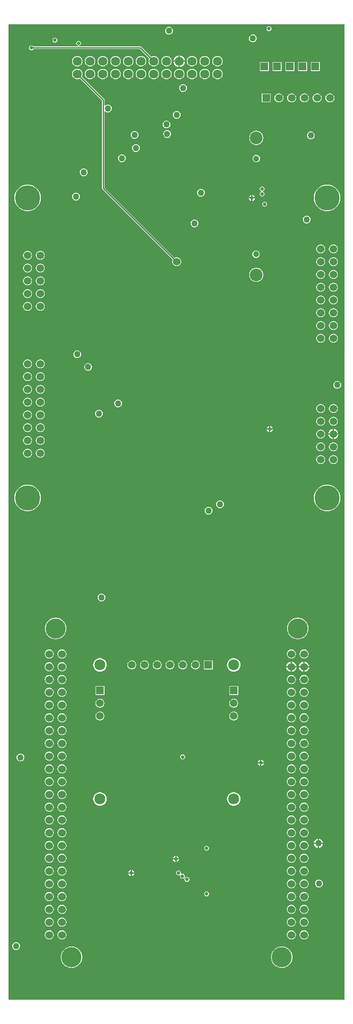
<source format=gbr>
G04 Layer_Physical_Order=3*
G04 Layer_Color=16737945*
%FSLAX26Y26*%
%MOIN*%
%TF.FileFunction,Copper,L3,Inr,Signal*%
%TF.Part,Single*%
G01*
G75*
%TA.AperFunction,Conductor*%
%ADD18C,0.010000*%
%TA.AperFunction,ViaPad*%
%ADD19C,0.060000*%
%TA.AperFunction,ComponentPad*%
%ADD20R,0.060000X0.060000*%
%TA.AperFunction,ViaPad*%
%ADD21C,0.196850*%
%ADD22C,0.196850*%
%ADD23C,0.085000*%
%TA.AperFunction,ComponentPad*%
%ADD24C,0.157480*%
%ADD25C,0.060000*%
%ADD26C,0.059055*%
%ADD27R,0.059055X0.059055*%
%ADD28R,0.059055X0.059055*%
%ADD29C,0.100000*%
%ADD30C,0.047000*%
%ADD31C,0.070866*%
%TA.AperFunction,ViaPad*%
%ADD32C,0.050000*%
%ADD33C,0.027559*%
G36*
X2487519Y3708676D02*
X2487518Y-3929639D01*
X-150481Y-3929638D01*
X-150480Y3708676D01*
X2487519Y3708676D01*
X2487519Y3708676D02*
G37*
%LPC*%
G36*
X170000Y-1787198D02*
X160863Y-1788401D01*
X152349Y-1791928D01*
X145038Y-1797538D01*
X139428Y-1804849D01*
X135901Y-1813363D01*
X134698Y-1822500D01*
X135901Y-1831637D01*
X139428Y-1840151D01*
X145038Y-1847462D01*
X152349Y-1853072D01*
X160863Y-1856599D01*
X170000Y-1857802D01*
X179137Y-1856599D01*
X187651Y-1853072D01*
X194962Y-1847462D01*
X200572Y-1840151D01*
X204099Y-1831637D01*
X205302Y-1822500D01*
X204099Y-1813363D01*
X200572Y-1804849D01*
X194962Y-1797538D01*
X187651Y-1791928D01*
X179137Y-1788401D01*
X170000Y-1787198D01*
X170000Y-1787198D02*
G37*
G36*
X2170000Y-1887198D02*
X2160863Y-1888401D01*
X2152349Y-1891928D01*
X2145038Y-1897538D01*
X2139428Y-1904849D01*
X2135901Y-1913363D01*
X2134698Y-1922500D01*
X2135901Y-1931637D01*
X2139428Y-1940151D01*
X2145038Y-1947462D01*
X2152349Y-1953072D01*
X2160863Y-1956599D01*
X2170000Y-1957802D01*
X2179137Y-1956599D01*
X2187651Y-1953072D01*
X2194962Y-1947462D01*
X2200572Y-1940151D01*
X2204099Y-1931637D01*
X2205302Y-1922500D01*
X2204099Y-1913363D01*
X2200572Y-1904849D01*
X2194962Y-1897538D01*
X2187651Y-1891928D01*
X2179137Y-1888401D01*
X2170000Y-1887198D01*
X2170000Y-1887198D02*
G37*
G36*
X2070000Y-1787198D02*
X2060863Y-1788401D01*
X2052349Y-1791928D01*
X2045038Y-1797538D01*
X2039428Y-1804849D01*
X2035901Y-1813363D01*
X2034698Y-1822500D01*
X2035901Y-1831637D01*
X2039428Y-1840151D01*
X2045038Y-1847462D01*
X2052349Y-1853072D01*
X2060863Y-1856599D01*
X2070000Y-1857802D01*
X2079137Y-1856599D01*
X2087651Y-1853072D01*
X2094962Y-1847462D01*
X2100572Y-1840151D01*
X2104099Y-1831637D01*
X2105302Y-1822500D01*
X2104099Y-1813363D01*
X2100572Y-1804849D01*
X2094962Y-1797538D01*
X2087651Y-1791928D01*
X2079137Y-1788401D01*
X2070000Y-1787198D01*
X2070000Y-1787198D02*
G37*
G36*
X270000Y-1787198D02*
X260863Y-1788401D01*
X252349Y-1791928D01*
X245038Y-1797538D01*
X239428Y-1804849D01*
X235901Y-1813363D01*
X234698Y-1822500D01*
X235901Y-1831637D01*
X239428Y-1840151D01*
X245038Y-1847462D01*
X252349Y-1853072D01*
X260863Y-1856599D01*
X270000Y-1857802D01*
X279137Y-1856599D01*
X287651Y-1853072D01*
X294962Y-1847462D01*
X300572Y-1840151D01*
X304099Y-1831637D01*
X305302Y-1822500D01*
X304099Y-1813363D01*
X300572Y-1804849D01*
X294962Y-1797538D01*
X287651Y-1791928D01*
X279137Y-1788401D01*
X270000Y-1787198D01*
X270000Y-1787198D02*
G37*
G36*
X170000Y-1887198D02*
X160863Y-1888401D01*
X152349Y-1891928D01*
X145038Y-1897538D01*
X139428Y-1904849D01*
X135901Y-1913363D01*
X134698Y-1922500D01*
X135901Y-1931637D01*
X139428Y-1940151D01*
X145038Y-1947462D01*
X152349Y-1953072D01*
X160863Y-1956599D01*
X170000Y-1957802D01*
X179137Y-1956599D01*
X187651Y-1953072D01*
X194962Y-1947462D01*
X200572Y-1940151D01*
X204099Y-1931637D01*
X205302Y-1922500D01*
X204099Y-1913363D01*
X200572Y-1904849D01*
X194962Y-1897538D01*
X187651Y-1891928D01*
X179137Y-1888401D01*
X170000Y-1887198D01*
X170000Y-1887198D02*
G37*
G36*
X1217000Y-2009853D02*
X1209673Y-2011310D01*
X1203461Y-2015461D01*
X1199310Y-2021673D01*
X1197853Y-2029000D01*
X1199310Y-2036327D01*
X1203461Y-2042539D01*
X1209673Y-2046690D01*
X1217000Y-2048147D01*
X1224327Y-2046690D01*
X1230539Y-2042539D01*
X1234690Y-2036327D01*
X1236147Y-2029000D01*
X1234690Y-2021673D01*
X1230539Y-2015461D01*
X1224327Y-2011310D01*
X1217000Y-2009853D01*
X1217000Y-2009853D02*
G37*
G36*
X2070000Y-1887198D02*
X2060863Y-1888401D01*
X2052349Y-1891928D01*
X2045038Y-1897538D01*
X2039428Y-1904849D01*
X2035901Y-1913363D01*
X2034698Y-1922500D01*
X2035901Y-1931637D01*
X2039428Y-1940151D01*
X2045038Y-1947462D01*
X2052349Y-1953072D01*
X2060863Y-1956599D01*
X2070000Y-1957802D01*
X2079137Y-1956599D01*
X2087651Y-1953072D01*
X2094962Y-1947462D01*
X2100572Y-1940151D01*
X2104099Y-1931637D01*
X2105302Y-1922500D01*
X2104099Y-1913363D01*
X2100572Y-1904849D01*
X2094962Y-1897538D01*
X2087651Y-1891928D01*
X2079137Y-1888401D01*
X2070000Y-1887198D01*
X2070000Y-1887198D02*
G37*
G36*
X270000Y-1887198D02*
X260863Y-1888401D01*
X252349Y-1891928D01*
X245038Y-1897538D01*
X239428Y-1904849D01*
X235901Y-1913363D01*
X234698Y-1922500D01*
X235901Y-1931637D01*
X239428Y-1940151D01*
X245038Y-1947462D01*
X252349Y-1953072D01*
X260863Y-1956599D01*
X270000Y-1957802D01*
X279137Y-1956599D01*
X287651Y-1953072D01*
X294962Y-1947462D01*
X300572Y-1940151D01*
X304099Y-1931637D01*
X305302Y-1922500D01*
X304099Y-1913363D01*
X300572Y-1904849D01*
X294962Y-1897538D01*
X287651Y-1891928D01*
X279137Y-1888401D01*
X270000Y-1887198D01*
X270000Y-1887198D02*
G37*
G36*
X2170000Y-1787198D02*
X2160863Y-1788401D01*
X2152349Y-1791928D01*
X2145038Y-1797538D01*
X2139428Y-1804849D01*
X2135901Y-1813363D01*
X2134698Y-1822500D01*
X2135901Y-1831637D01*
X2139428Y-1840151D01*
X2145038Y-1847462D01*
X2152349Y-1853072D01*
X2160863Y-1856599D01*
X2170000Y-1857802D01*
X2179137Y-1856599D01*
X2187651Y-1853072D01*
X2194962Y-1847462D01*
X2200572Y-1840151D01*
X2204099Y-1831637D01*
X2205302Y-1822500D01*
X2204099Y-1813363D01*
X2200572Y-1804849D01*
X2194962Y-1797538D01*
X2187651Y-1791928D01*
X2179137Y-1788401D01*
X2170000Y-1787198D01*
X2170000Y-1787198D02*
G37*
G36*
X1618149Y-1673497D02*
X1609135Y-1674684D01*
X1600736Y-1678163D01*
X1593524Y-1683697D01*
X1587989Y-1690910D01*
X1584510Y-1699309D01*
X1583323Y-1708322D01*
X1584510Y-1717336D01*
X1587989Y-1725735D01*
X1593524Y-1732948D01*
X1600736Y-1738482D01*
X1609135Y-1741961D01*
X1618149Y-1743148D01*
X1627162Y-1741961D01*
X1635562Y-1738482D01*
X1642774Y-1732948D01*
X1648309Y-1725735D01*
X1651788Y-1717336D01*
X1652974Y-1708322D01*
X1651788Y-1699309D01*
X1648309Y-1690910D01*
X1642774Y-1683697D01*
X1635562Y-1678163D01*
X1627162Y-1674684D01*
X1618149Y-1673497D01*
X1618149Y-1673497D02*
G37*
G36*
X568149Y-1673497D02*
X559135Y-1674684D01*
X550736Y-1678163D01*
X543524Y-1683697D01*
X537989Y-1690910D01*
X534510Y-1699309D01*
X533323Y-1708322D01*
X534510Y-1717336D01*
X537989Y-1725735D01*
X543524Y-1732948D01*
X550736Y-1738482D01*
X559135Y-1741961D01*
X568149Y-1743148D01*
X577162Y-1741961D01*
X585562Y-1738482D01*
X592774Y-1732948D01*
X598309Y-1725735D01*
X601788Y-1717336D01*
X602974Y-1708322D01*
X601788Y-1699309D01*
X598309Y-1690910D01*
X592774Y-1683697D01*
X585562Y-1678163D01*
X577162Y-1674684D01*
X568149Y-1673497D01*
X568149Y-1673497D02*
G37*
G36*
X270000Y-1587198D02*
X260863Y-1588401D01*
X252349Y-1591928D01*
X245038Y-1597538D01*
X239428Y-1604849D01*
X235901Y-1613363D01*
X234698Y-1622500D01*
X235901Y-1631637D01*
X239428Y-1640151D01*
X245038Y-1647462D01*
X252349Y-1653072D01*
X260863Y-1656599D01*
X270000Y-1657802D01*
X279137Y-1656599D01*
X287651Y-1653072D01*
X294962Y-1647462D01*
X300572Y-1640151D01*
X304099Y-1631637D01*
X305302Y-1622500D01*
X304099Y-1613363D01*
X300572Y-1604849D01*
X294962Y-1597538D01*
X287651Y-1591928D01*
X279137Y-1588401D01*
X270000Y-1587198D01*
X270000Y-1587198D02*
G37*
G36*
X170000Y-1587198D02*
X160863Y-1588401D01*
X152349Y-1591928D01*
X145038Y-1597538D01*
X139428Y-1604849D01*
X135901Y-1613363D01*
X134698Y-1622500D01*
X135901Y-1631637D01*
X139428Y-1640151D01*
X145038Y-1647462D01*
X152349Y-1653072D01*
X160863Y-1656599D01*
X170000Y-1657802D01*
X179137Y-1656599D01*
X187651Y-1653072D01*
X194962Y-1647462D01*
X200572Y-1640151D01*
X204099Y-1631637D01*
X205302Y-1622500D01*
X204099Y-1613363D01*
X200572Y-1604849D01*
X194962Y-1597538D01*
X187651Y-1591928D01*
X179137Y-1588401D01*
X170000Y-1587198D01*
X170000Y-1587198D02*
G37*
G36*
X270000Y-1687198D02*
X260863Y-1688401D01*
X252349Y-1691928D01*
X245038Y-1697538D01*
X239428Y-1704849D01*
X235901Y-1713363D01*
X234698Y-1722500D01*
X235901Y-1731637D01*
X239428Y-1740151D01*
X245038Y-1747462D01*
X252349Y-1753072D01*
X260863Y-1756599D01*
X270000Y-1757802D01*
X279137Y-1756599D01*
X287651Y-1753072D01*
X294962Y-1747462D01*
X300572Y-1740151D01*
X304099Y-1731637D01*
X305302Y-1722500D01*
X304099Y-1713363D01*
X300572Y-1704849D01*
X294962Y-1697538D01*
X287651Y-1691928D01*
X279137Y-1688401D01*
X270000Y-1687198D01*
X270000Y-1687198D02*
G37*
G36*
X170000Y-1687198D02*
X160863Y-1688401D01*
X152349Y-1691928D01*
X145038Y-1697538D01*
X139428Y-1704849D01*
X135901Y-1713363D01*
X134698Y-1722500D01*
X135901Y-1731637D01*
X139428Y-1740151D01*
X145038Y-1747462D01*
X152349Y-1753072D01*
X160863Y-1756599D01*
X170000Y-1757802D01*
X179137Y-1756599D01*
X187651Y-1753072D01*
X194962Y-1747462D01*
X200572Y-1740151D01*
X204099Y-1731637D01*
X205302Y-1722500D01*
X204099Y-1713363D01*
X200572Y-1704849D01*
X194962Y-1697538D01*
X187651Y-1691928D01*
X179137Y-1688401D01*
X170000Y-1687198D01*
X170000Y-1687198D02*
G37*
G36*
X2170000Y-1687198D02*
X2160863Y-1688401D01*
X2152349Y-1691928D01*
X2145038Y-1697538D01*
X2139428Y-1704849D01*
X2135901Y-1713363D01*
X2134698Y-1722500D01*
X2135901Y-1731637D01*
X2139428Y-1740151D01*
X2145038Y-1747462D01*
X2152349Y-1753072D01*
X2160863Y-1756599D01*
X2170000Y-1757802D01*
X2179137Y-1756599D01*
X2187651Y-1753072D01*
X2194962Y-1747462D01*
X2200572Y-1740151D01*
X2204099Y-1731637D01*
X2205302Y-1722500D01*
X2204099Y-1713363D01*
X2200572Y-1704849D01*
X2194962Y-1697538D01*
X2187651Y-1691928D01*
X2179137Y-1688401D01*
X2170000Y-1687198D01*
X2170000Y-1687198D02*
G37*
G36*
X2070000Y-1687198D02*
X2060863Y-1688401D01*
X2052349Y-1691928D01*
X2045038Y-1697538D01*
X2039428Y-1704849D01*
X2035901Y-1713363D01*
X2034698Y-1722500D01*
X2035901Y-1731637D01*
X2039428Y-1740151D01*
X2045038Y-1747462D01*
X2052349Y-1753072D01*
X2060863Y-1756599D01*
X2070000Y-1757802D01*
X2079137Y-1756599D01*
X2087651Y-1753072D01*
X2094962Y-1747462D01*
X2100572Y-1740151D01*
X2104099Y-1731637D01*
X2105302Y-1722500D01*
X2104099Y-1713363D01*
X2100572Y-1704849D01*
X2094962Y-1697538D01*
X2087651Y-1691928D01*
X2079137Y-1688401D01*
X2070000Y-1687198D01*
X2070000Y-1687198D02*
G37*
G36*
X270000Y-2087198D02*
X260863Y-2088401D01*
X252349Y-2091928D01*
X245038Y-2097538D01*
X239428Y-2104849D01*
X235901Y-2113363D01*
X234698Y-2122500D01*
X235901Y-2131637D01*
X239428Y-2140151D01*
X245038Y-2147462D01*
X252349Y-2153072D01*
X260863Y-2156599D01*
X270000Y-2157802D01*
X279137Y-2156599D01*
X287651Y-2153072D01*
X294962Y-2147462D01*
X300572Y-2140151D01*
X304099Y-2131637D01*
X305302Y-2122500D01*
X304099Y-2113363D01*
X300572Y-2104849D01*
X294962Y-2097538D01*
X287651Y-2091928D01*
X279137Y-2088401D01*
X270000Y-2087198D01*
X270000Y-2087198D02*
G37*
G36*
X170000Y-2087198D02*
X160863Y-2088401D01*
X152349Y-2091928D01*
X145038Y-2097538D01*
X139428Y-2104849D01*
X135901Y-2113363D01*
X134698Y-2122500D01*
X135901Y-2131637D01*
X139428Y-2140151D01*
X145038Y-2147462D01*
X152349Y-2153072D01*
X160863Y-2156599D01*
X170000Y-2157802D01*
X179137Y-2156599D01*
X187651Y-2153072D01*
X194962Y-2147462D01*
X200572Y-2140151D01*
X204099Y-2131637D01*
X205302Y-2122500D01*
X204099Y-2113363D01*
X200572Y-2104849D01*
X194962Y-2097538D01*
X187651Y-2091928D01*
X179137Y-2088401D01*
X170000Y-2087198D01*
X170000Y-2087198D02*
G37*
G36*
X2170000Y-2087198D02*
X2160863Y-2088401D01*
X2152349Y-2091928D01*
X2145038Y-2097538D01*
X2139428Y-2104849D01*
X2135901Y-2113363D01*
X2134698Y-2122500D01*
X2135901Y-2131637D01*
X2139428Y-2140151D01*
X2145038Y-2147462D01*
X2152349Y-2153072D01*
X2160863Y-2156599D01*
X2170000Y-2157802D01*
X2179137Y-2156599D01*
X2187651Y-2153072D01*
X2194962Y-2147462D01*
X2200572Y-2140151D01*
X2204099Y-2131637D01*
X2205302Y-2122500D01*
X2204099Y-2113363D01*
X2200572Y-2104849D01*
X2194962Y-2097538D01*
X2187651Y-2091928D01*
X2179137Y-2088401D01*
X2170000Y-2087198D01*
X2170000Y-2087198D02*
G37*
G36*
X2070000Y-2087198D02*
X2060863Y-2088401D01*
X2052349Y-2091928D01*
X2045038Y-2097538D01*
X2039428Y-2104849D01*
X2035901Y-2113363D01*
X2034698Y-2122500D01*
X2035901Y-2131637D01*
X2039428Y-2140151D01*
X2045038Y-2147462D01*
X2052349Y-2153072D01*
X2060863Y-2156599D01*
X2070000Y-2157802D01*
X2079137Y-2156599D01*
X2087651Y-2153072D01*
X2094962Y-2147462D01*
X2100572Y-2140151D01*
X2104099Y-2131637D01*
X2105302Y-2122500D01*
X2104099Y-2113363D01*
X2100572Y-2104849D01*
X2094962Y-2097538D01*
X2087651Y-2091928D01*
X2079137Y-2088401D01*
X2070000Y-2087198D01*
X2070000Y-2087198D02*
G37*
G36*
X270000Y-2187198D02*
X260863Y-2188401D01*
X252349Y-2191928D01*
X245038Y-2197538D01*
X239428Y-2204849D01*
X235901Y-2213363D01*
X234698Y-2222500D01*
X235901Y-2231637D01*
X239428Y-2240151D01*
X245038Y-2247462D01*
X252349Y-2253072D01*
X260863Y-2256599D01*
X270000Y-2257802D01*
X279137Y-2256599D01*
X287651Y-2253072D01*
X294962Y-2247462D01*
X300572Y-2240151D01*
X304099Y-2231637D01*
X305302Y-2222500D01*
X304099Y-2213363D01*
X300572Y-2204849D01*
X294962Y-2197538D01*
X287651Y-2191928D01*
X279137Y-2188401D01*
X270000Y-2187198D01*
X270000Y-2187198D02*
G37*
G36*
X170000Y-2187198D02*
X160863Y-2188401D01*
X152349Y-2191928D01*
X145038Y-2197538D01*
X139428Y-2204849D01*
X135901Y-2213363D01*
X134698Y-2222500D01*
X135901Y-2231637D01*
X139428Y-2240151D01*
X145038Y-2247462D01*
X152349Y-2253072D01*
X160863Y-2256599D01*
X170000Y-2257802D01*
X179137Y-2256599D01*
X187651Y-2253072D01*
X194962Y-2247462D01*
X200572Y-2240151D01*
X204099Y-2231637D01*
X205302Y-2222500D01*
X204099Y-2213363D01*
X200572Y-2204849D01*
X194962Y-2197538D01*
X187651Y-2191928D01*
X179137Y-2188401D01*
X170000Y-2187198D01*
X170000Y-2187198D02*
G37*
G36*
X2170000Y-2187198D02*
X2160863Y-2188401D01*
X2152349Y-2191928D01*
X2145038Y-2197538D01*
X2139428Y-2204849D01*
X2135901Y-2213363D01*
X2134698Y-2222500D01*
X2135901Y-2231637D01*
X2139428Y-2240151D01*
X2145038Y-2247462D01*
X2152349Y-2253072D01*
X2160863Y-2256599D01*
X2170000Y-2257802D01*
X2179137Y-2256599D01*
X2187651Y-2253072D01*
X2194962Y-2247462D01*
X2200572Y-2240151D01*
X2204099Y-2231637D01*
X2205302Y-2222500D01*
X2204099Y-2213363D01*
X2200572Y-2204849D01*
X2194962Y-2197538D01*
X2187651Y-2191928D01*
X2179137Y-2188401D01*
X2170000Y-2187198D01*
X2170000Y-2187198D02*
G37*
G36*
X2070000Y-2187198D02*
X2060863Y-2188401D01*
X2052349Y-2191928D01*
X2045038Y-2197538D01*
X2039428Y-2204849D01*
X2035901Y-2213363D01*
X2034698Y-2222500D01*
X2035901Y-2231637D01*
X2039428Y-2240151D01*
X2045038Y-2247462D01*
X2052349Y-2253072D01*
X2060863Y-2256599D01*
X2070000Y-2257802D01*
X2079137Y-2256599D01*
X2087651Y-2253072D01*
X2094962Y-2247462D01*
X2100572Y-2240151D01*
X2104099Y-2231637D01*
X2105302Y-2222500D01*
X2104099Y-2213363D01*
X2100572Y-2204849D01*
X2094962Y-2197538D01*
X2087651Y-2191928D01*
X2079137Y-2188401D01*
X2070000Y-2187198D01*
X2070000Y-2187198D02*
G37*
G36*
X1824630Y-2080307D02*
X1806379Y-2080307D01*
X1807230Y-2084585D01*
X1812486Y-2092451D01*
X1820352Y-2097707D01*
X1824630Y-2098558D01*
X1824630Y-2080307D01*
X1824630Y-2080307D02*
G37*
G36*
X270000Y-1987198D02*
X260863Y-1988401D01*
X252349Y-1991928D01*
X245038Y-1997538D01*
X239428Y-2004849D01*
X235901Y-2013363D01*
X234698Y-2022500D01*
X235901Y-2031637D01*
X239428Y-2040151D01*
X245038Y-2047462D01*
X252349Y-2053072D01*
X260863Y-2056599D01*
X270000Y-2057802D01*
X279137Y-2056599D01*
X287651Y-2053072D01*
X294962Y-2047462D01*
X300572Y-2040151D01*
X304099Y-2031637D01*
X305302Y-2022500D01*
X304099Y-2013363D01*
X300572Y-2004849D01*
X294962Y-1997538D01*
X287651Y-1991928D01*
X279137Y-1988401D01*
X270000Y-1987198D01*
X270000Y-1987198D02*
G37*
G36*
X170000Y-1987198D02*
X160863Y-1988401D01*
X152349Y-1991928D01*
X145038Y-1997538D01*
X139428Y-2004849D01*
X135901Y-2013363D01*
X134698Y-2022500D01*
X135901Y-2031637D01*
X139428Y-2040151D01*
X145038Y-2047462D01*
X152349Y-2053072D01*
X160863Y-2056599D01*
X170000Y-2057802D01*
X179137Y-2056599D01*
X187651Y-2053072D01*
X194962Y-2047462D01*
X200572Y-2040151D01*
X204099Y-2031637D01*
X205302Y-2022500D01*
X204099Y-2013363D01*
X200572Y-2004849D01*
X194962Y-1997538D01*
X187651Y-1991928D01*
X179137Y-1988401D01*
X170000Y-1987198D01*
X170000Y-1987198D02*
G37*
G36*
X2170000Y-1987198D02*
X2160863Y-1988401D01*
X2152349Y-1991928D01*
X2145038Y-1997538D01*
X2139428Y-2004849D01*
X2135901Y-2013363D01*
X2134698Y-2022500D01*
X2135901Y-2031637D01*
X2139428Y-2040151D01*
X2145038Y-2047462D01*
X2152349Y-2053072D01*
X2160863Y-2056599D01*
X2170000Y-2057802D01*
X2179137Y-2056599D01*
X2187651Y-2053072D01*
X2194962Y-2047462D01*
X2200572Y-2040151D01*
X2204099Y-2031637D01*
X2205302Y-2022500D01*
X2204099Y-2013363D01*
X2200572Y-2004849D01*
X2194962Y-1997538D01*
X2187651Y-1991928D01*
X2179137Y-1988401D01*
X2170000Y-1987198D01*
X2170000Y-1987198D02*
G37*
G36*
X2070000Y-1987198D02*
X2060863Y-1988401D01*
X2052349Y-1991928D01*
X2045038Y-1997538D01*
X2039428Y-2004849D01*
X2035901Y-2013363D01*
X2034698Y-2022500D01*
X2035901Y-2031637D01*
X2039428Y-2040151D01*
X2045038Y-2047462D01*
X2052349Y-2053072D01*
X2060863Y-2056599D01*
X2070000Y-2057802D01*
X2079137Y-2056599D01*
X2087651Y-2053072D01*
X2094962Y-2047462D01*
X2100572Y-2040151D01*
X2104099Y-2031637D01*
X2105302Y-2022500D01*
X2104099Y-2013363D01*
X2100572Y-2004849D01*
X2094962Y-1997538D01*
X2087651Y-1991928D01*
X2079137Y-1988401D01*
X2070000Y-1987198D01*
X2070000Y-1987198D02*
G37*
G36*
X1824630Y-2052056D02*
X1820352Y-2052907D01*
X1812486Y-2058163D01*
X1807230Y-2066029D01*
X1806379Y-2070307D01*
X1824630Y-2070307D01*
X1824630Y-2052056D01*
X1824630Y-2052056D02*
G37*
G36*
X1852881Y-2080307D02*
X1834630Y-2080307D01*
X1834630Y-2098558D01*
X1838908Y-2097707D01*
X1846774Y-2092451D01*
X1852030Y-2084585D01*
X1852881Y-2080307D01*
X1852881Y-2080307D02*
G37*
G36*
X-56000Y-2002741D02*
X-63832Y-2003772D01*
X-71129Y-2006795D01*
X-77396Y-2011604D01*
X-82205Y-2017871D01*
X-85228Y-2025168D01*
X-86259Y-2033000D01*
X-85228Y-2040832D01*
X-82205Y-2048129D01*
X-77396Y-2054396D01*
X-71129Y-2059205D01*
X-63832Y-2062228D01*
X-56000Y-2063259D01*
X-48168Y-2062228D01*
X-40870Y-2059205D01*
X-34604Y-2054396D01*
X-29795Y-2048129D01*
X-26772Y-2040832D01*
X-25741Y-2033000D01*
X-26772Y-2025168D01*
X-29795Y-2017871D01*
X-34604Y-2011604D01*
X-40870Y-2006795D01*
X-48168Y-2003772D01*
X-56000Y-2002741D01*
X-56000Y-2002741D02*
G37*
G36*
X1834630Y-2052056D02*
X1834630Y-2070307D01*
X1852881Y-2070307D01*
X1852030Y-2066029D01*
X1846774Y-2058163D01*
X1838908Y-2052907D01*
X1834630Y-2052056D01*
X1834630Y-2052056D02*
G37*
G36*
X2070000Y-1587198D02*
X2060863Y-1588401D01*
X2052349Y-1591928D01*
X2045038Y-1597538D01*
X2039428Y-1604849D01*
X2035901Y-1613363D01*
X2034698Y-1622500D01*
X2035901Y-1631637D01*
X2039428Y-1640151D01*
X2045038Y-1647462D01*
X2052349Y-1653072D01*
X2060863Y-1656599D01*
X2070000Y-1657802D01*
X2079137Y-1656599D01*
X2087651Y-1653072D01*
X2094962Y-1647462D01*
X2100572Y-1640151D01*
X2104099Y-1631637D01*
X2105302Y-1622500D01*
X2104099Y-1613363D01*
X2100572Y-1604849D01*
X2094962Y-1597538D01*
X2087651Y-1591928D01*
X2079137Y-1588401D01*
X2070000Y-1587198D01*
X2070000Y-1587198D02*
G37*
G36*
X918149Y-1273497D02*
X909135Y-1274684D01*
X900736Y-1278163D01*
X893524Y-1283697D01*
X887989Y-1290910D01*
X884510Y-1299309D01*
X883323Y-1308322D01*
X884510Y-1317336D01*
X887989Y-1325735D01*
X893524Y-1332948D01*
X900736Y-1338482D01*
X909135Y-1341961D01*
X918149Y-1343148D01*
X927162Y-1341961D01*
X935562Y-1338482D01*
X942774Y-1332948D01*
X948309Y-1325735D01*
X951788Y-1317336D01*
X952974Y-1308322D01*
X951788Y-1299309D01*
X948309Y-1290910D01*
X942774Y-1283697D01*
X935562Y-1278163D01*
X927162Y-1274684D01*
X918149Y-1273497D01*
X918149Y-1273497D02*
G37*
G36*
X818149Y-1273497D02*
X809135Y-1274684D01*
X800736Y-1278163D01*
X793524Y-1283697D01*
X787989Y-1290910D01*
X784510Y-1299309D01*
X783323Y-1308322D01*
X784510Y-1317336D01*
X787989Y-1325735D01*
X793524Y-1332948D01*
X800736Y-1338482D01*
X809135Y-1341961D01*
X818149Y-1343148D01*
X827162Y-1341961D01*
X835562Y-1338482D01*
X842774Y-1332948D01*
X848309Y-1325735D01*
X851788Y-1317336D01*
X852974Y-1308322D01*
X851788Y-1299309D01*
X848309Y-1290910D01*
X842774Y-1283697D01*
X835562Y-1278163D01*
X827162Y-1274684D01*
X818149Y-1273497D01*
X818149Y-1273497D02*
G37*
G36*
X1118149Y-1273497D02*
X1109135Y-1274684D01*
X1100736Y-1278163D01*
X1093524Y-1283697D01*
X1087989Y-1290910D01*
X1084510Y-1299309D01*
X1083323Y-1308322D01*
X1084510Y-1317336D01*
X1087989Y-1325735D01*
X1093524Y-1332948D01*
X1100736Y-1338482D01*
X1109135Y-1341961D01*
X1118149Y-1343148D01*
X1127162Y-1341961D01*
X1135562Y-1338482D01*
X1142774Y-1332948D01*
X1148309Y-1325735D01*
X1151788Y-1317336D01*
X1152974Y-1308322D01*
X1151788Y-1299309D01*
X1148309Y-1290910D01*
X1142774Y-1283697D01*
X1135562Y-1278163D01*
X1127162Y-1274684D01*
X1118149Y-1273497D01*
X1118149Y-1273497D02*
G37*
G36*
X1018149Y-1273497D02*
X1009135Y-1274684D01*
X1000736Y-1278163D01*
X993524Y-1283697D01*
X987989Y-1290910D01*
X984510Y-1299309D01*
X983323Y-1308322D01*
X984510Y-1317336D01*
X987989Y-1325735D01*
X993524Y-1332948D01*
X1000736Y-1338482D01*
X1009135Y-1341961D01*
X1018149Y-1343148D01*
X1027162Y-1341961D01*
X1035562Y-1338482D01*
X1042774Y-1332948D01*
X1048309Y-1325735D01*
X1051788Y-1317336D01*
X1052974Y-1308322D01*
X1051788Y-1299309D01*
X1048309Y-1290910D01*
X1042774Y-1283697D01*
X1035562Y-1278163D01*
X1027162Y-1274684D01*
X1018149Y-1273497D01*
X1018149Y-1273497D02*
G37*
G36*
X1618149Y-1255369D02*
X1604444Y-1257174D01*
X1591672Y-1262464D01*
X1580706Y-1270879D01*
X1572290Y-1281846D01*
X1567000Y-1294617D01*
X1565196Y-1308322D01*
X1567000Y-1322028D01*
X1572290Y-1334799D01*
X1580706Y-1345766D01*
X1591672Y-1354181D01*
X1604444Y-1359471D01*
X1618149Y-1361275D01*
X1631854Y-1359471D01*
X1644625Y-1354181D01*
X1655592Y-1345766D01*
X1664007Y-1334799D01*
X1669298Y-1322028D01*
X1671102Y-1308322D01*
X1669298Y-1294617D01*
X1664007Y-1281846D01*
X1655592Y-1270879D01*
X1644625Y-1262464D01*
X1631854Y-1257174D01*
X1618149Y-1255369D01*
X1618149Y-1255369D02*
G37*
G36*
X568149Y-1255369D02*
X554444Y-1257174D01*
X541672Y-1262464D01*
X530706Y-1270879D01*
X522290Y-1281846D01*
X517000Y-1294617D01*
X515196Y-1308322D01*
X517000Y-1322028D01*
X522290Y-1334799D01*
X530706Y-1345766D01*
X541672Y-1354181D01*
X554444Y-1359471D01*
X568149Y-1361275D01*
X581854Y-1359471D01*
X594625Y-1354181D01*
X605592Y-1345766D01*
X614008Y-1334799D01*
X619298Y-1322028D01*
X621102Y-1308322D01*
X619298Y-1294617D01*
X614008Y-1281846D01*
X605592Y-1270879D01*
X594625Y-1262464D01*
X581854Y-1257174D01*
X568149Y-1255369D01*
X568149Y-1255369D02*
G37*
G36*
X270000Y-1287198D02*
X260863Y-1288401D01*
X252349Y-1291928D01*
X245038Y-1297538D01*
X239428Y-1304849D01*
X235901Y-1313363D01*
X234698Y-1322500D01*
X235901Y-1331637D01*
X239428Y-1340151D01*
X245038Y-1347462D01*
X252349Y-1353072D01*
X260863Y-1356599D01*
X270000Y-1357802D01*
X279137Y-1356599D01*
X287651Y-1353072D01*
X294962Y-1347462D01*
X300572Y-1340151D01*
X304099Y-1331637D01*
X305302Y-1322500D01*
X304099Y-1313363D01*
X300572Y-1304849D01*
X294962Y-1297538D01*
X287651Y-1291928D01*
X279137Y-1288401D01*
X270000Y-1287198D01*
X270000Y-1287198D02*
G37*
G36*
X170000Y-1287198D02*
X160863Y-1288401D01*
X152349Y-1291928D01*
X145038Y-1297538D01*
X139428Y-1304849D01*
X135901Y-1313363D01*
X134698Y-1322500D01*
X135901Y-1331637D01*
X139428Y-1340151D01*
X145038Y-1347462D01*
X152349Y-1353072D01*
X160863Y-1356599D01*
X170000Y-1357802D01*
X179137Y-1356599D01*
X187651Y-1353072D01*
X194962Y-1347462D01*
X200572Y-1340151D01*
X204099Y-1331637D01*
X205302Y-1322500D01*
X204099Y-1313363D01*
X200572Y-1304849D01*
X194962Y-1297538D01*
X187651Y-1291928D01*
X179137Y-1288401D01*
X170000Y-1287198D01*
X170000Y-1287198D02*
G37*
G36*
X1218149Y-1273497D02*
X1209135Y-1274684D01*
X1200736Y-1278163D01*
X1193524Y-1283697D01*
X1187989Y-1290910D01*
X1184510Y-1299309D01*
X1183323Y-1308322D01*
X1184510Y-1317336D01*
X1187989Y-1325735D01*
X1193524Y-1332948D01*
X1200736Y-1338482D01*
X1209135Y-1341961D01*
X1218149Y-1343148D01*
X1227162Y-1341961D01*
X1235562Y-1338482D01*
X1242774Y-1332948D01*
X1248309Y-1325735D01*
X1251788Y-1317336D01*
X1252974Y-1308322D01*
X1251788Y-1299309D01*
X1248309Y-1290910D01*
X1242774Y-1283697D01*
X1235562Y-1278163D01*
X1227162Y-1274684D01*
X1218149Y-1273497D01*
X1218149Y-1273497D02*
G37*
G36*
X2175000Y-1282813D02*
X2175000Y-1317500D01*
X2209687Y-1317500D01*
X2208970Y-1312058D01*
X2204940Y-1302327D01*
X2198528Y-1293972D01*
X2190173Y-1287560D01*
X2180442Y-1283530D01*
X2175000Y-1282813D01*
X2175000Y-1282813D02*
G37*
G36*
X2075000Y-1282813D02*
X2075000Y-1317500D01*
X2109687Y-1317500D01*
X2108970Y-1312058D01*
X2104940Y-1302327D01*
X2098528Y-1293972D01*
X2090173Y-1287560D01*
X2080442Y-1283530D01*
X2075000Y-1282813D01*
X2075000Y-1282813D02*
G37*
G36*
X270000Y-1187198D02*
X260863Y-1188401D01*
X252349Y-1191928D01*
X245038Y-1197538D01*
X239428Y-1204849D01*
X235901Y-1213363D01*
X234698Y-1222500D01*
X235901Y-1231637D01*
X239428Y-1240151D01*
X245038Y-1247462D01*
X252349Y-1253072D01*
X260863Y-1256599D01*
X270000Y-1257802D01*
X279137Y-1256599D01*
X287651Y-1253072D01*
X294962Y-1247462D01*
X300572Y-1240151D01*
X304099Y-1231637D01*
X305302Y-1222500D01*
X304099Y-1213363D01*
X300572Y-1204849D01*
X294962Y-1197538D01*
X287651Y-1191928D01*
X279137Y-1188401D01*
X270000Y-1187198D01*
X270000Y-1187198D02*
G37*
G36*
X170000Y-1187198D02*
X160863Y-1188401D01*
X152349Y-1191928D01*
X145038Y-1197538D01*
X139428Y-1204849D01*
X135901Y-1213363D01*
X134698Y-1222500D01*
X135901Y-1231637D01*
X139428Y-1240151D01*
X145038Y-1247462D01*
X152349Y-1253072D01*
X160863Y-1256599D01*
X170000Y-1257802D01*
X179137Y-1256599D01*
X187651Y-1253072D01*
X194962Y-1247462D01*
X200572Y-1240151D01*
X204099Y-1231637D01*
X205302Y-1222500D01*
X204099Y-1213363D01*
X200572Y-1204849D01*
X194962Y-1197538D01*
X187651Y-1191928D01*
X179137Y-1188401D01*
X170000Y-1187198D01*
X170000Y-1187198D02*
G37*
G36*
X1452676Y-1273795D02*
X1383621Y-1273795D01*
X1383621Y-1342850D01*
X1452676Y-1342850D01*
X1452676Y-1273795D01*
X1452676Y-1273795D02*
G37*
G36*
X1318149Y-1273497D02*
X1309135Y-1274684D01*
X1300736Y-1278163D01*
X1293524Y-1283697D01*
X1287989Y-1290910D01*
X1284510Y-1299309D01*
X1283323Y-1308322D01*
X1284510Y-1317336D01*
X1287989Y-1325735D01*
X1293524Y-1332948D01*
X1300736Y-1338482D01*
X1309135Y-1341961D01*
X1318149Y-1343148D01*
X1327162Y-1341961D01*
X1335562Y-1338482D01*
X1342774Y-1332948D01*
X1348309Y-1325735D01*
X1351788Y-1317336D01*
X1352974Y-1308322D01*
X1351788Y-1299309D01*
X1348309Y-1290910D01*
X1342774Y-1283697D01*
X1335562Y-1278163D01*
X1327162Y-1274684D01*
X1318149Y-1273497D01*
X1318149Y-1273497D02*
G37*
G36*
X2165000Y-1282813D02*
X2159558Y-1283530D01*
X2149827Y-1287560D01*
X2141472Y-1293972D01*
X2135060Y-1302327D01*
X2131030Y-1312058D01*
X2130313Y-1317500D01*
X2165000Y-1317500D01*
X2165000Y-1282813D01*
X2165000Y-1282813D02*
G37*
G36*
X2065000Y-1282813D02*
X2059558Y-1283530D01*
X2049827Y-1287560D01*
X2041472Y-1293972D01*
X2035060Y-1302327D01*
X2031030Y-1312058D01*
X2030313Y-1317500D01*
X2065000Y-1317500D01*
X2065000Y-1282813D01*
X2065000Y-1282813D02*
G37*
G36*
X2070000Y-1487198D02*
X2060863Y-1488401D01*
X2052349Y-1491928D01*
X2045038Y-1497538D01*
X2039428Y-1504849D01*
X2035901Y-1513363D01*
X2034698Y-1522500D01*
X2035901Y-1531637D01*
X2039428Y-1540151D01*
X2045038Y-1547462D01*
X2052349Y-1553072D01*
X2060863Y-1556599D01*
X2070000Y-1557802D01*
X2079137Y-1556599D01*
X2087651Y-1553072D01*
X2094962Y-1547462D01*
X2100572Y-1540151D01*
X2104099Y-1531637D01*
X2105302Y-1522500D01*
X2104099Y-1513363D01*
X2100572Y-1504849D01*
X2094962Y-1497538D01*
X2087651Y-1491928D01*
X2079137Y-1488401D01*
X2070000Y-1487198D01*
X2070000Y-1487198D02*
G37*
G36*
X270000Y-1487198D02*
X260863Y-1488401D01*
X252349Y-1491928D01*
X245038Y-1497538D01*
X239428Y-1504849D01*
X235901Y-1513363D01*
X234698Y-1522500D01*
X235901Y-1531637D01*
X239428Y-1540151D01*
X245038Y-1547462D01*
X252349Y-1553072D01*
X260863Y-1556599D01*
X270000Y-1557802D01*
X279137Y-1556599D01*
X287651Y-1553072D01*
X294962Y-1547462D01*
X300572Y-1540151D01*
X304099Y-1531637D01*
X305302Y-1522500D01*
X304099Y-1513363D01*
X300572Y-1504849D01*
X294962Y-1497538D01*
X287651Y-1491928D01*
X279137Y-1488401D01*
X270000Y-1487198D01*
X270000Y-1487198D02*
G37*
G36*
X602676Y-1473795D02*
X533621Y-1473795D01*
X533621Y-1542850D01*
X602676Y-1542850D01*
X602676Y-1473795D01*
X602676Y-1473795D02*
G37*
G36*
X2170000Y-1487198D02*
X2160863Y-1488401D01*
X2152349Y-1491928D01*
X2145038Y-1497538D01*
X2139428Y-1504849D01*
X2135901Y-1513363D01*
X2134698Y-1522500D01*
X2135901Y-1531637D01*
X2139428Y-1540151D01*
X2145038Y-1547462D01*
X2152349Y-1553072D01*
X2160863Y-1556599D01*
X2170000Y-1557802D01*
X2179137Y-1556599D01*
X2187651Y-1553072D01*
X2194962Y-1547462D01*
X2200572Y-1540151D01*
X2204099Y-1531637D01*
X2205302Y-1522500D01*
X2204099Y-1513363D01*
X2200572Y-1504849D01*
X2194962Y-1497538D01*
X2187651Y-1491928D01*
X2179137Y-1488401D01*
X2170000Y-1487198D01*
X2170000Y-1487198D02*
G37*
G36*
X568149Y-1573497D02*
X559135Y-1574684D01*
X550736Y-1578163D01*
X543524Y-1583697D01*
X537989Y-1590910D01*
X534510Y-1599309D01*
X533323Y-1608322D01*
X534510Y-1617336D01*
X537989Y-1625735D01*
X543524Y-1632948D01*
X550736Y-1638482D01*
X559135Y-1641961D01*
X568149Y-1643148D01*
X577162Y-1641961D01*
X585562Y-1638482D01*
X592774Y-1632948D01*
X598309Y-1625735D01*
X601788Y-1617336D01*
X602974Y-1608322D01*
X601788Y-1599309D01*
X598309Y-1590910D01*
X592774Y-1583697D01*
X585562Y-1578163D01*
X577162Y-1574684D01*
X568149Y-1573497D01*
X568149Y-1573497D02*
G37*
G36*
X2170000Y-1587198D02*
X2160863Y-1588401D01*
X2152349Y-1591928D01*
X2145038Y-1597538D01*
X2139428Y-1604849D01*
X2135901Y-1613363D01*
X2134698Y-1622500D01*
X2135901Y-1631637D01*
X2139428Y-1640151D01*
X2145038Y-1647462D01*
X2152349Y-1653072D01*
X2160863Y-1656599D01*
X2170000Y-1657802D01*
X2179137Y-1656599D01*
X2187651Y-1653072D01*
X2194962Y-1647462D01*
X2200572Y-1640151D01*
X2204099Y-1631637D01*
X2205302Y-1622500D01*
X2204099Y-1613363D01*
X2200572Y-1604849D01*
X2194962Y-1597538D01*
X2187651Y-1591928D01*
X2179137Y-1588401D01*
X2170000Y-1587198D01*
X2170000Y-1587198D02*
G37*
G36*
X170000Y-1487198D02*
X160863Y-1488401D01*
X152349Y-1491928D01*
X145038Y-1497538D01*
X139428Y-1504849D01*
X135901Y-1513363D01*
X134698Y-1522500D01*
X135901Y-1531637D01*
X139428Y-1540151D01*
X145038Y-1547462D01*
X152349Y-1553072D01*
X160863Y-1556599D01*
X170000Y-1557802D01*
X179137Y-1556599D01*
X187651Y-1553072D01*
X194962Y-1547462D01*
X200572Y-1540151D01*
X204099Y-1531637D01*
X205302Y-1522500D01*
X204099Y-1513363D01*
X200572Y-1504849D01*
X194962Y-1497538D01*
X187651Y-1491928D01*
X179137Y-1488401D01*
X170000Y-1487198D01*
X170000Y-1487198D02*
G37*
G36*
X1618149Y-1573497D02*
X1609135Y-1574684D01*
X1600736Y-1578163D01*
X1593524Y-1583697D01*
X1587989Y-1590910D01*
X1584510Y-1599309D01*
X1583323Y-1608322D01*
X1584510Y-1617336D01*
X1587989Y-1625735D01*
X1593524Y-1632948D01*
X1600736Y-1638482D01*
X1609135Y-1641961D01*
X1618149Y-1643148D01*
X1627162Y-1641961D01*
X1635562Y-1638482D01*
X1642774Y-1632948D01*
X1648309Y-1625735D01*
X1651788Y-1617336D01*
X1652974Y-1608322D01*
X1651788Y-1599309D01*
X1648309Y-1590910D01*
X1642774Y-1583697D01*
X1635562Y-1578163D01*
X1627162Y-1574684D01*
X1618149Y-1573497D01*
X1618149Y-1573497D02*
G37*
G36*
X1652676Y-1473795D02*
X1583621Y-1473795D01*
X1583621Y-1542850D01*
X1652676Y-1542850D01*
X1652676Y-1473795D01*
X1652676Y-1473795D02*
G37*
G36*
X2165000Y-1327500D02*
X2130313Y-1327500D01*
X2131030Y-1332942D01*
X2135060Y-1342673D01*
X2141472Y-1351028D01*
X2149827Y-1357440D01*
X2159558Y-1361470D01*
X2165000Y-1362187D01*
X2165000Y-1327500D01*
X2165000Y-1327500D02*
G37*
G36*
X2065000Y-1327500D02*
X2030313Y-1327500D01*
X2031030Y-1332942D01*
X2035060Y-1342673D01*
X2041472Y-1351028D01*
X2049827Y-1357440D01*
X2059558Y-1361470D01*
X2065000Y-1362187D01*
X2065000Y-1327500D01*
X2065000Y-1327500D02*
G37*
G36*
X2209687Y-1327500D02*
X2175000Y-1327500D01*
X2175000Y-1362187D01*
X2180442Y-1361470D01*
X2190173Y-1357440D01*
X2198528Y-1351028D01*
X2204940Y-1342673D01*
X2208970Y-1332942D01*
X2209687Y-1327500D01*
X2209687Y-1327500D02*
G37*
G36*
X2109687Y-1327500D02*
X2075000Y-1327500D01*
X2075000Y-1362187D01*
X2080442Y-1361470D01*
X2090173Y-1357440D01*
X2098528Y-1351028D01*
X2104940Y-1342673D01*
X2108970Y-1332942D01*
X2109687Y-1327500D01*
X2109687Y-1327500D02*
G37*
G36*
X270000Y-1387198D02*
X260863Y-1388401D01*
X252349Y-1391928D01*
X245038Y-1397538D01*
X239428Y-1404849D01*
X235901Y-1413363D01*
X234698Y-1422500D01*
X235901Y-1431637D01*
X239428Y-1440151D01*
X245038Y-1447462D01*
X252349Y-1453072D01*
X260863Y-1456599D01*
X270000Y-1457802D01*
X279137Y-1456599D01*
X287651Y-1453072D01*
X294962Y-1447462D01*
X300572Y-1440151D01*
X304099Y-1431637D01*
X305302Y-1422500D01*
X304099Y-1413363D01*
X300572Y-1404849D01*
X294962Y-1397538D01*
X287651Y-1391928D01*
X279137Y-1388401D01*
X270000Y-1387198D01*
X270000Y-1387198D02*
G37*
G36*
X170000Y-1387198D02*
X160863Y-1388401D01*
X152349Y-1391928D01*
X145038Y-1397538D01*
X139428Y-1404849D01*
X135901Y-1413363D01*
X134698Y-1422500D01*
X135901Y-1431637D01*
X139428Y-1440151D01*
X145038Y-1447462D01*
X152349Y-1453072D01*
X160863Y-1456599D01*
X170000Y-1457802D01*
X179137Y-1456599D01*
X187651Y-1453072D01*
X194962Y-1447462D01*
X200572Y-1440151D01*
X204099Y-1431637D01*
X205302Y-1422500D01*
X204099Y-1413363D01*
X200572Y-1404849D01*
X194962Y-1397538D01*
X187651Y-1391928D01*
X179137Y-1388401D01*
X170000Y-1387198D01*
X170000Y-1387198D02*
G37*
G36*
X2170000Y-1387198D02*
X2160863Y-1388401D01*
X2152349Y-1391928D01*
X2145038Y-1397538D01*
X2139428Y-1404849D01*
X2135901Y-1413363D01*
X2134698Y-1422500D01*
X2135901Y-1431637D01*
X2139428Y-1440151D01*
X2145038Y-1447462D01*
X2152349Y-1453072D01*
X2160863Y-1456599D01*
X2170000Y-1457802D01*
X2179137Y-1456599D01*
X2187651Y-1453072D01*
X2194962Y-1447462D01*
X2200572Y-1440151D01*
X2204099Y-1431637D01*
X2205302Y-1422500D01*
X2204099Y-1413363D01*
X2200572Y-1404849D01*
X2194962Y-1397538D01*
X2187651Y-1391928D01*
X2179137Y-1388401D01*
X2170000Y-1387198D01*
X2170000Y-1387198D02*
G37*
G36*
X2070000Y-1387198D02*
X2060863Y-1388401D01*
X2052349Y-1391928D01*
X2045038Y-1397538D01*
X2039428Y-1404849D01*
X2035901Y-1413363D01*
X2034698Y-1422500D01*
X2035901Y-1431637D01*
X2039428Y-1440151D01*
X2045038Y-1447462D01*
X2052349Y-1453072D01*
X2060863Y-1456599D01*
X2070000Y-1457802D01*
X2079137Y-1456599D01*
X2087651Y-1453072D01*
X2094962Y-1447462D01*
X2100572Y-1440151D01*
X2104099Y-1431637D01*
X2105302Y-1422500D01*
X2104099Y-1413363D01*
X2100572Y-1404849D01*
X2094962Y-1397538D01*
X2087651Y-1391928D01*
X2079137Y-1388401D01*
X2070000Y-1387198D01*
X2070000Y-1387198D02*
G37*
G36*
X2170000Y-2287198D02*
X2160863Y-2288401D01*
X2152349Y-2291928D01*
X2145038Y-2297538D01*
X2139428Y-2304849D01*
X2135901Y-2313363D01*
X2134698Y-2322500D01*
X2135901Y-2331637D01*
X2139428Y-2340151D01*
X2145038Y-2347462D01*
X2152349Y-2353072D01*
X2160863Y-2356599D01*
X2170000Y-2357802D01*
X2179137Y-2356599D01*
X2187651Y-2353072D01*
X2194962Y-2347462D01*
X2200572Y-2340151D01*
X2204099Y-2331637D01*
X2205302Y-2322500D01*
X2204099Y-2313363D01*
X2200572Y-2304849D01*
X2194962Y-2297538D01*
X2187651Y-2291928D01*
X2179137Y-2288401D01*
X2170000Y-2287198D01*
X2170000Y-2287198D02*
G37*
G36*
X2070000Y-2987198D02*
X2060863Y-2988401D01*
X2052349Y-2991928D01*
X2045038Y-2997538D01*
X2039428Y-3004849D01*
X2035901Y-3013363D01*
X2034698Y-3022500D01*
X2035901Y-3031637D01*
X2039428Y-3040151D01*
X2045038Y-3047462D01*
X2052349Y-3053072D01*
X2060863Y-3056599D01*
X2070000Y-3057802D01*
X2079137Y-3056599D01*
X2087651Y-3053072D01*
X2094962Y-3047462D01*
X2100572Y-3040151D01*
X2104099Y-3031637D01*
X2105302Y-3022500D01*
X2104099Y-3013363D01*
X2100572Y-3004849D01*
X2094962Y-2997538D01*
X2087651Y-2991928D01*
X2079137Y-2988401D01*
X2070000Y-2987198D01*
X2070000Y-2987198D02*
G37*
G36*
X270000Y-2987198D02*
X260863Y-2988401D01*
X252349Y-2991928D01*
X245038Y-2997538D01*
X239428Y-3004849D01*
X235901Y-3013363D01*
X234698Y-3022500D01*
X235901Y-3031637D01*
X239428Y-3040151D01*
X245038Y-3047462D01*
X252349Y-3053072D01*
X260863Y-3056599D01*
X270000Y-3057802D01*
X279137Y-3056599D01*
X287651Y-3053072D01*
X294962Y-3047462D01*
X300572Y-3040151D01*
X304099Y-3031637D01*
X305302Y-3022500D01*
X304099Y-3013363D01*
X300572Y-3004849D01*
X294962Y-2997538D01*
X287651Y-2991928D01*
X279137Y-2988401D01*
X270000Y-2987198D01*
X270000Y-2987198D02*
G37*
G36*
X2286323Y-2989930D02*
X2278491Y-2990961D01*
X2271193Y-2993984D01*
X2264927Y-2998793D01*
X2260118Y-3005060D01*
X2257095Y-3012357D01*
X2256064Y-3020189D01*
X2257095Y-3028021D01*
X2260118Y-3035318D01*
X2264927Y-3041585D01*
X2271193Y-3046394D01*
X2278491Y-3049417D01*
X2286323Y-3050448D01*
X2294154Y-3049417D01*
X2301452Y-3046394D01*
X2307719Y-3041585D01*
X2312528Y-3035318D01*
X2315551Y-3028021D01*
X2316582Y-3020189D01*
X2315551Y-3012357D01*
X2312528Y-3005060D01*
X2307719Y-2998793D01*
X2301452Y-2993984D01*
X2294154Y-2990961D01*
X2286323Y-2989930D01*
X2286323Y-2989930D02*
G37*
G36*
X2170000Y-2987198D02*
X2160863Y-2988401D01*
X2152349Y-2991928D01*
X2145038Y-2997538D01*
X2139428Y-3004849D01*
X2135901Y-3013363D01*
X2134698Y-3022500D01*
X2135901Y-3031637D01*
X2139428Y-3040151D01*
X2145038Y-3047462D01*
X2152349Y-3053072D01*
X2160863Y-3056599D01*
X2170000Y-3057802D01*
X2179137Y-3056599D01*
X2187651Y-3053072D01*
X2194962Y-3047462D01*
X2200572Y-3040151D01*
X2204099Y-3031637D01*
X2205302Y-3022500D01*
X2204099Y-3013363D01*
X2200572Y-3004849D01*
X2194962Y-2997538D01*
X2187651Y-2991928D01*
X2179137Y-2988401D01*
X2170000Y-2987198D01*
X2170000Y-2987198D02*
G37*
G36*
X2170000Y-3087198D02*
X2160863Y-3088401D01*
X2152349Y-3091928D01*
X2145038Y-3097538D01*
X2139428Y-3104849D01*
X2135901Y-3113363D01*
X2134698Y-3122500D01*
X2135901Y-3131637D01*
X2139428Y-3140151D01*
X2145038Y-3147462D01*
X2152349Y-3153072D01*
X2160863Y-3156599D01*
X2170000Y-3157802D01*
X2179137Y-3156599D01*
X2187651Y-3153072D01*
X2194962Y-3147462D01*
X2200572Y-3140151D01*
X2204099Y-3131637D01*
X2205302Y-3122500D01*
X2204099Y-3113363D01*
X2200572Y-3104849D01*
X2194962Y-3097538D01*
X2187651Y-3091928D01*
X2179137Y-3088401D01*
X2170000Y-3087198D01*
X2170000Y-3087198D02*
G37*
G36*
X2070000Y-3087198D02*
X2060863Y-3088401D01*
X2052349Y-3091928D01*
X2045038Y-3097538D01*
X2039428Y-3104849D01*
X2035901Y-3113363D01*
X2034698Y-3122500D01*
X2035901Y-3131637D01*
X2039428Y-3140151D01*
X2045038Y-3147462D01*
X2052349Y-3153072D01*
X2060863Y-3156599D01*
X2070000Y-3157802D01*
X2079137Y-3156599D01*
X2087651Y-3153072D01*
X2094962Y-3147462D01*
X2100572Y-3140151D01*
X2104099Y-3131637D01*
X2105302Y-3122500D01*
X2104099Y-3113363D01*
X2100572Y-3104849D01*
X2094962Y-3097538D01*
X2087651Y-3091928D01*
X2079137Y-3088401D01*
X2070000Y-3087198D01*
X2070000Y-3087198D02*
G37*
G36*
X170000Y-2987198D02*
X160863Y-2988401D01*
X152349Y-2991928D01*
X145038Y-2997538D01*
X139428Y-3004849D01*
X135901Y-3013363D01*
X134698Y-3022500D01*
X135901Y-3031637D01*
X139428Y-3040151D01*
X145038Y-3047462D01*
X152349Y-3053072D01*
X160863Y-3056599D01*
X170000Y-3057802D01*
X179137Y-3056599D01*
X187651Y-3053072D01*
X194962Y-3047462D01*
X200572Y-3040151D01*
X204099Y-3031637D01*
X205302Y-3022500D01*
X204099Y-3013363D01*
X200572Y-3004849D01*
X194962Y-2997538D01*
X187651Y-2991928D01*
X179137Y-2988401D01*
X170000Y-2987198D01*
X170000Y-2987198D02*
G37*
G36*
X1404433Y-3082223D02*
X1397106Y-3083680D01*
X1390894Y-3087831D01*
X1386743Y-3094043D01*
X1385286Y-3101370D01*
X1386743Y-3108698D01*
X1390894Y-3114909D01*
X1397106Y-3119060D01*
X1404433Y-3120517D01*
X1411761Y-3119060D01*
X1417972Y-3114909D01*
X1422123Y-3108698D01*
X1423581Y-3101370D01*
X1422123Y-3094043D01*
X1417972Y-3087831D01*
X1411761Y-3083680D01*
X1404433Y-3082223D01*
X1404433Y-3082223D02*
G37*
G36*
X1250890Y-2969546D02*
X1243562Y-2971003D01*
X1237351Y-2975154D01*
X1233200Y-2981365D01*
X1231742Y-2988693D01*
X1233200Y-2996020D01*
X1237351Y-3002232D01*
X1243562Y-3006383D01*
X1250890Y-3007840D01*
X1258217Y-3006383D01*
X1264429Y-3002232D01*
X1268580Y-2996020D01*
X1270037Y-2988693D01*
X1268580Y-2981365D01*
X1264429Y-2975154D01*
X1258217Y-2971003D01*
X1250890Y-2969546D01*
X1250890Y-2969546D02*
G37*
G36*
X2070000Y-2887198D02*
X2060863Y-2888401D01*
X2052349Y-2891928D01*
X2045038Y-2897538D01*
X2039428Y-2904849D01*
X2035901Y-2913363D01*
X2034698Y-2922500D01*
X2035901Y-2931637D01*
X2039428Y-2940151D01*
X2045038Y-2947462D01*
X2052349Y-2953072D01*
X2060863Y-2956599D01*
X2070000Y-2957802D01*
X2079137Y-2956599D01*
X2087651Y-2953072D01*
X2094962Y-2947462D01*
X2100572Y-2940151D01*
X2104099Y-2931637D01*
X2105302Y-2922500D01*
X2104099Y-2913363D01*
X2100572Y-2904849D01*
X2094962Y-2897538D01*
X2087651Y-2891928D01*
X2079137Y-2888401D01*
X2070000Y-2887198D01*
X2070000Y-2887198D02*
G37*
G36*
X270000Y-2887198D02*
X260863Y-2888401D01*
X252349Y-2891928D01*
X245038Y-2897538D01*
X239428Y-2904849D01*
X235901Y-2913363D01*
X234698Y-2922500D01*
X235901Y-2931637D01*
X239428Y-2940151D01*
X245038Y-2947462D01*
X252349Y-2953072D01*
X260863Y-2956599D01*
X270000Y-2957802D01*
X279137Y-2956599D01*
X287651Y-2953072D01*
X294962Y-2947462D01*
X300572Y-2940151D01*
X304099Y-2931637D01*
X305302Y-2922500D01*
X304099Y-2913363D01*
X300572Y-2904849D01*
X294962Y-2897538D01*
X287651Y-2891928D01*
X279137Y-2888401D01*
X270000Y-2887198D01*
X270000Y-2887198D02*
G37*
G36*
X808882Y-2914261D02*
X804604Y-2915112D01*
X796738Y-2920368D01*
X791482Y-2928233D01*
X790631Y-2932512D01*
X808882Y-2932512D01*
X808882Y-2914261D01*
X808882Y-2914261D02*
G37*
G36*
X2170000Y-2887198D02*
X2160863Y-2888401D01*
X2152349Y-2891928D01*
X2145038Y-2897538D01*
X2139428Y-2904849D01*
X2135901Y-2913363D01*
X2134698Y-2922500D01*
X2135901Y-2931637D01*
X2139428Y-2940151D01*
X2145038Y-2947462D01*
X2152349Y-2953072D01*
X2160863Y-2956599D01*
X2170000Y-2957802D01*
X2179137Y-2956599D01*
X2187651Y-2953072D01*
X2194962Y-2947462D01*
X2200572Y-2940151D01*
X2204099Y-2931637D01*
X2205302Y-2922500D01*
X2204099Y-2913363D01*
X2200572Y-2904849D01*
X2194962Y-2897538D01*
X2187651Y-2891928D01*
X2179137Y-2888401D01*
X2170000Y-2887198D01*
X2170000Y-2887198D02*
G37*
G36*
X808882Y-2942512D02*
X790631Y-2942512D01*
X791482Y-2946790D01*
X796738Y-2954656D01*
X804604Y-2959912D01*
X808882Y-2960763D01*
X808882Y-2942512D01*
X808882Y-2942512D02*
G37*
G36*
X1183961Y-2918364D02*
X1176633Y-2919822D01*
X1170421Y-2923972D01*
X1166271Y-2930184D01*
X1164813Y-2937512D01*
X1166271Y-2944839D01*
X1170421Y-2951051D01*
X1176633Y-2955202D01*
X1183961Y-2956659D01*
X1191288Y-2955202D01*
X1192699Y-2954259D01*
X1196962Y-2957424D01*
X1195853Y-2963000D01*
X1197310Y-2970327D01*
X1201461Y-2976539D01*
X1207673Y-2980690D01*
X1215000Y-2982147D01*
X1222327Y-2980690D01*
X1228539Y-2976539D01*
X1232690Y-2970327D01*
X1234147Y-2963000D01*
X1232690Y-2955673D01*
X1228539Y-2949461D01*
X1222327Y-2945310D01*
X1215000Y-2943853D01*
X1207673Y-2945310D01*
X1206262Y-2946253D01*
X1201999Y-2943088D01*
X1203108Y-2937512D01*
X1201650Y-2930184D01*
X1197500Y-2923972D01*
X1191288Y-2919822D01*
X1183961Y-2918364D01*
X1183961Y-2918364D02*
G37*
G36*
X170000Y-2887198D02*
X160863Y-2888401D01*
X152349Y-2891928D01*
X145038Y-2897538D01*
X139428Y-2904849D01*
X135901Y-2913363D01*
X134698Y-2922500D01*
X135901Y-2931637D01*
X139428Y-2940151D01*
X145038Y-2947462D01*
X152349Y-2953072D01*
X160863Y-2956599D01*
X170000Y-2957802D01*
X179137Y-2956599D01*
X187651Y-2953072D01*
X194962Y-2947462D01*
X200572Y-2940151D01*
X204099Y-2931637D01*
X205302Y-2922500D01*
X204099Y-2913363D01*
X200572Y-2904849D01*
X194962Y-2897538D01*
X187651Y-2891928D01*
X179137Y-2888401D01*
X170000Y-2887198D01*
X170000Y-2887198D02*
G37*
G36*
X837133Y-2942512D02*
X818882Y-2942512D01*
X818882Y-2960763D01*
X823160Y-2959912D01*
X831026Y-2954656D01*
X836282Y-2946790D01*
X837133Y-2942512D01*
X837133Y-2942512D02*
G37*
G36*
X2070000Y-3387198D02*
X2060863Y-3388401D01*
X2052349Y-3391928D01*
X2045038Y-3397538D01*
X2039428Y-3404849D01*
X2035901Y-3413363D01*
X2034698Y-3422500D01*
X2035901Y-3431637D01*
X2039428Y-3440151D01*
X2045038Y-3447462D01*
X2052349Y-3453072D01*
X2060863Y-3456599D01*
X2070000Y-3457802D01*
X2079137Y-3456599D01*
X2087651Y-3453072D01*
X2094962Y-3447462D01*
X2100572Y-3440151D01*
X2104099Y-3431637D01*
X2105302Y-3422500D01*
X2104099Y-3413363D01*
X2100572Y-3404849D01*
X2094962Y-3397538D01*
X2087651Y-3391928D01*
X2079137Y-3388401D01*
X2070000Y-3387198D01*
X2070000Y-3387198D02*
G37*
G36*
X270000Y-3387198D02*
X260863Y-3388401D01*
X252349Y-3391928D01*
X245038Y-3397538D01*
X239428Y-3404849D01*
X235901Y-3413363D01*
X234698Y-3422500D01*
X235901Y-3431637D01*
X239428Y-3440151D01*
X245038Y-3447462D01*
X252349Y-3453072D01*
X260863Y-3456599D01*
X270000Y-3457802D01*
X279137Y-3456599D01*
X287651Y-3453072D01*
X294962Y-3447462D01*
X300572Y-3440151D01*
X304099Y-3431637D01*
X305302Y-3422500D01*
X304099Y-3413363D01*
X300572Y-3404849D01*
X294962Y-3397538D01*
X287651Y-3391928D01*
X279137Y-3388401D01*
X270000Y-3387198D01*
X270000Y-3387198D02*
G37*
G36*
X170000Y-3287198D02*
X160863Y-3288401D01*
X152349Y-3291928D01*
X145038Y-3297538D01*
X139428Y-3304849D01*
X135901Y-3313363D01*
X134698Y-3322500D01*
X135901Y-3331637D01*
X139428Y-3340151D01*
X145038Y-3347462D01*
X152349Y-3353072D01*
X160863Y-3356599D01*
X170000Y-3357802D01*
X179137Y-3356599D01*
X187651Y-3353072D01*
X194962Y-3347462D01*
X200572Y-3340151D01*
X204099Y-3331637D01*
X205302Y-3322500D01*
X204099Y-3313363D01*
X200572Y-3304849D01*
X194962Y-3297538D01*
X187651Y-3291928D01*
X179137Y-3288401D01*
X170000Y-3287198D01*
X170000Y-3287198D02*
G37*
G36*
X2170000Y-3387198D02*
X2160863Y-3388401D01*
X2152349Y-3391928D01*
X2145038Y-3397538D01*
X2139428Y-3404849D01*
X2135901Y-3413363D01*
X2134698Y-3422500D01*
X2135901Y-3431637D01*
X2139428Y-3440151D01*
X2145038Y-3447462D01*
X2152349Y-3453072D01*
X2160863Y-3456599D01*
X2170000Y-3457802D01*
X2179137Y-3456599D01*
X2187651Y-3453072D01*
X2194962Y-3447462D01*
X2200572Y-3440151D01*
X2204099Y-3431637D01*
X2205302Y-3422500D01*
X2204099Y-3413363D01*
X2200572Y-3404849D01*
X2194962Y-3397538D01*
X2187651Y-3391928D01*
X2179137Y-3388401D01*
X2170000Y-3387198D01*
X2170000Y-3387198D02*
G37*
G36*
X1995000Y-3513355D02*
X1978584Y-3514972D01*
X1962799Y-3519760D01*
X1948251Y-3527536D01*
X1935500Y-3538000D01*
X1925036Y-3550751D01*
X1917260Y-3565299D01*
X1912472Y-3581084D01*
X1910855Y-3597500D01*
X1912472Y-3613916D01*
X1917260Y-3629701D01*
X1925036Y-3644249D01*
X1935500Y-3657000D01*
X1948251Y-3667464D01*
X1962799Y-3675240D01*
X1978584Y-3680028D01*
X1995000Y-3681645D01*
X2011416Y-3680028D01*
X2027201Y-3675240D01*
X2041749Y-3667464D01*
X2054500Y-3657000D01*
X2064964Y-3644249D01*
X2072740Y-3629701D01*
X2077528Y-3613916D01*
X2079145Y-3597500D01*
X2077528Y-3581084D01*
X2072740Y-3565299D01*
X2064964Y-3550751D01*
X2054500Y-3538000D01*
X2041749Y-3527536D01*
X2027201Y-3519760D01*
X2011416Y-3514972D01*
X1995000Y-3513355D01*
X1995000Y-3513355D02*
G37*
G36*
X345000Y-3513355D02*
X328584Y-3514972D01*
X312799Y-3519760D01*
X298251Y-3527536D01*
X285500Y-3538000D01*
X275036Y-3550751D01*
X267260Y-3565299D01*
X262471Y-3581084D01*
X260855Y-3597500D01*
X262471Y-3613916D01*
X267260Y-3629701D01*
X275036Y-3644249D01*
X285500Y-3657000D01*
X298251Y-3667464D01*
X312799Y-3675240D01*
X328584Y-3680028D01*
X345000Y-3681645D01*
X361416Y-3680028D01*
X377201Y-3675240D01*
X391749Y-3667464D01*
X404500Y-3657000D01*
X414964Y-3644249D01*
X422740Y-3629701D01*
X427529Y-3613916D01*
X429145Y-3597500D01*
X427529Y-3581084D01*
X422740Y-3565299D01*
X414964Y-3550751D01*
X404500Y-3538000D01*
X391749Y-3527536D01*
X377201Y-3519760D01*
X361416Y-3514972D01*
X345000Y-3513355D01*
X345000Y-3513355D02*
G37*
G36*
X170000Y-3387198D02*
X160863Y-3388401D01*
X152349Y-3391928D01*
X145038Y-3397538D01*
X139428Y-3404849D01*
X135901Y-3413363D01*
X134698Y-3422500D01*
X135901Y-3431637D01*
X139428Y-3440151D01*
X145038Y-3447462D01*
X152349Y-3453072D01*
X160863Y-3456599D01*
X170000Y-3457802D01*
X179137Y-3456599D01*
X187651Y-3453072D01*
X194962Y-3447462D01*
X200572Y-3440151D01*
X204099Y-3431637D01*
X205302Y-3422500D01*
X204099Y-3413363D01*
X200572Y-3404849D01*
X194962Y-3397538D01*
X187651Y-3391928D01*
X179137Y-3388401D01*
X170000Y-3387198D01*
X170000Y-3387198D02*
G37*
G36*
X-90000Y-3479741D02*
X-97832Y-3480772D01*
X-105129Y-3483795D01*
X-111396Y-3488604D01*
X-116205Y-3494871D01*
X-119228Y-3502168D01*
X-120259Y-3510000D01*
X-119228Y-3517832D01*
X-116205Y-3525129D01*
X-111396Y-3531396D01*
X-105129Y-3536205D01*
X-97832Y-3539228D01*
X-90000Y-3540259D01*
X-82168Y-3539228D01*
X-74871Y-3536205D01*
X-68604Y-3531396D01*
X-63795Y-3525129D01*
X-60772Y-3517832D01*
X-59741Y-3510000D01*
X-60772Y-3502168D01*
X-63795Y-3494871D01*
X-68604Y-3488604D01*
X-74871Y-3483795D01*
X-82168Y-3480772D01*
X-90000Y-3479741D01*
X-90000Y-3479741D02*
G37*
G36*
X270000Y-3287198D02*
X260863Y-3288401D01*
X252349Y-3291928D01*
X245038Y-3297538D01*
X239428Y-3304849D01*
X235901Y-3313363D01*
X234698Y-3322500D01*
X235901Y-3331637D01*
X239428Y-3340151D01*
X245038Y-3347462D01*
X252349Y-3353072D01*
X260863Y-3356599D01*
X270000Y-3357802D01*
X279137Y-3356599D01*
X287651Y-3353072D01*
X294962Y-3347462D01*
X300572Y-3340151D01*
X304099Y-3331637D01*
X305302Y-3322500D01*
X304099Y-3313363D01*
X300572Y-3304849D01*
X294962Y-3297538D01*
X287651Y-3291928D01*
X279137Y-3288401D01*
X270000Y-3287198D01*
X270000Y-3287198D02*
G37*
G36*
X2170000Y-3187198D02*
X2160863Y-3188401D01*
X2152349Y-3191928D01*
X2145038Y-3197538D01*
X2139428Y-3204849D01*
X2135901Y-3213363D01*
X2134698Y-3222500D01*
X2135901Y-3231637D01*
X2139428Y-3240151D01*
X2145038Y-3247462D01*
X2152349Y-3253072D01*
X2160863Y-3256599D01*
X2170000Y-3257802D01*
X2179137Y-3256599D01*
X2187651Y-3253072D01*
X2194962Y-3247462D01*
X2200572Y-3240151D01*
X2204099Y-3231637D01*
X2205302Y-3222500D01*
X2204099Y-3213363D01*
X2200572Y-3204849D01*
X2194962Y-3197538D01*
X2187651Y-3191928D01*
X2179137Y-3188401D01*
X2170000Y-3187198D01*
X2170000Y-3187198D02*
G37*
G36*
X2070000Y-3187198D02*
X2060863Y-3188401D01*
X2052349Y-3191928D01*
X2045038Y-3197538D01*
X2039428Y-3204849D01*
X2035901Y-3213363D01*
X2034698Y-3222500D01*
X2035901Y-3231637D01*
X2039428Y-3240151D01*
X2045038Y-3247462D01*
X2052349Y-3253072D01*
X2060863Y-3256599D01*
X2070000Y-3257802D01*
X2079137Y-3256599D01*
X2087651Y-3253072D01*
X2094962Y-3247462D01*
X2100572Y-3240151D01*
X2104099Y-3231637D01*
X2105302Y-3222500D01*
X2104099Y-3213363D01*
X2100572Y-3204849D01*
X2094962Y-3197538D01*
X2087651Y-3191928D01*
X2079137Y-3188401D01*
X2070000Y-3187198D01*
X2070000Y-3187198D02*
G37*
G36*
X270000Y-3087198D02*
X260863Y-3088401D01*
X252349Y-3091928D01*
X245038Y-3097538D01*
X239428Y-3104849D01*
X235901Y-3113363D01*
X234698Y-3122500D01*
X235901Y-3131637D01*
X239428Y-3140151D01*
X245038Y-3147462D01*
X252349Y-3153072D01*
X260863Y-3156599D01*
X270000Y-3157802D01*
X279137Y-3156599D01*
X287651Y-3153072D01*
X294962Y-3147462D01*
X300572Y-3140151D01*
X304099Y-3131637D01*
X305302Y-3122500D01*
X304099Y-3113363D01*
X300572Y-3104849D01*
X294962Y-3097538D01*
X287651Y-3091928D01*
X279137Y-3088401D01*
X270000Y-3087198D01*
X270000Y-3087198D02*
G37*
G36*
X170000Y-3087198D02*
X160863Y-3088401D01*
X152349Y-3091928D01*
X145038Y-3097538D01*
X139428Y-3104849D01*
X135901Y-3113363D01*
X134698Y-3122500D01*
X135901Y-3131637D01*
X139428Y-3140151D01*
X145038Y-3147462D01*
X152349Y-3153072D01*
X160863Y-3156599D01*
X170000Y-3157802D01*
X179137Y-3156599D01*
X187651Y-3153072D01*
X194962Y-3147462D01*
X200572Y-3140151D01*
X204099Y-3131637D01*
X205302Y-3122500D01*
X204099Y-3113363D01*
X200572Y-3104849D01*
X194962Y-3097538D01*
X187651Y-3091928D01*
X179137Y-3088401D01*
X170000Y-3087198D01*
X170000Y-3087198D02*
G37*
G36*
X2170000Y-3287198D02*
X2160863Y-3288401D01*
X2152349Y-3291928D01*
X2145038Y-3297538D01*
X2139428Y-3304849D01*
X2135901Y-3313363D01*
X2134698Y-3322500D01*
X2135901Y-3331637D01*
X2139428Y-3340151D01*
X2145038Y-3347462D01*
X2152349Y-3353072D01*
X2160863Y-3356599D01*
X2170000Y-3357802D01*
X2179137Y-3356599D01*
X2187651Y-3353072D01*
X2194962Y-3347462D01*
X2200572Y-3340151D01*
X2204099Y-3331637D01*
X2205302Y-3322500D01*
X2204099Y-3313363D01*
X2200572Y-3304849D01*
X2194962Y-3297538D01*
X2187651Y-3291928D01*
X2179137Y-3288401D01*
X2170000Y-3287198D01*
X2170000Y-3287198D02*
G37*
G36*
X2070000Y-3287198D02*
X2060863Y-3288401D01*
X2052349Y-3291928D01*
X2045038Y-3297538D01*
X2039428Y-3304849D01*
X2035901Y-3313363D01*
X2034698Y-3322500D01*
X2035901Y-3331637D01*
X2039428Y-3340151D01*
X2045038Y-3347462D01*
X2052349Y-3353072D01*
X2060863Y-3356599D01*
X2070000Y-3357802D01*
X2079137Y-3356599D01*
X2087651Y-3353072D01*
X2094962Y-3347462D01*
X2100572Y-3340151D01*
X2104099Y-3331637D01*
X2105302Y-3322500D01*
X2104099Y-3313363D01*
X2100572Y-3304849D01*
X2094962Y-3297538D01*
X2087651Y-3291928D01*
X2079137Y-3288401D01*
X2070000Y-3287198D01*
X2070000Y-3287198D02*
G37*
G36*
X270000Y-3187198D02*
X260863Y-3188401D01*
X252349Y-3191928D01*
X245038Y-3197538D01*
X239428Y-3204849D01*
X235901Y-3213363D01*
X234698Y-3222500D01*
X235901Y-3231637D01*
X239428Y-3240151D01*
X245038Y-3247462D01*
X252349Y-3253072D01*
X260863Y-3256599D01*
X270000Y-3257802D01*
X279137Y-3256599D01*
X287651Y-3253072D01*
X294962Y-3247462D01*
X300572Y-3240151D01*
X304099Y-3231637D01*
X305302Y-3222500D01*
X304099Y-3213363D01*
X300572Y-3204849D01*
X294962Y-3197538D01*
X287651Y-3191928D01*
X279137Y-3188401D01*
X270000Y-3187198D01*
X270000Y-3187198D02*
G37*
G36*
X170000Y-3187198D02*
X160863Y-3188401D01*
X152349Y-3191928D01*
X145038Y-3197538D01*
X139428Y-3204849D01*
X135901Y-3213363D01*
X134698Y-3222500D01*
X135901Y-3231637D01*
X139428Y-3240151D01*
X145038Y-3247462D01*
X152349Y-3253072D01*
X160863Y-3256599D01*
X170000Y-3257802D01*
X179137Y-3256599D01*
X187651Y-3253072D01*
X194962Y-3247462D01*
X200572Y-3240151D01*
X204099Y-3231637D01*
X205302Y-3222500D01*
X204099Y-3213363D01*
X200572Y-3204849D01*
X194962Y-3197538D01*
X187651Y-3191928D01*
X179137Y-3188401D01*
X170000Y-3187198D01*
X170000Y-3187198D02*
G37*
G36*
X818882Y-2914261D02*
X818882Y-2932512D01*
X837133Y-2932512D01*
X836282Y-2928233D01*
X831026Y-2920368D01*
X823160Y-2915112D01*
X818882Y-2914261D01*
X818882Y-2914261D02*
G37*
G36*
X270000Y-2487198D02*
X260863Y-2488401D01*
X252349Y-2491928D01*
X245038Y-2497538D01*
X239428Y-2504849D01*
X235901Y-2513363D01*
X234698Y-2522500D01*
X235901Y-2531637D01*
X239428Y-2540151D01*
X245038Y-2547462D01*
X252349Y-2553072D01*
X260863Y-2556599D01*
X270000Y-2557802D01*
X279137Y-2556599D01*
X287651Y-2553072D01*
X294962Y-2547462D01*
X300572Y-2540151D01*
X304099Y-2531637D01*
X305302Y-2522500D01*
X304099Y-2513363D01*
X300572Y-2504849D01*
X294962Y-2497538D01*
X287651Y-2491928D01*
X279137Y-2488401D01*
X270000Y-2487198D01*
X270000Y-2487198D02*
G37*
G36*
X170000Y-2487198D02*
X160863Y-2488401D01*
X152349Y-2491928D01*
X145038Y-2497538D01*
X139428Y-2504849D01*
X135901Y-2513363D01*
X134698Y-2522500D01*
X135901Y-2531637D01*
X139428Y-2540151D01*
X145038Y-2547462D01*
X152349Y-2553072D01*
X160863Y-2556599D01*
X170000Y-2557802D01*
X179137Y-2556599D01*
X187651Y-2553072D01*
X194962Y-2547462D01*
X200572Y-2540151D01*
X204099Y-2531637D01*
X205302Y-2522500D01*
X204099Y-2513363D01*
X200572Y-2504849D01*
X194962Y-2497538D01*
X187651Y-2491928D01*
X179137Y-2488401D01*
X170000Y-2487198D01*
X170000Y-2487198D02*
G37*
G36*
X2170000Y-2487198D02*
X2160863Y-2488401D01*
X2152349Y-2491928D01*
X2145038Y-2497538D01*
X2139428Y-2504849D01*
X2135901Y-2513363D01*
X2134698Y-2522500D01*
X2135901Y-2531637D01*
X2139428Y-2540151D01*
X2145038Y-2547462D01*
X2152349Y-2553072D01*
X2160863Y-2556599D01*
X2170000Y-2557802D01*
X2179137Y-2556599D01*
X2187651Y-2553072D01*
X2194962Y-2547462D01*
X2200572Y-2540151D01*
X2204099Y-2531637D01*
X2205302Y-2522500D01*
X2204099Y-2513363D01*
X2200572Y-2504849D01*
X2194962Y-2497538D01*
X2187651Y-2491928D01*
X2179137Y-2488401D01*
X2170000Y-2487198D01*
X2170000Y-2487198D02*
G37*
G36*
X2070000Y-2487198D02*
X2060863Y-2488401D01*
X2052349Y-2491928D01*
X2045038Y-2497538D01*
X2039428Y-2504849D01*
X2035901Y-2513363D01*
X2034698Y-2522500D01*
X2035901Y-2531637D01*
X2039428Y-2540151D01*
X2045038Y-2547462D01*
X2052349Y-2553072D01*
X2060863Y-2556599D01*
X2070000Y-2557802D01*
X2079137Y-2556599D01*
X2087651Y-2553072D01*
X2094962Y-2547462D01*
X2100572Y-2540151D01*
X2104099Y-2531637D01*
X2105302Y-2522500D01*
X2104099Y-2513363D01*
X2100572Y-2504849D01*
X2094962Y-2497538D01*
X2087651Y-2491928D01*
X2079137Y-2488401D01*
X2070000Y-2487198D01*
X2070000Y-2487198D02*
G37*
G36*
X270000Y-2587198D02*
X260863Y-2588401D01*
X252349Y-2591928D01*
X245038Y-2597538D01*
X239428Y-2604849D01*
X235901Y-2613363D01*
X234698Y-2622500D01*
X235901Y-2631637D01*
X239428Y-2640151D01*
X245038Y-2647462D01*
X252349Y-2653072D01*
X260863Y-2656599D01*
X270000Y-2657802D01*
X279137Y-2656599D01*
X287651Y-2653072D01*
X294962Y-2647462D01*
X300572Y-2640151D01*
X304099Y-2631637D01*
X305302Y-2622500D01*
X304099Y-2613363D01*
X300572Y-2604849D01*
X294962Y-2597538D01*
X287651Y-2591928D01*
X279137Y-2588401D01*
X270000Y-2587198D01*
X270000Y-2587198D02*
G37*
G36*
X170000Y-2587198D02*
X160863Y-2588401D01*
X152349Y-2591928D01*
X145038Y-2597538D01*
X139428Y-2604849D01*
X135901Y-2613363D01*
X134698Y-2622500D01*
X135901Y-2631637D01*
X139428Y-2640151D01*
X145038Y-2647462D01*
X152349Y-2653072D01*
X160863Y-2656599D01*
X170000Y-2657802D01*
X179137Y-2656599D01*
X187651Y-2653072D01*
X194962Y-2647462D01*
X200572Y-2640151D01*
X204099Y-2631637D01*
X205302Y-2622500D01*
X204099Y-2613363D01*
X200572Y-2604849D01*
X194962Y-2597538D01*
X187651Y-2591928D01*
X179137Y-2588401D01*
X170000Y-2587198D01*
X170000Y-2587198D02*
G37*
G36*
X2170000Y-2587198D02*
X2160863Y-2588401D01*
X2152349Y-2591928D01*
X2145038Y-2597538D01*
X2139428Y-2604849D01*
X2135901Y-2613363D01*
X2134698Y-2622500D01*
X2135901Y-2631637D01*
X2139428Y-2640151D01*
X2145038Y-2647462D01*
X2152349Y-2653072D01*
X2160863Y-2656599D01*
X2170000Y-2657802D01*
X2179137Y-2656599D01*
X2187651Y-2653072D01*
X2194962Y-2647462D01*
X2200572Y-2640151D01*
X2204099Y-2631637D01*
X2205302Y-2622500D01*
X2204099Y-2613363D01*
X2200572Y-2604849D01*
X2194962Y-2597538D01*
X2187651Y-2591928D01*
X2179137Y-2588401D01*
X2170000Y-2587198D01*
X2170000Y-2587198D02*
G37*
G36*
X2070000Y-2587198D02*
X2060863Y-2588401D01*
X2052349Y-2591928D01*
X2045038Y-2597538D01*
X2039428Y-2604849D01*
X2035901Y-2613363D01*
X2034698Y-2622500D01*
X2035901Y-2631637D01*
X2039428Y-2640151D01*
X2045038Y-2647462D01*
X2052349Y-2653072D01*
X2060863Y-2656599D01*
X2070000Y-2657802D01*
X2079137Y-2656599D01*
X2087651Y-2653072D01*
X2094962Y-2647462D01*
X2100572Y-2640151D01*
X2104099Y-2631637D01*
X2105302Y-2622500D01*
X2104099Y-2613363D01*
X2100572Y-2604849D01*
X2094962Y-2597538D01*
X2087651Y-2591928D01*
X2079137Y-2588401D01*
X2070000Y-2587198D01*
X2070000Y-2587198D02*
G37*
G36*
X170000Y-2387198D02*
X160863Y-2388401D01*
X152349Y-2391928D01*
X145038Y-2397538D01*
X139428Y-2404849D01*
X135901Y-2413363D01*
X134698Y-2422500D01*
X135901Y-2431637D01*
X139428Y-2440151D01*
X145038Y-2447462D01*
X152349Y-2453072D01*
X160863Y-2456599D01*
X170000Y-2457802D01*
X179137Y-2456599D01*
X187651Y-2453072D01*
X194962Y-2447462D01*
X200572Y-2440151D01*
X204099Y-2431637D01*
X205302Y-2422500D01*
X204099Y-2413363D01*
X200572Y-2404849D01*
X194962Y-2397538D01*
X187651Y-2391928D01*
X179137Y-2388401D01*
X170000Y-2387198D01*
X170000Y-2387198D02*
G37*
G36*
X170000Y-2287198D02*
X160863Y-2288401D01*
X152349Y-2291928D01*
X145038Y-2297538D01*
X139428Y-2304849D01*
X135901Y-2313363D01*
X134698Y-2322500D01*
X135901Y-2331637D01*
X139428Y-2340151D01*
X145038Y-2347462D01*
X152349Y-2353072D01*
X160863Y-2356599D01*
X170000Y-2357802D01*
X179137Y-2356599D01*
X187651Y-2353072D01*
X194962Y-2347462D01*
X200572Y-2340151D01*
X204099Y-2331637D01*
X205302Y-2322500D01*
X204099Y-2313363D01*
X200572Y-2304849D01*
X194962Y-2297538D01*
X187651Y-2291928D01*
X179137Y-2288401D01*
X170000Y-2287198D01*
X170000Y-2287198D02*
G37*
G36*
X1618149Y-2305369D02*
X1604444Y-2307174D01*
X1591672Y-2312464D01*
X1580706Y-2320879D01*
X1572290Y-2331846D01*
X1567000Y-2344617D01*
X1565196Y-2358322D01*
X1567000Y-2372028D01*
X1572290Y-2384799D01*
X1580706Y-2395766D01*
X1591672Y-2404181D01*
X1604444Y-2409471D01*
X1618149Y-2411275D01*
X1631854Y-2409471D01*
X1644625Y-2404181D01*
X1655592Y-2395766D01*
X1664007Y-2384799D01*
X1669298Y-2372028D01*
X1671102Y-2358322D01*
X1669298Y-2344617D01*
X1664007Y-2331846D01*
X1655592Y-2320879D01*
X1644625Y-2312464D01*
X1631854Y-2307174D01*
X1618149Y-2305369D01*
X1618149Y-2305369D02*
G37*
G36*
X2070000Y-2287198D02*
X2060863Y-2288401D01*
X2052349Y-2291928D01*
X2045038Y-2297538D01*
X2039428Y-2304849D01*
X2035901Y-2313363D01*
X2034698Y-2322500D01*
X2035901Y-2331637D01*
X2039428Y-2340151D01*
X2045038Y-2347462D01*
X2052349Y-2353072D01*
X2060863Y-2356599D01*
X2070000Y-2357802D01*
X2079137Y-2356599D01*
X2087651Y-2353072D01*
X2094962Y-2347462D01*
X2100572Y-2340151D01*
X2104099Y-2331637D01*
X2105302Y-2322500D01*
X2104099Y-2313363D01*
X2100572Y-2304849D01*
X2094962Y-2297538D01*
X2087651Y-2291928D01*
X2079137Y-2288401D01*
X2070000Y-2287198D01*
X2070000Y-2287198D02*
G37*
G36*
X270000Y-2287198D02*
X260863Y-2288401D01*
X252349Y-2291928D01*
X245038Y-2297538D01*
X239428Y-2304849D01*
X235901Y-2313363D01*
X234698Y-2322500D01*
X235901Y-2331637D01*
X239428Y-2340151D01*
X245038Y-2347462D01*
X252349Y-2353072D01*
X260863Y-2356599D01*
X270000Y-2357802D01*
X279137Y-2356599D01*
X287651Y-2353072D01*
X294962Y-2347462D01*
X300572Y-2340151D01*
X304099Y-2331637D01*
X305302Y-2322500D01*
X304099Y-2313363D01*
X300572Y-2304849D01*
X294962Y-2297538D01*
X287651Y-2291928D01*
X279137Y-2288401D01*
X270000Y-2287198D01*
X270000Y-2287198D02*
G37*
G36*
X2070000Y-2387198D02*
X2060863Y-2388401D01*
X2052349Y-2391928D01*
X2045038Y-2397538D01*
X2039428Y-2404849D01*
X2035901Y-2413363D01*
X2034698Y-2422500D01*
X2035901Y-2431637D01*
X2039428Y-2440151D01*
X2045038Y-2447462D01*
X2052349Y-2453072D01*
X2060863Y-2456599D01*
X2070000Y-2457802D01*
X2079137Y-2456599D01*
X2087651Y-2453072D01*
X2094962Y-2447462D01*
X2100572Y-2440151D01*
X2104099Y-2431637D01*
X2105302Y-2422500D01*
X2104099Y-2413363D01*
X2100572Y-2404849D01*
X2094962Y-2397538D01*
X2087651Y-2391928D01*
X2079137Y-2388401D01*
X2070000Y-2387198D01*
X2070000Y-2387198D02*
G37*
G36*
X270000Y-2387198D02*
X260863Y-2388401D01*
X252349Y-2391928D01*
X245038Y-2397538D01*
X239428Y-2404849D01*
X235901Y-2413363D01*
X234698Y-2422500D01*
X235901Y-2431637D01*
X239428Y-2440151D01*
X245038Y-2447462D01*
X252349Y-2453072D01*
X260863Y-2456599D01*
X270000Y-2457802D01*
X279137Y-2456599D01*
X287651Y-2453072D01*
X294962Y-2447462D01*
X300572Y-2440151D01*
X304099Y-2431637D01*
X305302Y-2422500D01*
X304099Y-2413363D01*
X300572Y-2404849D01*
X294962Y-2397538D01*
X287651Y-2391928D01*
X279137Y-2388401D01*
X270000Y-2387198D01*
X270000Y-2387198D02*
G37*
G36*
X568149Y-2305369D02*
X554444Y-2307174D01*
X541672Y-2312464D01*
X530706Y-2320879D01*
X522290Y-2331846D01*
X517000Y-2344617D01*
X515196Y-2358322D01*
X517000Y-2372028D01*
X522290Y-2384799D01*
X530706Y-2395766D01*
X541672Y-2404181D01*
X554444Y-2409471D01*
X568149Y-2411275D01*
X581854Y-2409471D01*
X594625Y-2404181D01*
X605592Y-2395766D01*
X614008Y-2384799D01*
X619298Y-2372028D01*
X621102Y-2358322D01*
X619298Y-2344617D01*
X614008Y-2331846D01*
X605592Y-2320879D01*
X594625Y-2312464D01*
X581854Y-2307174D01*
X568149Y-2305369D01*
X568149Y-2305369D02*
G37*
G36*
X2170000Y-2387198D02*
X2160863Y-2388401D01*
X2152349Y-2391928D01*
X2145038Y-2397538D01*
X2139428Y-2404849D01*
X2135901Y-2413363D01*
X2134698Y-2422500D01*
X2135901Y-2431637D01*
X2139428Y-2440151D01*
X2145038Y-2447462D01*
X2152349Y-2453072D01*
X2160863Y-2456599D01*
X2170000Y-2457802D01*
X2179137Y-2456599D01*
X2187651Y-2453072D01*
X2194962Y-2447462D01*
X2200572Y-2440151D01*
X2204099Y-2431637D01*
X2205302Y-2422500D01*
X2204099Y-2413363D01*
X2200572Y-2404849D01*
X2194962Y-2397538D01*
X2187651Y-2391928D01*
X2179137Y-2388401D01*
X2170000Y-2387198D01*
X2170000Y-2387198D02*
G37*
G36*
X1187526Y-2832276D02*
X1169276Y-2832276D01*
X1169276Y-2850526D01*
X1173554Y-2849675D01*
X1181420Y-2844420D01*
X1186675Y-2836554D01*
X1187526Y-2832276D01*
X1187526Y-2832276D02*
G37*
G36*
X1159276Y-2832276D02*
X1141025Y-2832276D01*
X1141876Y-2836554D01*
X1147131Y-2844420D01*
X1154997Y-2849675D01*
X1159276Y-2850526D01*
X1159276Y-2832276D01*
X1159276Y-2832276D02*
G37*
G36*
X1169276Y-2804025D02*
X1169276Y-2822276D01*
X1187526Y-2822276D01*
X1186675Y-2817997D01*
X1181420Y-2810131D01*
X1173554Y-2804876D01*
X1169276Y-2804025D01*
X1169276Y-2804025D02*
G37*
G36*
X1159276Y-2804025D02*
X1154997Y-2804876D01*
X1147131Y-2810131D01*
X1141876Y-2817997D01*
X1141025Y-2822276D01*
X1159276Y-2822276D01*
X1159276Y-2804025D01*
X1159276Y-2804025D02*
G37*
G36*
X270000Y-2787198D02*
X260863Y-2788401D01*
X252349Y-2791928D01*
X245038Y-2797538D01*
X239428Y-2804849D01*
X235901Y-2813363D01*
X234698Y-2822500D01*
X235901Y-2831637D01*
X239428Y-2840151D01*
X245038Y-2847462D01*
X252349Y-2853072D01*
X260863Y-2856599D01*
X270000Y-2857802D01*
X279137Y-2856599D01*
X287651Y-2853072D01*
X294962Y-2847462D01*
X300572Y-2840151D01*
X304099Y-2831637D01*
X305302Y-2822500D01*
X304099Y-2813363D01*
X300572Y-2804849D01*
X294962Y-2797538D01*
X287651Y-2791928D01*
X279137Y-2788401D01*
X270000Y-2787198D01*
X270000Y-2787198D02*
G37*
G36*
X170000Y-2787198D02*
X160863Y-2788401D01*
X152349Y-2791928D01*
X145038Y-2797538D01*
X139428Y-2804849D01*
X135901Y-2813363D01*
X134698Y-2822500D01*
X135901Y-2831637D01*
X139428Y-2840151D01*
X145038Y-2847462D01*
X152349Y-2853072D01*
X160863Y-2856599D01*
X170000Y-2857802D01*
X179137Y-2856599D01*
X187651Y-2853072D01*
X194962Y-2847462D01*
X200572Y-2840151D01*
X204099Y-2831637D01*
X205302Y-2822500D01*
X204099Y-2813363D01*
X200572Y-2804849D01*
X194962Y-2797538D01*
X187651Y-2791928D01*
X179137Y-2788401D01*
X170000Y-2787198D01*
X170000Y-2787198D02*
G37*
G36*
X2170000Y-2787198D02*
X2160863Y-2788401D01*
X2152349Y-2791928D01*
X2145038Y-2797538D01*
X2139428Y-2804849D01*
X2135901Y-2813363D01*
X2134698Y-2822500D01*
X2135901Y-2831637D01*
X2139428Y-2840151D01*
X2145038Y-2847462D01*
X2152349Y-2853072D01*
X2160863Y-2856599D01*
X2170000Y-2857802D01*
X2179137Y-2856599D01*
X2187651Y-2853072D01*
X2194962Y-2847462D01*
X2200572Y-2840151D01*
X2204099Y-2831637D01*
X2205302Y-2822500D01*
X2204099Y-2813363D01*
X2200572Y-2804849D01*
X2194962Y-2797538D01*
X2187651Y-2791928D01*
X2179137Y-2788401D01*
X2170000Y-2787198D01*
X2170000Y-2787198D02*
G37*
G36*
X2070000Y-2787198D02*
X2060863Y-2788401D01*
X2052349Y-2791928D01*
X2045038Y-2797538D01*
X2039428Y-2804849D01*
X2035901Y-2813363D01*
X2034698Y-2822500D01*
X2035901Y-2831637D01*
X2039428Y-2840151D01*
X2045038Y-2847462D01*
X2052349Y-2853072D01*
X2060863Y-2856599D01*
X2070000Y-2857802D01*
X2079137Y-2856599D01*
X2087651Y-2853072D01*
X2094962Y-2847462D01*
X2100572Y-2840151D01*
X2104099Y-2831637D01*
X2105302Y-2822500D01*
X2104099Y-2813363D01*
X2100572Y-2804849D01*
X2094962Y-2797538D01*
X2087651Y-2791928D01*
X2079137Y-2788401D01*
X2070000Y-2787198D01*
X2070000Y-2787198D02*
G37*
G36*
X1404433Y-2725451D02*
X1397106Y-2726909D01*
X1390894Y-2731059D01*
X1386743Y-2737271D01*
X1385286Y-2744598D01*
X1386743Y-2751926D01*
X1390894Y-2758138D01*
X1397106Y-2762288D01*
X1404433Y-2763746D01*
X1411761Y-2762288D01*
X1417972Y-2758138D01*
X1422123Y-2751926D01*
X1423581Y-2744598D01*
X1422123Y-2737271D01*
X1417972Y-2731059D01*
X1411761Y-2726909D01*
X1404433Y-2725451D01*
X1404433Y-2725451D02*
G37*
G36*
X2317030Y-2710228D02*
X2287386Y-2710228D01*
X2287386Y-2739872D01*
X2291523Y-2739327D01*
X2300037Y-2735801D01*
X2307348Y-2730191D01*
X2312958Y-2722879D01*
X2316485Y-2714365D01*
X2317030Y-2710228D01*
X2317030Y-2710228D02*
G37*
G36*
X2277386Y-2710228D02*
X2247742Y-2710228D01*
X2248287Y-2714365D01*
X2251813Y-2722879D01*
X2257423Y-2730191D01*
X2264735Y-2735801D01*
X2273249Y-2739327D01*
X2277386Y-2739872D01*
X2277386Y-2710228D01*
X2277386Y-2710228D02*
G37*
G36*
X2287386Y-2670585D02*
X2287386Y-2700228D01*
X2317030Y-2700228D01*
X2316485Y-2696091D01*
X2312958Y-2687577D01*
X2307348Y-2680266D01*
X2300037Y-2674656D01*
X2291523Y-2671129D01*
X2287386Y-2670585D01*
X2287386Y-2670585D02*
G37*
G36*
X2277386Y-2670585D02*
X2273249Y-2671129D01*
X2264735Y-2674656D01*
X2257423Y-2680266D01*
X2251813Y-2687577D01*
X2248287Y-2696091D01*
X2247742Y-2700228D01*
X2277386Y-2700228D01*
X2277386Y-2670585D01*
X2277386Y-2670585D02*
G37*
G36*
X270000Y-2687198D02*
X260863Y-2688401D01*
X252349Y-2691928D01*
X245038Y-2697538D01*
X239428Y-2704849D01*
X235901Y-2713363D01*
X234698Y-2722500D01*
X235901Y-2731637D01*
X239428Y-2740151D01*
X245038Y-2747462D01*
X252349Y-2753072D01*
X260863Y-2756599D01*
X270000Y-2757802D01*
X279137Y-2756599D01*
X287651Y-2753072D01*
X294962Y-2747462D01*
X300572Y-2740151D01*
X304099Y-2731637D01*
X305302Y-2722500D01*
X304099Y-2713363D01*
X300572Y-2704849D01*
X294962Y-2697538D01*
X287651Y-2691928D01*
X279137Y-2688401D01*
X270000Y-2687198D01*
X270000Y-2687198D02*
G37*
G36*
X170000Y-2687198D02*
X160863Y-2688401D01*
X152349Y-2691928D01*
X145038Y-2697538D01*
X139428Y-2704849D01*
X135901Y-2713363D01*
X134698Y-2722500D01*
X135901Y-2731637D01*
X139428Y-2740151D01*
X145038Y-2747462D01*
X152349Y-2753072D01*
X160863Y-2756599D01*
X170000Y-2757802D01*
X179137Y-2756599D01*
X187651Y-2753072D01*
X194962Y-2747462D01*
X200572Y-2740151D01*
X204099Y-2731637D01*
X205302Y-2722500D01*
X204099Y-2713363D01*
X200572Y-2704849D01*
X194962Y-2697538D01*
X187651Y-2691928D01*
X179137Y-2688401D01*
X170000Y-2687198D01*
X170000Y-2687198D02*
G37*
G36*
X2170000Y-2687198D02*
X2160863Y-2688401D01*
X2152349Y-2691928D01*
X2145038Y-2697538D01*
X2139428Y-2704849D01*
X2135901Y-2713363D01*
X2134698Y-2722500D01*
X2135901Y-2731637D01*
X2139428Y-2740151D01*
X2145038Y-2747462D01*
X2152349Y-2753072D01*
X2160863Y-2756599D01*
X2170000Y-2757802D01*
X2179137Y-2756599D01*
X2187651Y-2753072D01*
X2194962Y-2747462D01*
X2200572Y-2740151D01*
X2204099Y-2731637D01*
X2205302Y-2722500D01*
X2204099Y-2713363D01*
X2200572Y-2704849D01*
X2194962Y-2697538D01*
X2187651Y-2691928D01*
X2179137Y-2688401D01*
X2170000Y-2687198D01*
X2170000Y-2687198D02*
G37*
G36*
X2070000Y-2687198D02*
X2060863Y-2688401D01*
X2052349Y-2691928D01*
X2045038Y-2697538D01*
X2039428Y-2704849D01*
X2035901Y-2713363D01*
X2034698Y-2722500D01*
X2035901Y-2731637D01*
X2039428Y-2740151D01*
X2045038Y-2747462D01*
X2052349Y-2753072D01*
X2060863Y-2756599D01*
X2070000Y-2757802D01*
X2079137Y-2756599D01*
X2087651Y-2753072D01*
X2094962Y-2747462D01*
X2100572Y-2740151D01*
X2104099Y-2731637D01*
X2105302Y-2722500D01*
X2104099Y-2713363D01*
X2100572Y-2704849D01*
X2094962Y-2697538D01*
X2087651Y-2691928D01*
X2079137Y-2688401D01*
X2070000Y-2687198D01*
X2070000Y-2687198D02*
G37*
G36*
X2070000Y-1187198D02*
X2060863Y-1188401D01*
X2052349Y-1191928D01*
X2045038Y-1197538D01*
X2039428Y-1204849D01*
X2035901Y-1213363D01*
X2034698Y-1222500D01*
X2035901Y-1231637D01*
X2039428Y-1240151D01*
X2045038Y-1247462D01*
X2052349Y-1253072D01*
X2060863Y-1256599D01*
X2070000Y-1257802D01*
X2079137Y-1256599D01*
X2087651Y-1253072D01*
X2094962Y-1247462D01*
X2100572Y-1240151D01*
X2104099Y-1231637D01*
X2105302Y-1222500D01*
X2104099Y-1213363D01*
X2100572Y-1204849D01*
X2094962Y-1197538D01*
X2087651Y-1191928D01*
X2079137Y-1188401D01*
X2070000Y-1187198D01*
X2070000Y-1187198D02*
G37*
G36*
X1095000Y2880259D02*
X1087168Y2879228D01*
X1079870Y2876205D01*
X1073604Y2871396D01*
X1068795Y2865129D01*
X1065772Y2857832D01*
X1064741Y2850000D01*
X1065772Y2842168D01*
X1068795Y2834871D01*
X1073604Y2828604D01*
X1079870Y2823795D01*
X1087168Y2820772D01*
X1095000Y2819741D01*
X1102832Y2820772D01*
X1110130Y2823795D01*
X1116396Y2828604D01*
X1121205Y2834871D01*
X1124228Y2842168D01*
X1125259Y2850000D01*
X1124228Y2857832D01*
X1121205Y2865129D01*
X1116396Y2871396D01*
X1110130Y2876205D01*
X1102832Y2879228D01*
X1095000Y2880259D01*
X1095000Y2880259D02*
G37*
G36*
X840000Y2873259D02*
X832168Y2872228D01*
X824870Y2869205D01*
X818604Y2864396D01*
X813795Y2858129D01*
X810772Y2850832D01*
X809741Y2843000D01*
X810772Y2835168D01*
X813795Y2827871D01*
X818604Y2821604D01*
X824870Y2816795D01*
X832168Y2813772D01*
X840000Y2812741D01*
X847832Y2813772D01*
X855130Y2816795D01*
X861396Y2821604D01*
X866205Y2827871D01*
X869228Y2835168D01*
X870259Y2843000D01*
X869228Y2850832D01*
X866205Y2858129D01*
X861396Y2864396D01*
X855130Y2869205D01*
X847832Y2872228D01*
X840000Y2873259D01*
X840000Y2873259D02*
G37*
G36*
X1170000Y3030259D02*
X1162168Y3029228D01*
X1154870Y3026205D01*
X1148604Y3021396D01*
X1143795Y3015129D01*
X1140772Y3007832D01*
X1139741Y3000000D01*
X1140772Y2992168D01*
X1143795Y2984871D01*
X1148604Y2978604D01*
X1154870Y2973795D01*
X1162168Y2970772D01*
X1170000Y2969741D01*
X1177832Y2970772D01*
X1185130Y2973795D01*
X1191396Y2978604D01*
X1196205Y2984871D01*
X1199228Y2992168D01*
X1200259Y3000000D01*
X1199228Y3007832D01*
X1196205Y3015129D01*
X1191396Y3021396D01*
X1185130Y3026205D01*
X1177832Y3029228D01*
X1170000Y3030259D01*
X1170000Y3030259D02*
G37*
G36*
X1090000Y2955259D02*
X1082168Y2954228D01*
X1074870Y2951205D01*
X1068604Y2946396D01*
X1063795Y2940129D01*
X1060772Y2932832D01*
X1059741Y2925000D01*
X1060772Y2917168D01*
X1063795Y2909871D01*
X1068604Y2903604D01*
X1074870Y2898795D01*
X1082168Y2895772D01*
X1090000Y2894741D01*
X1097832Y2895772D01*
X1105130Y2898795D01*
X1111396Y2903604D01*
X1116205Y2909871D01*
X1119228Y2917168D01*
X1120259Y2925000D01*
X1119228Y2932832D01*
X1116205Y2940129D01*
X1111396Y2946396D01*
X1105130Y2951205D01*
X1097832Y2954228D01*
X1090000Y2955259D01*
X1090000Y2955259D02*
G37*
G36*
X850000Y2770259D02*
X842168Y2769228D01*
X834870Y2766205D01*
X828604Y2761396D01*
X823795Y2755129D01*
X820772Y2747832D01*
X819741Y2740000D01*
X820772Y2732168D01*
X823795Y2724871D01*
X828604Y2718604D01*
X834870Y2713795D01*
X842168Y2710772D01*
X850000Y2709741D01*
X857832Y2710772D01*
X865130Y2713795D01*
X871396Y2718604D01*
X876205Y2724871D01*
X879228Y2732168D01*
X880259Y2740000D01*
X879228Y2747832D01*
X876205Y2755129D01*
X871396Y2761396D01*
X865130Y2766205D01*
X857832Y2769228D01*
X850000Y2770259D01*
X850000Y2770259D02*
G37*
G36*
X740000Y2690259D02*
X732168Y2689228D01*
X724870Y2686205D01*
X718604Y2681396D01*
X713795Y2675129D01*
X710772Y2667832D01*
X709741Y2660000D01*
X710772Y2652168D01*
X713795Y2644871D01*
X718604Y2638604D01*
X724870Y2633795D01*
X732168Y2630772D01*
X740000Y2629741D01*
X747832Y2630772D01*
X755130Y2633795D01*
X761396Y2638604D01*
X766205Y2644871D01*
X769228Y2652168D01*
X770259Y2660000D01*
X769228Y2667832D01*
X766205Y2675129D01*
X761396Y2681396D01*
X755130Y2686205D01*
X747832Y2689228D01*
X740000Y2690259D01*
X740000Y2690259D02*
G37*
G36*
X2222519Y2868935D02*
X2214688Y2867904D01*
X2207390Y2864881D01*
X2201123Y2860073D01*
X2196314Y2853806D01*
X2193291Y2846508D01*
X2192260Y2838676D01*
X2193291Y2830845D01*
X2196314Y2823547D01*
X2201123Y2817280D01*
X2207390Y2812471D01*
X2214688Y2809448D01*
X2222519Y2808418D01*
X2230351Y2809448D01*
X2237649Y2812471D01*
X2243916Y2817280D01*
X2248724Y2823547D01*
X2251747Y2830845D01*
X2252778Y2838676D01*
X2251747Y2846508D01*
X2248724Y2853806D01*
X2243916Y2860073D01*
X2237649Y2864881D01*
X2230351Y2867904D01*
X2222519Y2868935D01*
X2222519Y2868935D02*
G37*
G36*
X1794197Y2874635D02*
X1779839Y2872744D01*
X1766459Y2867202D01*
X1754970Y2858387D01*
X1746154Y2846897D01*
X1740612Y2833518D01*
X1738722Y2819160D01*
X1740612Y2804802D01*
X1746154Y2791423D01*
X1754970Y2779934D01*
X1766459Y2771118D01*
X1779839Y2765576D01*
X1794197Y2763685D01*
X1808555Y2765576D01*
X1821934Y2771118D01*
X1833423Y2779934D01*
X1842239Y2791423D01*
X1847781Y2804802D01*
X1849671Y2819160D01*
X1847781Y2833518D01*
X1842239Y2846897D01*
X1833423Y2858387D01*
X1821934Y2867202D01*
X1808555Y2872744D01*
X1794197Y2874635D01*
X1794197Y2874635D02*
G37*
G36*
X390000Y3360782D02*
X379445Y3359392D01*
X369609Y3355318D01*
X361163Y3348837D01*
X354682Y3340391D01*
X350608Y3330555D01*
X349218Y3320000D01*
X350608Y3309445D01*
X354682Y3299609D01*
X361163Y3291163D01*
X369609Y3284682D01*
X379445Y3280608D01*
X390000Y3279218D01*
X400555Y3280608D01*
X410391Y3284682D01*
X410678Y3284902D01*
X584804Y3110777D01*
X584804Y2425000D01*
X585580Y2421098D01*
X587790Y2417790D01*
X1138989Y1866592D01*
X1135901Y1859137D01*
X1134698Y1850000D01*
X1135901Y1840863D01*
X1139428Y1832349D01*
X1145038Y1825038D01*
X1152349Y1819428D01*
X1160863Y1815901D01*
X1170000Y1814698D01*
X1179137Y1815901D01*
X1187651Y1819428D01*
X1194962Y1825038D01*
X1200572Y1832349D01*
X1204099Y1840863D01*
X1205302Y1850000D01*
X1204099Y1859137D01*
X1200572Y1867651D01*
X1194962Y1874962D01*
X1187651Y1880572D01*
X1179137Y1884099D01*
X1170000Y1885302D01*
X1160863Y1884099D01*
X1153408Y1881011D01*
X605196Y2429223D01*
X605196Y3025267D01*
X610196Y3027382D01*
X614870Y3023795D01*
X622168Y3020772D01*
X630000Y3019741D01*
X637832Y3020772D01*
X645130Y3023795D01*
X651396Y3028604D01*
X656205Y3034871D01*
X659228Y3042168D01*
X660259Y3050000D01*
X659228Y3057832D01*
X656205Y3065129D01*
X651396Y3071396D01*
X645130Y3076205D01*
X637832Y3079228D01*
X630000Y3080259D01*
X622168Y3079228D01*
X614870Y3076205D01*
X610196Y3072618D01*
X605196Y3074733D01*
X605196Y3115000D01*
X604420Y3118902D01*
X602210Y3122210D01*
X425098Y3299322D01*
X425318Y3299609D01*
X429392Y3309445D01*
X430782Y3320000D01*
X429392Y3330555D01*
X425318Y3340391D01*
X418837Y3348837D01*
X410391Y3355318D01*
X400555Y3359392D01*
X390000Y3360782D01*
X390000Y3360782D02*
G37*
G36*
X1906527Y3167528D02*
X1837472Y3167528D01*
X1837472Y3098473D01*
X1906527Y3098473D01*
X1906527Y3167528D01*
X1906527Y3167528D02*
G37*
G36*
X2371999Y3167825D02*
X2362986Y3166639D01*
X2354587Y3163160D01*
X2347374Y3157625D01*
X2341840Y3150413D01*
X2338361Y3142014D01*
X2337174Y3133000D01*
X2338361Y3123987D01*
X2341840Y3115587D01*
X2347374Y3108375D01*
X2354587Y3102840D01*
X2362986Y3099361D01*
X2371999Y3098175D01*
X2381013Y3099361D01*
X2389412Y3102840D01*
X2396625Y3108375D01*
X2402159Y3115587D01*
X2405638Y3123987D01*
X2406825Y3133000D01*
X2405638Y3142014D01*
X2402159Y3150413D01*
X2396625Y3157625D01*
X2389412Y3163160D01*
X2381013Y3166639D01*
X2371999Y3167825D01*
X2371999Y3167825D02*
G37*
G36*
X490000Y3360782D02*
X479445Y3359392D01*
X469609Y3355318D01*
X461163Y3348837D01*
X454682Y3340391D01*
X450608Y3330555D01*
X449218Y3320000D01*
X450608Y3309445D01*
X454682Y3299609D01*
X461163Y3291163D01*
X469609Y3284682D01*
X479445Y3280608D01*
X490000Y3279218D01*
X500555Y3280608D01*
X510391Y3284682D01*
X518837Y3291163D01*
X525318Y3299609D01*
X529392Y3309445D01*
X530782Y3320000D01*
X529392Y3330555D01*
X525318Y3340391D01*
X518837Y3348837D01*
X510391Y3355318D01*
X500555Y3359392D01*
X490000Y3360782D01*
X490000Y3360782D02*
G37*
G36*
X1220000Y3240259D02*
X1212168Y3239228D01*
X1204870Y3236205D01*
X1198604Y3231396D01*
X1193795Y3225129D01*
X1190772Y3217832D01*
X1189741Y3210000D01*
X1190772Y3202168D01*
X1193795Y3194871D01*
X1198604Y3188604D01*
X1204870Y3183795D01*
X1212168Y3180772D01*
X1220000Y3179741D01*
X1227832Y3180772D01*
X1235130Y3183795D01*
X1241396Y3188604D01*
X1246205Y3194871D01*
X1249228Y3202168D01*
X1250259Y3210000D01*
X1249228Y3217832D01*
X1246205Y3225129D01*
X1241396Y3231396D01*
X1235130Y3236205D01*
X1227832Y3239228D01*
X1220000Y3240259D01*
X1220000Y3240259D02*
G37*
G36*
X2071999Y3167825D02*
X2062986Y3166639D01*
X2054587Y3163160D01*
X2047374Y3157625D01*
X2041840Y3150413D01*
X2038361Y3142014D01*
X2037174Y3133000D01*
X2038361Y3123987D01*
X2041840Y3115587D01*
X2047374Y3108375D01*
X2054587Y3102840D01*
X2062986Y3099361D01*
X2071999Y3098175D01*
X2081013Y3099361D01*
X2089412Y3102840D01*
X2096625Y3108375D01*
X2102159Y3115587D01*
X2105638Y3123987D01*
X2106825Y3133000D01*
X2105638Y3142014D01*
X2102159Y3150413D01*
X2096625Y3157625D01*
X2089412Y3163160D01*
X2081013Y3166639D01*
X2071999Y3167825D01*
X2071999Y3167825D02*
G37*
G36*
X1971999Y3167825D02*
X1962986Y3166639D01*
X1954587Y3163160D01*
X1947374Y3157625D01*
X1941840Y3150413D01*
X1938361Y3142014D01*
X1937174Y3133000D01*
X1938361Y3123987D01*
X1941840Y3115587D01*
X1947374Y3108375D01*
X1954587Y3102840D01*
X1962986Y3099361D01*
X1971999Y3098175D01*
X1981013Y3099361D01*
X1989412Y3102840D01*
X1996625Y3108375D01*
X2002159Y3115587D01*
X2005638Y3123987D01*
X2006825Y3133000D01*
X2005638Y3142014D01*
X2002159Y3150413D01*
X1996625Y3157625D01*
X1989412Y3163160D01*
X1981013Y3166639D01*
X1971999Y3167825D01*
X1971999Y3167825D02*
G37*
G36*
X2271999Y3167825D02*
X2262986Y3166639D01*
X2254587Y3163160D01*
X2247374Y3157625D01*
X2241840Y3150413D01*
X2238361Y3142014D01*
X2237174Y3133000D01*
X2238361Y3123987D01*
X2241840Y3115587D01*
X2247374Y3108375D01*
X2254587Y3102840D01*
X2262986Y3099361D01*
X2271999Y3098175D01*
X2281013Y3099361D01*
X2289412Y3102840D01*
X2296625Y3108375D01*
X2302159Y3115587D01*
X2305638Y3123987D01*
X2306825Y3133000D01*
X2305638Y3142014D01*
X2302159Y3150413D01*
X2296625Y3157625D01*
X2289412Y3163160D01*
X2281013Y3166639D01*
X2271999Y3167825D01*
X2271999Y3167825D02*
G37*
G36*
X2171999Y3167825D02*
X2162986Y3166639D01*
X2154587Y3163160D01*
X2147374Y3157625D01*
X2141840Y3150413D01*
X2138361Y3142014D01*
X2137174Y3133000D01*
X2138361Y3123987D01*
X2141840Y3115587D01*
X2147374Y3108375D01*
X2154587Y3102840D01*
X2162986Y3099361D01*
X2171999Y3098175D01*
X2181013Y3099361D01*
X2189412Y3102840D01*
X2196625Y3108375D01*
X2202159Y3115587D01*
X2205638Y3123987D01*
X2206825Y3133000D01*
X2205638Y3142014D01*
X2202159Y3150413D01*
X2196625Y3157625D01*
X2189412Y3163160D01*
X2181013Y3166639D01*
X2171999Y3167825D01*
X2171999Y3167825D02*
G37*
G36*
X1794197Y2686006D02*
X1786757Y2685026D01*
X1779824Y2682155D01*
X1773870Y2677586D01*
X1769302Y2671633D01*
X1766430Y2664700D01*
X1765451Y2657260D01*
X1766430Y2649820D01*
X1769302Y2642887D01*
X1773870Y2636934D01*
X1779824Y2632365D01*
X1786757Y2629494D01*
X1794197Y2628514D01*
X1801637Y2629494D01*
X1808570Y2632365D01*
X1814523Y2636934D01*
X1819091Y2642887D01*
X1821963Y2649820D01*
X1822943Y2657260D01*
X1821963Y2664700D01*
X1819091Y2671633D01*
X1814523Y2677586D01*
X1808570Y2682155D01*
X1801637Y2685026D01*
X1794197Y2686006D01*
X1794197Y2686006D02*
G37*
G36*
X2190000Y2210259D02*
X2182168Y2209228D01*
X2174870Y2206205D01*
X2168604Y2201396D01*
X2163795Y2195129D01*
X2160772Y2187832D01*
X2159741Y2180000D01*
X2160772Y2172168D01*
X2163795Y2164871D01*
X2168604Y2158604D01*
X2174870Y2153795D01*
X2182168Y2150772D01*
X2190000Y2149741D01*
X2197832Y2150772D01*
X2205130Y2153795D01*
X2211396Y2158604D01*
X2216205Y2164871D01*
X2219228Y2172168D01*
X2220259Y2180000D01*
X2219228Y2187832D01*
X2216205Y2195129D01*
X2211396Y2201396D01*
X2205130Y2206205D01*
X2197832Y2209228D01*
X2190000Y2210259D01*
X2190000Y2210259D02*
G37*
G36*
X1310000Y2180259D02*
X1302168Y2179228D01*
X1294870Y2176205D01*
X1288604Y2171396D01*
X1283795Y2165129D01*
X1280772Y2157832D01*
X1279741Y2150000D01*
X1280772Y2142168D01*
X1283795Y2134871D01*
X1288604Y2128604D01*
X1294870Y2123795D01*
X1302168Y2120772D01*
X1310000Y2119741D01*
X1317832Y2120772D01*
X1325130Y2123795D01*
X1331396Y2128604D01*
X1336205Y2134871D01*
X1339228Y2142168D01*
X1340259Y2150000D01*
X1339228Y2157832D01*
X1336205Y2165129D01*
X1331396Y2171396D01*
X1325130Y2176205D01*
X1317832Y2179228D01*
X1310000Y2180259D01*
X1310000Y2180259D02*
G37*
G36*
X2350000Y2453745D02*
X2333771Y2452468D01*
X2317941Y2448667D01*
X2302901Y2442438D01*
X2289020Y2433932D01*
X2276641Y2423359D01*
X2266068Y2410980D01*
X2257562Y2397099D01*
X2251333Y2382059D01*
X2247532Y2366229D01*
X2246255Y2350000D01*
X2247532Y2333771D01*
X2251333Y2317941D01*
X2257562Y2302901D01*
X2266068Y2289020D01*
X2276641Y2276641D01*
X2289020Y2266068D01*
X2302901Y2257562D01*
X2317941Y2251333D01*
X2333771Y2247532D01*
X2350000Y2246255D01*
X2366229Y2247532D01*
X2382059Y2251333D01*
X2397099Y2257562D01*
X2410980Y2266068D01*
X2423359Y2276641D01*
X2433932Y2289020D01*
X2442438Y2302901D01*
X2448667Y2317941D01*
X2452468Y2333771D01*
X2453745Y2350000D01*
X2452468Y2366229D01*
X2448667Y2382059D01*
X2442438Y2397099D01*
X2433932Y2410980D01*
X2423359Y2423359D01*
X2410980Y2433932D01*
X2397099Y2442438D01*
X2382059Y2448667D01*
X2366229Y2452468D01*
X2350000Y2453745D01*
X2350000Y2453745D02*
G37*
G36*
X0Y2453745D02*
X-16229Y2452468D01*
X-32059Y2448667D01*
X-47099Y2442438D01*
X-60980Y2433932D01*
X-73359Y2423359D01*
X-83931Y2410980D01*
X-92438Y2397099D01*
X-98667Y2382059D01*
X-102468Y2366229D01*
X-103745Y2350000D01*
X-102468Y2333771D01*
X-98667Y2317941D01*
X-92438Y2302901D01*
X-83931Y2289020D01*
X-73359Y2276641D01*
X-60980Y2266068D01*
X-47099Y2257562D01*
X-32059Y2251333D01*
X-16229Y2247532D01*
X0Y2246255D01*
X16229Y2247532D01*
X32059Y2251333D01*
X47099Y2257562D01*
X60980Y2266068D01*
X73359Y2276641D01*
X83931Y2289020D01*
X92438Y2302901D01*
X98667Y2317941D01*
X102468Y2333771D01*
X103745Y2350000D01*
X102468Y2366229D01*
X98667Y2382059D01*
X92438Y2397099D01*
X83931Y2410980D01*
X73359Y2423359D01*
X60980Y2433932D01*
X47099Y2442438D01*
X32059Y2448667D01*
X16229Y2452468D01*
X0Y2453745D01*
X0Y2453745D02*
G37*
G36*
X1792597Y1937406D02*
X1785157Y1936426D01*
X1778224Y1933555D01*
X1772270Y1928986D01*
X1767702Y1923033D01*
X1764830Y1916100D01*
X1763851Y1908660D01*
X1764830Y1901220D01*
X1767702Y1894287D01*
X1772270Y1888334D01*
X1778224Y1883765D01*
X1785157Y1880894D01*
X1792597Y1879914D01*
X1800037Y1880894D01*
X1806970Y1883765D01*
X1812923Y1888334D01*
X1817492Y1894287D01*
X1820363Y1901220D01*
X1821343Y1908660D01*
X1820363Y1916100D01*
X1817492Y1923033D01*
X1812923Y1928986D01*
X1806970Y1933555D01*
X1800037Y1936426D01*
X1792597Y1937406D01*
X1792597Y1937406D02*
G37*
G36*
X100000Y1934825D02*
X90987Y1933639D01*
X82587Y1930160D01*
X75375Y1924625D01*
X69840Y1917413D01*
X66361Y1909014D01*
X65175Y1900000D01*
X66361Y1890986D01*
X69840Y1882587D01*
X75375Y1875375D01*
X82587Y1869840D01*
X90987Y1866361D01*
X100000Y1865175D01*
X109013Y1866361D01*
X117413Y1869840D01*
X124625Y1875375D01*
X130160Y1882587D01*
X133639Y1890986D01*
X134825Y1900000D01*
X133639Y1909014D01*
X130160Y1917413D01*
X124625Y1924625D01*
X117413Y1930160D01*
X109013Y1933639D01*
X100000Y1934825D01*
X100000Y1934825D02*
G37*
G36*
X2400000Y1984825D02*
X2390986Y1983639D01*
X2382587Y1980160D01*
X2375375Y1974625D01*
X2369840Y1967413D01*
X2366361Y1959014D01*
X2365175Y1950000D01*
X2366361Y1940986D01*
X2369840Y1932587D01*
X2375375Y1925375D01*
X2382587Y1919840D01*
X2390986Y1916361D01*
X2400000Y1915175D01*
X2409014Y1916361D01*
X2417413Y1919840D01*
X2424625Y1925375D01*
X2430160Y1932587D01*
X2433639Y1940986D01*
X2434825Y1950000D01*
X2433639Y1959014D01*
X2430160Y1967413D01*
X2424625Y1974625D01*
X2417413Y1980160D01*
X2409014Y1983639D01*
X2400000Y1984825D01*
X2400000Y1984825D02*
G37*
G36*
X2300000Y1984825D02*
X2290986Y1983639D01*
X2282587Y1980160D01*
X2275375Y1974625D01*
X2269840Y1967413D01*
X2266361Y1959014D01*
X2265175Y1950000D01*
X2266361Y1940986D01*
X2269840Y1932587D01*
X2275375Y1925375D01*
X2282587Y1919840D01*
X2290986Y1916361D01*
X2300000Y1915175D01*
X2309014Y1916361D01*
X2317413Y1919840D01*
X2324625Y1925375D01*
X2330160Y1932587D01*
X2333639Y1940986D01*
X2334825Y1950000D01*
X2333639Y1959014D01*
X2330160Y1967413D01*
X2324625Y1974625D01*
X2317413Y1980160D01*
X2309014Y1983639D01*
X2300000Y1984825D01*
X2300000Y1984825D02*
G37*
G36*
X1860000Y2319147D02*
X1852673Y2317690D01*
X1846461Y2313539D01*
X1842310Y2307327D01*
X1840853Y2300000D01*
X1842310Y2292673D01*
X1846461Y2286461D01*
X1852673Y2282310D01*
X1860000Y2280853D01*
X1867327Y2282310D01*
X1873539Y2286461D01*
X1877690Y2292673D01*
X1879147Y2300000D01*
X1877690Y2307327D01*
X1873539Y2313539D01*
X1867327Y2317690D01*
X1860000Y2319147D01*
X1860000Y2319147D02*
G37*
G36*
X1360000Y2420259D02*
X1352168Y2419228D01*
X1344870Y2416205D01*
X1338604Y2411396D01*
X1333795Y2405129D01*
X1330772Y2397832D01*
X1329741Y2390000D01*
X1330772Y2382168D01*
X1333795Y2374871D01*
X1338604Y2368604D01*
X1344870Y2363795D01*
X1352168Y2360772D01*
X1360000Y2359741D01*
X1367832Y2360772D01*
X1375130Y2363795D01*
X1381396Y2368604D01*
X1386205Y2374871D01*
X1389228Y2382168D01*
X1390259Y2390000D01*
X1389228Y2397832D01*
X1386205Y2405129D01*
X1381396Y2411396D01*
X1375130Y2416205D01*
X1367832Y2419228D01*
X1360000Y2420259D01*
X1360000Y2420259D02*
G37*
G36*
X1765000Y2373251D02*
X1765000Y2355000D01*
X1783251Y2355000D01*
X1782400Y2359278D01*
X1777144Y2367144D01*
X1769278Y2372400D01*
X1765000Y2373251D01*
X1765000Y2373251D02*
G37*
G36*
X440000Y2580259D02*
X432168Y2579228D01*
X424870Y2576205D01*
X418604Y2571396D01*
X413795Y2565129D01*
X410772Y2557832D01*
X409741Y2550000D01*
X410772Y2542168D01*
X413795Y2534871D01*
X418604Y2528604D01*
X424870Y2523795D01*
X432168Y2520772D01*
X440000Y2519741D01*
X447832Y2520772D01*
X455130Y2523795D01*
X461396Y2528604D01*
X466205Y2534871D01*
X469228Y2542168D01*
X470259Y2550000D01*
X469228Y2557832D01*
X466205Y2565129D01*
X461396Y2571396D01*
X455130Y2576205D01*
X447832Y2579228D01*
X440000Y2580259D01*
X440000Y2580259D02*
G37*
G36*
X1840000Y2439147D02*
X1832673Y2437690D01*
X1826461Y2433539D01*
X1822310Y2427327D01*
X1820853Y2420000D01*
X1822310Y2412673D01*
X1826461Y2406461D01*
X1832122Y2402678D01*
X1832417Y2400000D01*
X1832122Y2397322D01*
X1826461Y2393539D01*
X1822310Y2387327D01*
X1820853Y2380000D01*
X1822310Y2372673D01*
X1826461Y2366461D01*
X1832673Y2362310D01*
X1840000Y2360853D01*
X1847327Y2362310D01*
X1853539Y2366461D01*
X1857690Y2372673D01*
X1859147Y2380000D01*
X1857690Y2387327D01*
X1853539Y2393539D01*
X1847878Y2397322D01*
X1847583Y2400000D01*
X1847878Y2402678D01*
X1853539Y2406461D01*
X1857690Y2412673D01*
X1859147Y2420000D01*
X1857690Y2427327D01*
X1853539Y2433539D01*
X1847327Y2437690D01*
X1840000Y2439147D01*
X1840000Y2439147D02*
G37*
G36*
X1783251Y2345000D02*
X1765000Y2345000D01*
X1765000Y2326749D01*
X1769278Y2327600D01*
X1777144Y2332856D01*
X1782400Y2340722D01*
X1783251Y2345000D01*
X1783251Y2345000D02*
G37*
G36*
X1755000Y2345000D02*
X1736749Y2345000D01*
X1737600Y2340722D01*
X1742856Y2332856D01*
X1750722Y2327600D01*
X1755000Y2326749D01*
X1755000Y2345000D01*
X1755000Y2345000D02*
G37*
G36*
X1755000Y2373251D02*
X1750722Y2372400D01*
X1742856Y2367144D01*
X1737600Y2359278D01*
X1736749Y2355000D01*
X1755000Y2355000D01*
X1755000Y2373251D01*
X1755000Y2373251D02*
G37*
G36*
X380000Y2390259D02*
X372168Y2389228D01*
X364870Y2386205D01*
X358604Y2381396D01*
X353795Y2375129D01*
X350772Y2367832D01*
X349741Y2360000D01*
X350772Y2352168D01*
X353795Y2344871D01*
X358604Y2338604D01*
X364870Y2333795D01*
X372168Y2330772D01*
X380000Y2329741D01*
X387832Y2330772D01*
X395130Y2333795D01*
X401396Y2338604D01*
X406205Y2344871D01*
X409228Y2352168D01*
X410259Y2360000D01*
X409228Y2367832D01*
X406205Y2375129D01*
X401396Y2381396D01*
X395130Y2386205D01*
X387832Y2389228D01*
X380000Y2390259D01*
X380000Y2390259D02*
G37*
G36*
X30000Y3544147D02*
X22673Y3542690D01*
X16461Y3538539D01*
X12310Y3532327D01*
X10853Y3525000D01*
X12310Y3517673D01*
X16461Y3511461D01*
X22673Y3507310D01*
X30000Y3505853D01*
X37327Y3507310D01*
X43539Y3511461D01*
X45773Y3514804D01*
X880777Y3514804D01*
X954902Y3440678D01*
X954682Y3440391D01*
X950608Y3430555D01*
X949218Y3420000D01*
X950608Y3409445D01*
X954682Y3399609D01*
X961163Y3391163D01*
X969609Y3384682D01*
X979445Y3380608D01*
X990000Y3379218D01*
X1000555Y3380608D01*
X1010391Y3384682D01*
X1018837Y3391163D01*
X1025318Y3399609D01*
X1029392Y3409445D01*
X1030782Y3420000D01*
X1029392Y3430555D01*
X1025318Y3440391D01*
X1018837Y3448837D01*
X1010391Y3455318D01*
X1000555Y3459392D01*
X990000Y3460782D01*
X979445Y3459392D01*
X969609Y3455318D01*
X969322Y3455098D01*
X892210Y3532210D01*
X888902Y3534420D01*
X885000Y3535196D01*
X45773Y3535196D01*
X43539Y3538539D01*
X37327Y3542690D01*
X30000Y3544147D01*
X30000Y3544147D02*
G37*
G36*
X890000Y3460782D02*
X879445Y3459392D01*
X869609Y3455318D01*
X861163Y3448837D01*
X854682Y3440391D01*
X850608Y3430555D01*
X849218Y3420000D01*
X850608Y3409445D01*
X854682Y3399609D01*
X861163Y3391163D01*
X869609Y3384682D01*
X879445Y3380608D01*
X890000Y3379218D01*
X900555Y3380608D01*
X910391Y3384682D01*
X918837Y3391163D01*
X925318Y3399609D01*
X929392Y3409445D01*
X930782Y3420000D01*
X929392Y3430555D01*
X925318Y3440391D01*
X918837Y3448837D01*
X910391Y3455318D01*
X900555Y3459392D01*
X890000Y3460782D01*
X890000Y3460782D02*
G37*
G36*
X1290000Y3460782D02*
X1279445Y3459392D01*
X1269609Y3455318D01*
X1261163Y3448837D01*
X1254682Y3440391D01*
X1250608Y3430555D01*
X1249218Y3420000D01*
X1250608Y3409445D01*
X1254682Y3399609D01*
X1261163Y3391163D01*
X1269609Y3384682D01*
X1279445Y3380608D01*
X1290000Y3379218D01*
X1300555Y3380608D01*
X1310391Y3384682D01*
X1318837Y3391163D01*
X1325318Y3399609D01*
X1329392Y3409445D01*
X1330782Y3420000D01*
X1329392Y3430555D01*
X1325318Y3440391D01*
X1318837Y3448837D01*
X1310391Y3455318D01*
X1300555Y3459392D01*
X1290000Y3460782D01*
X1290000Y3460782D02*
G37*
G36*
X1090000Y3460782D02*
X1079445Y3459392D01*
X1069609Y3455318D01*
X1061163Y3448837D01*
X1054682Y3440391D01*
X1050608Y3430555D01*
X1049218Y3420000D01*
X1050608Y3409445D01*
X1054682Y3399609D01*
X1061163Y3391163D01*
X1069609Y3384682D01*
X1079445Y3380608D01*
X1090000Y3379218D01*
X1100555Y3380608D01*
X1110391Y3384682D01*
X1118837Y3391163D01*
X1125318Y3399609D01*
X1129392Y3409445D01*
X1130782Y3420000D01*
X1129392Y3430555D01*
X1125318Y3440391D01*
X1118837Y3448837D01*
X1110391Y3455318D01*
X1100555Y3459392D01*
X1090000Y3460782D01*
X1090000Y3460782D02*
G37*
G36*
X590000Y3460782D02*
X579445Y3459392D01*
X569609Y3455318D01*
X561163Y3448837D01*
X554682Y3440391D01*
X550608Y3430555D01*
X549218Y3420000D01*
X550608Y3409445D01*
X554682Y3399609D01*
X561163Y3391163D01*
X569609Y3384682D01*
X579445Y3380608D01*
X590000Y3379218D01*
X600555Y3380608D01*
X610391Y3384682D01*
X618837Y3391163D01*
X625318Y3399609D01*
X629392Y3409445D01*
X630782Y3420000D01*
X629392Y3430555D01*
X625318Y3440391D01*
X618837Y3448837D01*
X610391Y3455318D01*
X600555Y3459392D01*
X590000Y3460782D01*
X590000Y3460782D02*
G37*
G36*
X490000Y3460782D02*
X479445Y3459392D01*
X469609Y3455318D01*
X461163Y3448837D01*
X454682Y3440391D01*
X450608Y3430555D01*
X449218Y3420000D01*
X450608Y3409445D01*
X454682Y3399609D01*
X461163Y3391163D01*
X469609Y3384682D01*
X479445Y3380608D01*
X490000Y3379218D01*
X500555Y3380608D01*
X510391Y3384682D01*
X518837Y3391163D01*
X525318Y3399609D01*
X529392Y3409445D01*
X530782Y3420000D01*
X529392Y3430555D01*
X525318Y3440391D01*
X518837Y3448837D01*
X510391Y3455318D01*
X500555Y3459392D01*
X490000Y3460782D01*
X490000Y3460782D02*
G37*
G36*
X790000Y3460782D02*
X779445Y3459392D01*
X769609Y3455318D01*
X761163Y3448837D01*
X754682Y3440391D01*
X750608Y3430555D01*
X749218Y3420000D01*
X750608Y3409445D01*
X754682Y3399609D01*
X761163Y3391163D01*
X769609Y3384682D01*
X779445Y3380608D01*
X790000Y3379218D01*
X800555Y3380608D01*
X810391Y3384682D01*
X818837Y3391163D01*
X825318Y3399609D01*
X829392Y3409445D01*
X830782Y3420000D01*
X829392Y3430555D01*
X825318Y3440391D01*
X818837Y3448837D01*
X810391Y3455318D01*
X800555Y3459392D01*
X790000Y3460782D01*
X790000Y3460782D02*
G37*
G36*
X690000Y3460782D02*
X679445Y3459392D01*
X669609Y3455318D01*
X661163Y3448837D01*
X654682Y3440391D01*
X650608Y3430555D01*
X649218Y3420000D01*
X650608Y3409445D01*
X654682Y3399609D01*
X661163Y3391163D01*
X669609Y3384682D01*
X679445Y3380608D01*
X690000Y3379218D01*
X700555Y3380608D01*
X710391Y3384682D01*
X718837Y3391163D01*
X725318Y3399609D01*
X729392Y3409445D01*
X730782Y3420000D01*
X729392Y3430555D01*
X725318Y3440391D01*
X718837Y3448837D01*
X710391Y3455318D01*
X700555Y3459392D01*
X690000Y3460782D01*
X690000Y3460782D02*
G37*
G36*
X1390000Y3460782D02*
X1379445Y3459392D01*
X1369609Y3455318D01*
X1361163Y3448837D01*
X1354682Y3440391D01*
X1350608Y3430555D01*
X1349218Y3420000D01*
X1350608Y3409445D01*
X1354682Y3399609D01*
X1361163Y3391163D01*
X1369609Y3384682D01*
X1379445Y3380608D01*
X1390000Y3379218D01*
X1400555Y3380608D01*
X1410391Y3384682D01*
X1418837Y3391163D01*
X1425318Y3399609D01*
X1429392Y3409445D01*
X1430782Y3420000D01*
X1429392Y3430555D01*
X1425318Y3440391D01*
X1418837Y3448837D01*
X1410391Y3455318D01*
X1400555Y3459392D01*
X1390000Y3460782D01*
X1390000Y3460782D02*
G37*
G36*
X1767519Y3628935D02*
X1759688Y3627904D01*
X1752390Y3624881D01*
X1746123Y3620073D01*
X1741314Y3613806D01*
X1738291Y3606508D01*
X1737260Y3598676D01*
X1738291Y3590845D01*
X1741314Y3583547D01*
X1746123Y3577280D01*
X1752390Y3572471D01*
X1759688Y3569448D01*
X1767519Y3568418D01*
X1775351Y3569448D01*
X1782649Y3572471D01*
X1788916Y3577280D01*
X1793724Y3583547D01*
X1796747Y3590845D01*
X1797778Y3598676D01*
X1796747Y3606508D01*
X1793724Y3613806D01*
X1788916Y3620073D01*
X1782649Y3624881D01*
X1775351Y3627904D01*
X1767519Y3628935D01*
X1767519Y3628935D02*
G37*
G36*
X215000Y3604147D02*
X207673Y3602690D01*
X201461Y3598539D01*
X197310Y3592327D01*
X195853Y3585000D01*
X197310Y3577673D01*
X201461Y3571461D01*
X207673Y3567310D01*
X215000Y3565853D01*
X222327Y3567310D01*
X228539Y3571461D01*
X232690Y3577673D01*
X234147Y3585000D01*
X232690Y3592327D01*
X228539Y3598539D01*
X222327Y3602690D01*
X215000Y3604147D01*
X215000Y3604147D02*
G37*
G36*
X1895000Y3694147D02*
X1887673Y3692690D01*
X1881461Y3688539D01*
X1877310Y3682327D01*
X1875853Y3675000D01*
X1877310Y3667673D01*
X1881461Y3661461D01*
X1887673Y3657310D01*
X1895000Y3655853D01*
X1902327Y3657310D01*
X1908539Y3661461D01*
X1912690Y3667673D01*
X1914147Y3675000D01*
X1912690Y3682327D01*
X1908539Y3688539D01*
X1902327Y3692690D01*
X1895000Y3694147D01*
X1895000Y3694147D02*
G37*
G36*
X1110000Y3689259D02*
X1102168Y3688228D01*
X1094870Y3685205D01*
X1088604Y3680396D01*
X1083795Y3674129D01*
X1080772Y3666832D01*
X1079741Y3659000D01*
X1080772Y3651168D01*
X1083795Y3643871D01*
X1088604Y3637604D01*
X1094870Y3632795D01*
X1102168Y3629772D01*
X1110000Y3628741D01*
X1117832Y3629772D01*
X1125130Y3632795D01*
X1131396Y3637604D01*
X1136205Y3643871D01*
X1139228Y3651168D01*
X1140259Y3659000D01*
X1139228Y3666832D01*
X1136205Y3674129D01*
X1131396Y3680396D01*
X1125130Y3685205D01*
X1117832Y3688228D01*
X1110000Y3689259D01*
X1110000Y3689259D02*
G37*
G36*
X1185000Y3465167D02*
X1178140Y3464264D01*
X1167088Y3459686D01*
X1157597Y3452403D01*
X1150314Y3442912D01*
X1145736Y3431860D01*
X1144833Y3425000D01*
X1185000Y3425000D01*
X1185000Y3465167D01*
X1185000Y3465167D02*
G37*
G36*
X1490000Y3460782D02*
X1479445Y3459392D01*
X1469609Y3455318D01*
X1461163Y3448837D01*
X1454682Y3440391D01*
X1450608Y3430555D01*
X1449218Y3420000D01*
X1450608Y3409445D01*
X1454682Y3399609D01*
X1461163Y3391163D01*
X1469609Y3384682D01*
X1479445Y3380608D01*
X1490000Y3379218D01*
X1500555Y3380608D01*
X1510391Y3384682D01*
X1518837Y3391163D01*
X1525318Y3399609D01*
X1529392Y3409445D01*
X1530782Y3420000D01*
X1529392Y3430555D01*
X1525318Y3440391D01*
X1518837Y3448837D01*
X1510391Y3455318D01*
X1500555Y3459392D01*
X1490000Y3460782D01*
X1490000Y3460782D02*
G37*
G36*
X400000Y3579147D02*
X392673Y3577690D01*
X386461Y3573539D01*
X382310Y3567327D01*
X380853Y3560000D01*
X382310Y3552673D01*
X386461Y3546461D01*
X392673Y3542310D01*
X400000Y3540853D01*
X407327Y3542310D01*
X413539Y3546461D01*
X417690Y3552673D01*
X419147Y3560000D01*
X417690Y3567327D01*
X413539Y3573539D01*
X407327Y3577690D01*
X400000Y3579147D01*
X400000Y3579147D02*
G37*
G36*
X1195000Y3465167D02*
X1195000Y3425000D01*
X1235167Y3425000D01*
X1234264Y3431860D01*
X1229686Y3442912D01*
X1222403Y3452403D01*
X1212912Y3459686D01*
X1201860Y3464264D01*
X1195000Y3465167D01*
X1195000Y3465167D02*
G37*
G36*
X390000Y3460782D02*
X379445Y3459392D01*
X369609Y3455318D01*
X361163Y3448837D01*
X354682Y3440391D01*
X350608Y3430555D01*
X349218Y3420000D01*
X350608Y3409445D01*
X354682Y3399609D01*
X361163Y3391163D01*
X369609Y3384682D01*
X379445Y3380608D01*
X390000Y3379218D01*
X400555Y3380608D01*
X410391Y3384682D01*
X418837Y3391163D01*
X425318Y3399609D01*
X429392Y3409445D01*
X430782Y3420000D01*
X429392Y3430555D01*
X425318Y3440391D01*
X418837Y3448837D01*
X410391Y3455318D01*
X400555Y3459392D01*
X390000Y3460782D01*
X390000Y3460782D02*
G37*
G36*
X1090000Y3360782D02*
X1079445Y3359392D01*
X1069609Y3355318D01*
X1061163Y3348837D01*
X1054682Y3340391D01*
X1050608Y3330555D01*
X1049218Y3320000D01*
X1050608Y3309445D01*
X1054682Y3299609D01*
X1061163Y3291163D01*
X1069609Y3284682D01*
X1079445Y3280608D01*
X1090000Y3279218D01*
X1100555Y3280608D01*
X1110391Y3284682D01*
X1118837Y3291163D01*
X1125318Y3299609D01*
X1129392Y3309445D01*
X1130782Y3320000D01*
X1129392Y3330555D01*
X1125318Y3340391D01*
X1118837Y3348837D01*
X1110391Y3355318D01*
X1100555Y3359392D01*
X1090000Y3360782D01*
X1090000Y3360782D02*
G37*
G36*
X990000Y3360782D02*
X979445Y3359392D01*
X969609Y3355318D01*
X961163Y3348837D01*
X954682Y3340391D01*
X950608Y3330555D01*
X949218Y3320000D01*
X950608Y3309445D01*
X954682Y3299609D01*
X961163Y3291163D01*
X969609Y3284682D01*
X979445Y3280608D01*
X990000Y3279218D01*
X1000555Y3280608D01*
X1010391Y3284682D01*
X1018837Y3291163D01*
X1025318Y3299609D01*
X1029392Y3309445D01*
X1030782Y3320000D01*
X1029392Y3330555D01*
X1025318Y3340391D01*
X1018837Y3348837D01*
X1010391Y3355318D01*
X1000555Y3359392D01*
X990000Y3360782D01*
X990000Y3360782D02*
G37*
G36*
X1290000Y3360782D02*
X1279445Y3359392D01*
X1269609Y3355318D01*
X1261163Y3348837D01*
X1254682Y3340391D01*
X1250608Y3330555D01*
X1249218Y3320000D01*
X1250608Y3309445D01*
X1254682Y3299609D01*
X1261163Y3291163D01*
X1269609Y3284682D01*
X1279445Y3280608D01*
X1290000Y3279218D01*
X1300555Y3280608D01*
X1310391Y3284682D01*
X1318837Y3291163D01*
X1325318Y3299609D01*
X1329392Y3309445D01*
X1330782Y3320000D01*
X1329392Y3330555D01*
X1325318Y3340391D01*
X1318837Y3348837D01*
X1310391Y3355318D01*
X1300555Y3359392D01*
X1290000Y3360782D01*
X1290000Y3360782D02*
G37*
G36*
X1190000Y3360782D02*
X1179445Y3359392D01*
X1169609Y3355318D01*
X1161163Y3348837D01*
X1154682Y3340391D01*
X1150608Y3330555D01*
X1149218Y3320000D01*
X1150608Y3309445D01*
X1154682Y3299609D01*
X1161163Y3291163D01*
X1169609Y3284682D01*
X1179445Y3280608D01*
X1190000Y3279218D01*
X1200555Y3280608D01*
X1210391Y3284682D01*
X1218837Y3291163D01*
X1225318Y3299609D01*
X1229392Y3309445D01*
X1230782Y3320000D01*
X1229392Y3330555D01*
X1225318Y3340391D01*
X1218837Y3348837D01*
X1210391Y3355318D01*
X1200555Y3359392D01*
X1190000Y3360782D01*
X1190000Y3360782D02*
G37*
G36*
X690000Y3360782D02*
X679445Y3359392D01*
X669609Y3355318D01*
X661163Y3348837D01*
X654682Y3340391D01*
X650608Y3330555D01*
X649218Y3320000D01*
X650608Y3309445D01*
X654682Y3299609D01*
X661163Y3291163D01*
X669609Y3284682D01*
X679445Y3280608D01*
X690000Y3279218D01*
X700555Y3280608D01*
X710391Y3284682D01*
X718837Y3291163D01*
X725318Y3299609D01*
X729392Y3309445D01*
X730782Y3320000D01*
X729392Y3330555D01*
X725318Y3340391D01*
X718837Y3348837D01*
X710391Y3355318D01*
X700555Y3359392D01*
X690000Y3360782D01*
X690000Y3360782D02*
G37*
G36*
X590000Y3360782D02*
X579445Y3359392D01*
X569609Y3355318D01*
X561163Y3348837D01*
X554682Y3340391D01*
X550608Y3330555D01*
X549218Y3320000D01*
X550608Y3309445D01*
X554682Y3299609D01*
X561163Y3291163D01*
X569609Y3284682D01*
X579445Y3280608D01*
X590000Y3279218D01*
X600555Y3280608D01*
X610391Y3284682D01*
X618837Y3291163D01*
X625318Y3299609D01*
X629392Y3309445D01*
X630782Y3320000D01*
X629392Y3330555D01*
X625318Y3340391D01*
X618837Y3348837D01*
X610391Y3355318D01*
X600555Y3359392D01*
X590000Y3360782D01*
X590000Y3360782D02*
G37*
G36*
X890000Y3360782D02*
X879445Y3359392D01*
X869609Y3355318D01*
X861163Y3348837D01*
X854682Y3340391D01*
X850608Y3330555D01*
X849218Y3320000D01*
X850608Y3309445D01*
X854682Y3299609D01*
X861163Y3291163D01*
X869609Y3284682D01*
X879445Y3280608D01*
X890000Y3279218D01*
X900555Y3280608D01*
X910391Y3284682D01*
X918837Y3291163D01*
X925318Y3299609D01*
X929392Y3309445D01*
X930782Y3320000D01*
X929392Y3330555D01*
X925318Y3340391D01*
X918837Y3348837D01*
X910391Y3355318D01*
X900555Y3359392D01*
X890000Y3360782D01*
X890000Y3360782D02*
G37*
G36*
X790000Y3360782D02*
X779445Y3359392D01*
X769609Y3355318D01*
X761163Y3348837D01*
X754682Y3340391D01*
X750608Y3330555D01*
X749218Y3320000D01*
X750608Y3309445D01*
X754682Y3299609D01*
X761163Y3291163D01*
X769609Y3284682D01*
X779445Y3280608D01*
X790000Y3279218D01*
X800555Y3280608D01*
X810391Y3284682D01*
X818837Y3291163D01*
X825318Y3299609D01*
X829392Y3309445D01*
X830782Y3320000D01*
X829392Y3330555D01*
X825318Y3340391D01*
X818837Y3348837D01*
X810391Y3355318D01*
X800555Y3359392D01*
X790000Y3360782D01*
X790000Y3360782D02*
G37*
G36*
X1390000Y3360782D02*
X1379445Y3359392D01*
X1369609Y3355318D01*
X1361163Y3348837D01*
X1354682Y3340391D01*
X1350608Y3330555D01*
X1349218Y3320000D01*
X1350608Y3309445D01*
X1354682Y3299609D01*
X1361163Y3291163D01*
X1369609Y3284682D01*
X1379445Y3280608D01*
X1390000Y3279218D01*
X1400555Y3280608D01*
X1410391Y3284682D01*
X1418837Y3291163D01*
X1425318Y3299609D01*
X1429392Y3309445D01*
X1430782Y3320000D01*
X1429392Y3330555D01*
X1425318Y3340391D01*
X1418837Y3348837D01*
X1410391Y3355318D01*
X1400555Y3359392D01*
X1390000Y3360782D01*
X1390000Y3360782D02*
G37*
G36*
X2292519Y3413676D02*
X2222519Y3413676D01*
X2222519Y3343676D01*
X2292519Y3343676D01*
X2292519Y3413676D01*
X2292519Y3413676D02*
G37*
G36*
X2192519Y3413676D02*
X2122519Y3413676D01*
X2122519Y3343676D01*
X2192519Y3343676D01*
X2192519Y3413676D01*
X2192519Y3413676D02*
G37*
G36*
X1235167Y3415000D02*
X1195000Y3415000D01*
X1195000Y3374833D01*
X1201860Y3375736D01*
X1212912Y3380314D01*
X1222403Y3387597D01*
X1229686Y3397088D01*
X1234264Y3408140D01*
X1235167Y3415000D01*
X1235167Y3415000D02*
G37*
G36*
X1185000Y3415000D02*
X1144833Y3415000D01*
X1145736Y3408140D01*
X1150314Y3397088D01*
X1157597Y3387597D01*
X1167088Y3380314D01*
X1178140Y3375736D01*
X1185000Y3374833D01*
X1185000Y3415000D01*
X1185000Y3415000D02*
G37*
G36*
X1892519Y3413676D02*
X1822519Y3413676D01*
X1822519Y3343676D01*
X1892519Y3343676D01*
X1892519Y3413676D01*
X1892519Y3413676D02*
G37*
G36*
X1490000Y3360782D02*
X1479445Y3359392D01*
X1469609Y3355318D01*
X1461163Y3348837D01*
X1454682Y3340391D01*
X1450608Y3330555D01*
X1449218Y3320000D01*
X1450608Y3309445D01*
X1454682Y3299609D01*
X1461163Y3291163D01*
X1469609Y3284682D01*
X1479445Y3280608D01*
X1490000Y3279218D01*
X1500555Y3280608D01*
X1510391Y3284682D01*
X1518837Y3291163D01*
X1525318Y3299609D01*
X1529392Y3309445D01*
X1530782Y3320000D01*
X1529392Y3330555D01*
X1525318Y3340391D01*
X1518837Y3348837D01*
X1510391Y3355318D01*
X1500555Y3359392D01*
X1490000Y3360782D01*
X1490000Y3360782D02*
G37*
G36*
X2092519Y3413676D02*
X2022519Y3413676D01*
X2022519Y3343676D01*
X2092519Y3343676D01*
X2092519Y3413676D01*
X2092519Y3413676D02*
G37*
G36*
X1992519Y3413676D02*
X1922519Y3413676D01*
X1922519Y3343676D01*
X1992519Y3343676D01*
X1992519Y3413676D01*
X1992519Y3413676D02*
G37*
G36*
X1895000Y535000D02*
X1876749Y535000D01*
X1877600Y530722D01*
X1882856Y522856D01*
X1890722Y517600D01*
X1895000Y516749D01*
X1895000Y535000D01*
X1895000Y535000D02*
G37*
G36*
X100000Y584825D02*
X90987Y583639D01*
X82587Y580160D01*
X75375Y574625D01*
X69840Y567413D01*
X66361Y559014D01*
X65175Y550000D01*
X66361Y540986D01*
X69840Y532587D01*
X75375Y525375D01*
X82587Y519840D01*
X90987Y516361D01*
X100000Y515175D01*
X109013Y516361D01*
X117413Y519840D01*
X124625Y525375D01*
X130160Y532587D01*
X133639Y540986D01*
X134825Y550000D01*
X133639Y559014D01*
X130160Y567413D01*
X124625Y574625D01*
X117413Y580160D01*
X109013Y583639D01*
X100000Y584825D01*
X100000Y584825D02*
G37*
G36*
X1895000Y563251D02*
X1890722Y562400D01*
X1882856Y557144D01*
X1877600Y549278D01*
X1876749Y545000D01*
X1895000Y545000D01*
X1895000Y563251D01*
X1895000Y563251D02*
G37*
G36*
X1923251Y535000D02*
X1905000Y535000D01*
X1905000Y516749D01*
X1909278Y517600D01*
X1917144Y522856D01*
X1922400Y530722D01*
X1923251Y535000D01*
X1923251Y535000D02*
G37*
G36*
X2395000Y539210D02*
X2389681Y538510D01*
X2380066Y534527D01*
X2371809Y528191D01*
X2365473Y519934D01*
X2361490Y510319D01*
X2360790Y505000D01*
X2395000Y505000D01*
X2395000Y539210D01*
X2395000Y539210D02*
G37*
G36*
X2300000Y534825D02*
X2290986Y533639D01*
X2282587Y530160D01*
X2275375Y524625D01*
X2269840Y517413D01*
X2266361Y509014D01*
X2265175Y500000D01*
X2266361Y490986D01*
X2269840Y482587D01*
X2275375Y475375D01*
X2282587Y469840D01*
X2290986Y466361D01*
X2300000Y465175D01*
X2309014Y466361D01*
X2317413Y469840D01*
X2324625Y475375D01*
X2330160Y482587D01*
X2333639Y490986D01*
X2334825Y500000D01*
X2333639Y509014D01*
X2330160Y517413D01*
X2324625Y524625D01*
X2317413Y530160D01*
X2309014Y533639D01*
X2300000Y534825D01*
X2300000Y534825D02*
G37*
G36*
X0Y584825D02*
X-9014Y583639D01*
X-17413Y580160D01*
X-24625Y574625D01*
X-30160Y567413D01*
X-33639Y559014D01*
X-34825Y550000D01*
X-33639Y540986D01*
X-30160Y532587D01*
X-24625Y525375D01*
X-17413Y519840D01*
X-9014Y516361D01*
X0Y515175D01*
X9014Y516361D01*
X17413Y519840D01*
X24625Y525375D01*
X30160Y532587D01*
X33639Y540986D01*
X34825Y550000D01*
X33639Y559014D01*
X30160Y567413D01*
X24625Y574625D01*
X17413Y580160D01*
X9014Y583639D01*
X0Y584825D01*
X0Y584825D02*
G37*
G36*
X2405000Y539210D02*
X2405000Y505000D01*
X2439210Y505000D01*
X2438510Y510319D01*
X2434527Y519934D01*
X2428191Y528191D01*
X2419934Y534527D01*
X2410319Y538510D01*
X2405000Y539210D01*
X2405000Y539210D02*
G37*
G36*
X1905000Y563251D02*
X1905000Y545000D01*
X1923251Y545000D01*
X1922400Y549278D01*
X1917144Y557144D01*
X1909278Y562400D01*
X1905000Y563251D01*
X1905000Y563251D02*
G37*
G36*
X2300000Y734825D02*
X2290986Y733639D01*
X2282587Y730160D01*
X2275375Y724625D01*
X2269840Y717413D01*
X2266361Y709014D01*
X2265175Y700000D01*
X2266361Y690986D01*
X2269840Y682587D01*
X2275375Y675375D01*
X2282587Y669840D01*
X2290986Y666361D01*
X2300000Y665175D01*
X2309014Y666361D01*
X2317413Y669840D01*
X2324625Y675375D01*
X2330160Y682587D01*
X2333639Y690986D01*
X2334825Y700000D01*
X2333639Y709014D01*
X2330160Y717413D01*
X2324625Y724625D01*
X2317413Y730160D01*
X2309014Y733639D01*
X2300000Y734825D01*
X2300000Y734825D02*
G37*
G36*
X560000Y690259D02*
X552168Y689228D01*
X544870Y686205D01*
X538604Y681396D01*
X533795Y675129D01*
X530772Y667832D01*
X529741Y660000D01*
X530772Y652168D01*
X533795Y644871D01*
X538604Y638604D01*
X544870Y633795D01*
X552168Y630772D01*
X560000Y629741D01*
X567832Y630772D01*
X575130Y633795D01*
X581396Y638604D01*
X586205Y644871D01*
X589228Y652168D01*
X590259Y660000D01*
X589228Y667832D01*
X586205Y675129D01*
X581396Y681396D01*
X575130Y686205D01*
X567832Y689228D01*
X560000Y690259D01*
X560000Y690259D02*
G37*
G36*
X710000Y770259D02*
X702168Y769228D01*
X694870Y766205D01*
X688604Y761396D01*
X683795Y755129D01*
X680772Y747832D01*
X679741Y740000D01*
X680772Y732168D01*
X683795Y724871D01*
X688604Y718604D01*
X694870Y713795D01*
X702168Y710772D01*
X710000Y709741D01*
X717832Y710772D01*
X725130Y713795D01*
X731396Y718604D01*
X736205Y724871D01*
X739228Y732168D01*
X740259Y740000D01*
X739228Y747832D01*
X736205Y755129D01*
X731396Y761396D01*
X725130Y766205D01*
X717832Y769228D01*
X710000Y770259D01*
X710000Y770259D02*
G37*
G36*
X2400000Y734825D02*
X2390986Y733639D01*
X2382587Y730160D01*
X2375375Y724625D01*
X2369840Y717413D01*
X2366361Y709014D01*
X2365175Y700000D01*
X2366361Y690986D01*
X2369840Y682587D01*
X2375375Y675375D01*
X2382587Y669840D01*
X2390986Y666361D01*
X2400000Y665175D01*
X2409014Y666361D01*
X2417413Y669840D01*
X2424625Y675375D01*
X2430160Y682587D01*
X2433639Y690986D01*
X2434825Y700000D01*
X2433639Y709014D01*
X2430160Y717413D01*
X2424625Y724625D01*
X2417413Y730160D01*
X2409014Y733639D01*
X2400000Y734825D01*
X2400000Y734825D02*
G37*
G36*
X2400000Y634825D02*
X2390986Y633639D01*
X2382587Y630160D01*
X2375375Y624625D01*
X2369840Y617413D01*
X2366361Y609014D01*
X2365175Y600000D01*
X2366361Y590986D01*
X2369840Y582587D01*
X2375375Y575375D01*
X2382587Y569840D01*
X2390986Y566361D01*
X2400000Y565175D01*
X2409014Y566361D01*
X2417413Y569840D01*
X2424625Y575375D01*
X2430160Y582587D01*
X2433639Y590986D01*
X2434825Y600000D01*
X2433639Y609014D01*
X2430160Y617413D01*
X2424625Y624625D01*
X2417413Y630160D01*
X2409014Y633639D01*
X2400000Y634825D01*
X2400000Y634825D02*
G37*
G36*
X2300000Y634825D02*
X2290986Y633639D01*
X2282587Y630160D01*
X2275375Y624625D01*
X2269840Y617413D01*
X2266361Y609014D01*
X2265175Y600000D01*
X2266361Y590986D01*
X2269840Y582587D01*
X2275375Y575375D01*
X2282587Y569840D01*
X2290986Y566361D01*
X2300000Y565175D01*
X2309014Y566361D01*
X2317413Y569840D01*
X2324625Y575375D01*
X2330160Y582587D01*
X2333639Y590986D01*
X2334825Y600000D01*
X2333639Y609014D01*
X2330160Y617413D01*
X2324625Y624625D01*
X2317413Y630160D01*
X2309014Y633639D01*
X2300000Y634825D01*
X2300000Y634825D02*
G37*
G36*
X100000Y684825D02*
X90987Y683639D01*
X82587Y680160D01*
X75375Y674625D01*
X69840Y667413D01*
X66361Y659014D01*
X65175Y650000D01*
X66361Y640986D01*
X69840Y632587D01*
X75375Y625375D01*
X82587Y619840D01*
X90987Y616361D01*
X100000Y615175D01*
X109013Y616361D01*
X117413Y619840D01*
X124625Y625375D01*
X130160Y632587D01*
X133639Y640986D01*
X134825Y650000D01*
X133639Y659014D01*
X130160Y667413D01*
X124625Y674625D01*
X117413Y680160D01*
X109013Y683639D01*
X100000Y684825D01*
X100000Y684825D02*
G37*
G36*
X0Y684825D02*
X-9014Y683639D01*
X-17413Y680160D01*
X-24625Y674625D01*
X-30160Y667413D01*
X-33639Y659014D01*
X-34825Y650000D01*
X-33639Y640986D01*
X-30160Y632587D01*
X-24625Y625375D01*
X-17413Y619840D01*
X-9014Y616361D01*
X0Y615175D01*
X9014Y616361D01*
X17413Y619840D01*
X24625Y625375D01*
X30160Y632587D01*
X33639Y640986D01*
X34825Y650000D01*
X33639Y659014D01*
X30160Y667413D01*
X24625Y674625D01*
X17413Y680160D01*
X9014Y683639D01*
X0Y684825D01*
X0Y684825D02*
G37*
G36*
X2439210Y495000D02*
X2405000Y495000D01*
X2405000Y460790D01*
X2410319Y461490D01*
X2419934Y465473D01*
X2428191Y471809D01*
X2434527Y480066D01*
X2438510Y489681D01*
X2439210Y495000D01*
X2439210Y495000D02*
G37*
G36*
X2350000Y103745D02*
X2333771Y102468D01*
X2317941Y98667D01*
X2302901Y92438D01*
X2289020Y83931D01*
X2276641Y73359D01*
X2266068Y60980D01*
X2257562Y47099D01*
X2251333Y32059D01*
X2247532Y16229D01*
X2246255Y0D01*
X2247532Y-16229D01*
X2251333Y-32059D01*
X2257562Y-47099D01*
X2266068Y-60980D01*
X2276641Y-73359D01*
X2289020Y-83931D01*
X2302901Y-92438D01*
X2317941Y-98667D01*
X2333771Y-102468D01*
X2350000Y-103745D01*
X2366229Y-102468D01*
X2382059Y-98667D01*
X2397099Y-92438D01*
X2410980Y-83931D01*
X2423359Y-73359D01*
X2433932Y-60980D01*
X2442438Y-47099D01*
X2448667Y-32059D01*
X2452468Y-16229D01*
X2453745Y0D01*
X2452468Y16229D01*
X2448667Y32059D01*
X2442438Y47099D01*
X2433932Y60980D01*
X2423359Y73359D01*
X2410980Y83931D01*
X2397099Y92438D01*
X2382059Y98667D01*
X2366229Y102468D01*
X2350000Y103745D01*
X2350000Y103745D02*
G37*
G36*
X1420000Y-69741D02*
X1412168Y-70772D01*
X1404870Y-73795D01*
X1398604Y-78604D01*
X1393795Y-84871D01*
X1390772Y-92168D01*
X1389741Y-100000D01*
X1390772Y-107832D01*
X1393795Y-115129D01*
X1398604Y-121396D01*
X1404870Y-126205D01*
X1412168Y-129228D01*
X1420000Y-130259D01*
X1427832Y-129228D01*
X1435130Y-126205D01*
X1441396Y-121396D01*
X1446205Y-115129D01*
X1449228Y-107832D01*
X1450259Y-100000D01*
X1449228Y-92168D01*
X1446205Y-84871D01*
X1441396Y-78604D01*
X1435130Y-73795D01*
X1427832Y-70772D01*
X1420000Y-69741D01*
X1420000Y-69741D02*
G37*
G36*
X1510000Y-19741D02*
X1502168Y-20772D01*
X1494870Y-23795D01*
X1488604Y-28604D01*
X1483795Y-34871D01*
X1480772Y-42168D01*
X1479741Y-50000D01*
X1480772Y-57832D01*
X1483795Y-65129D01*
X1488604Y-71396D01*
X1494870Y-76205D01*
X1502168Y-79228D01*
X1510000Y-80259D01*
X1517832Y-79228D01*
X1525130Y-76205D01*
X1531396Y-71396D01*
X1536205Y-65129D01*
X1539228Y-57832D01*
X1540259Y-50000D01*
X1539228Y-42168D01*
X1536205Y-34871D01*
X1531396Y-28604D01*
X1525130Y-23795D01*
X1517832Y-20772D01*
X1510000Y-19741D01*
X1510000Y-19741D02*
G37*
G36*
X0Y103745D02*
X-16229Y102468D01*
X-32059Y98667D01*
X-47099Y92437D01*
X-60980Y83931D01*
X-73359Y73359D01*
X-83931Y60980D01*
X-92437Y47099D01*
X-98667Y32059D01*
X-102468Y16229D01*
X-103745Y0D01*
X-102468Y-16229D01*
X-98667Y-32059D01*
X-92437Y-47099D01*
X-83931Y-60980D01*
X-73359Y-73359D01*
X-60980Y-83931D01*
X-47099Y-92437D01*
X-32059Y-98667D01*
X-16229Y-102468D01*
X0Y-103745D01*
X16229Y-102468D01*
X32059Y-98667D01*
X47099Y-92437D01*
X60980Y-83931D01*
X73359Y-73359D01*
X83931Y-60980D01*
X92437Y-47099D01*
X98667Y-32059D01*
X102468Y-16229D01*
X103745Y0D01*
X102468Y16229D01*
X98667Y32059D01*
X92437Y47099D01*
X83931Y60980D01*
X73359Y73359D01*
X60980Y83931D01*
X47099Y92437D01*
X32059Y98667D01*
X16229Y102468D01*
X0Y103745D01*
X0Y103745D02*
G37*
G36*
X220000Y-938355D02*
X203584Y-939971D01*
X187799Y-944760D01*
X173251Y-952536D01*
X160500Y-963000D01*
X150036Y-975751D01*
X142260Y-990299D01*
X137471Y-1006084D01*
X135855Y-1022500D01*
X137471Y-1038916D01*
X142260Y-1054701D01*
X150036Y-1069249D01*
X160500Y-1082000D01*
X173251Y-1092464D01*
X187799Y-1100240D01*
X203584Y-1105028D01*
X220000Y-1106645D01*
X236416Y-1105028D01*
X252201Y-1100240D01*
X266749Y-1092464D01*
X279500Y-1082000D01*
X289964Y-1069249D01*
X297740Y-1054701D01*
X302529Y-1038916D01*
X304145Y-1022500D01*
X302529Y-1006084D01*
X297740Y-990299D01*
X289964Y-975751D01*
X279500Y-963000D01*
X266749Y-952536D01*
X252201Y-944760D01*
X236416Y-939971D01*
X220000Y-938355D01*
X220000Y-938355D02*
G37*
G36*
X2170000Y-1187198D02*
X2160863Y-1188401D01*
X2152349Y-1191928D01*
X2145038Y-1197538D01*
X2139428Y-1204849D01*
X2135901Y-1213363D01*
X2134698Y-1222500D01*
X2135901Y-1231637D01*
X2139428Y-1240151D01*
X2145038Y-1247462D01*
X2152349Y-1253072D01*
X2160863Y-1256599D01*
X2170000Y-1257802D01*
X2179137Y-1256599D01*
X2187651Y-1253072D01*
X2194962Y-1247462D01*
X2200572Y-1240151D01*
X2204099Y-1231637D01*
X2205302Y-1222500D01*
X2204099Y-1213363D01*
X2200572Y-1204849D01*
X2194962Y-1197538D01*
X2187651Y-1191928D01*
X2179137Y-1188401D01*
X2170000Y-1187198D01*
X2170000Y-1187198D02*
G37*
G36*
X580000Y-749741D02*
X572168Y-750772D01*
X564870Y-753795D01*
X558604Y-758604D01*
X553795Y-764871D01*
X550772Y-772168D01*
X549741Y-780000D01*
X550772Y-787832D01*
X553795Y-795129D01*
X558604Y-801396D01*
X564870Y-806205D01*
X572168Y-809228D01*
X580000Y-810259D01*
X587832Y-809228D01*
X595130Y-806205D01*
X601396Y-801396D01*
X606205Y-795129D01*
X609228Y-787832D01*
X610259Y-780000D01*
X609228Y-772168D01*
X606205Y-764871D01*
X601396Y-758604D01*
X595130Y-753795D01*
X587832Y-750772D01*
X580000Y-749741D01*
X580000Y-749741D02*
G37*
G36*
X2120000Y-938355D02*
X2103584Y-939971D01*
X2087799Y-944760D01*
X2073251Y-952536D01*
X2060500Y-963000D01*
X2050036Y-975751D01*
X2042260Y-990299D01*
X2037472Y-1006084D01*
X2035855Y-1022500D01*
X2037472Y-1038916D01*
X2042260Y-1054701D01*
X2050036Y-1069249D01*
X2060500Y-1082000D01*
X2073251Y-1092464D01*
X2087799Y-1100240D01*
X2103584Y-1105028D01*
X2120000Y-1106645D01*
X2136416Y-1105028D01*
X2152201Y-1100240D01*
X2166749Y-1092464D01*
X2179500Y-1082000D01*
X2189964Y-1069249D01*
X2197740Y-1054701D01*
X2202528Y-1038916D01*
X2204145Y-1022500D01*
X2202528Y-1006084D01*
X2197740Y-990299D01*
X2189964Y-975751D01*
X2179500Y-963000D01*
X2166749Y-952536D01*
X2152201Y-944760D01*
X2136416Y-939971D01*
X2120000Y-938355D01*
X2120000Y-938355D02*
G37*
G36*
X2300000Y334825D02*
X2290986Y333639D01*
X2282587Y330160D01*
X2275375Y324625D01*
X2269840Y317413D01*
X2266361Y309014D01*
X2265175Y300000D01*
X2266361Y290986D01*
X2269840Y282587D01*
X2275375Y275375D01*
X2282587Y269840D01*
X2290986Y266361D01*
X2300000Y265175D01*
X2309014Y266361D01*
X2317413Y269840D01*
X2324625Y275375D01*
X2330160Y282587D01*
X2333639Y290986D01*
X2334825Y300000D01*
X2333639Y309014D01*
X2330160Y317413D01*
X2324625Y324625D01*
X2317413Y330160D01*
X2309014Y333639D01*
X2300000Y334825D01*
X2300000Y334825D02*
G37*
G36*
X0Y484825D02*
X-9014Y483639D01*
X-17413Y480160D01*
X-24625Y474625D01*
X-30160Y467413D01*
X-33639Y459014D01*
X-34825Y450000D01*
X-33639Y440986D01*
X-30160Y432587D01*
X-24625Y425375D01*
X-17413Y419840D01*
X-9014Y416361D01*
X0Y415175D01*
X9014Y416361D01*
X17413Y419840D01*
X24625Y425375D01*
X30160Y432587D01*
X33639Y440986D01*
X34825Y450000D01*
X33639Y459014D01*
X30160Y467413D01*
X24625Y474625D01*
X17413Y480160D01*
X9014Y483639D01*
X0Y484825D01*
X0Y484825D02*
G37*
G36*
X2400000Y434825D02*
X2390986Y433639D01*
X2382587Y430160D01*
X2375375Y424625D01*
X2369840Y417413D01*
X2366361Y409014D01*
X2365175Y400000D01*
X2366361Y390986D01*
X2369840Y382587D01*
X2375375Y375375D01*
X2382587Y369840D01*
X2390986Y366361D01*
X2400000Y365175D01*
X2409014Y366361D01*
X2417413Y369840D01*
X2424625Y375375D01*
X2430160Y382587D01*
X2433639Y390986D01*
X2434825Y400000D01*
X2433639Y409014D01*
X2430160Y417413D01*
X2424625Y424625D01*
X2417413Y430160D01*
X2409014Y433639D01*
X2400000Y434825D01*
X2400000Y434825D02*
G37*
G36*
X2395000Y495000D02*
X2360790Y495000D01*
X2361490Y489681D01*
X2365473Y480066D01*
X2371809Y471809D01*
X2380066Y465473D01*
X2389681Y461490D01*
X2395000Y460790D01*
X2395000Y495000D01*
X2395000Y495000D02*
G37*
G36*
X100000Y484825D02*
X90987Y483639D01*
X82587Y480160D01*
X75375Y474625D01*
X69840Y467413D01*
X66361Y459014D01*
X65175Y450000D01*
X66361Y440986D01*
X69840Y432587D01*
X75375Y425375D01*
X82587Y419840D01*
X90987Y416361D01*
X100000Y415175D01*
X109013Y416361D01*
X117413Y419840D01*
X124625Y425375D01*
X130160Y432587D01*
X133639Y440986D01*
X134825Y450000D01*
X133639Y459014D01*
X130160Y467413D01*
X124625Y474625D01*
X117413Y480160D01*
X109013Y483639D01*
X100000Y484825D01*
X100000Y484825D02*
G37*
G36*
X0Y384825D02*
X-9014Y383639D01*
X-17413Y380160D01*
X-24625Y374625D01*
X-30160Y367413D01*
X-33639Y359014D01*
X-34825Y350000D01*
X-33639Y340986D01*
X-30160Y332587D01*
X-24625Y325375D01*
X-17413Y319840D01*
X-9014Y316361D01*
X0Y315175D01*
X9014Y316361D01*
X17413Y319840D01*
X24625Y325375D01*
X30160Y332587D01*
X33639Y340986D01*
X34825Y350000D01*
X33639Y359014D01*
X30160Y367413D01*
X24625Y374625D01*
X17413Y380160D01*
X9014Y383639D01*
X0Y384825D01*
X0Y384825D02*
G37*
G36*
X2400000Y334825D02*
X2390986Y333639D01*
X2382587Y330160D01*
X2375375Y324625D01*
X2369840Y317413D01*
X2366361Y309014D01*
X2365175Y300000D01*
X2366361Y290986D01*
X2369840Y282587D01*
X2375375Y275375D01*
X2382587Y269840D01*
X2390986Y266361D01*
X2400000Y265175D01*
X2409014Y266361D01*
X2417413Y269840D01*
X2424625Y275375D01*
X2430160Y282587D01*
X2433639Y290986D01*
X2434825Y300000D01*
X2433639Y309014D01*
X2430160Y317413D01*
X2424625Y324625D01*
X2417413Y330160D01*
X2409014Y333639D01*
X2400000Y334825D01*
X2400000Y334825D02*
G37*
G36*
X2300000Y434825D02*
X2290986Y433639D01*
X2282587Y430160D01*
X2275375Y424625D01*
X2269840Y417413D01*
X2266361Y409014D01*
X2265175Y400000D01*
X2266361Y390986D01*
X2269840Y382587D01*
X2275375Y375375D01*
X2282587Y369840D01*
X2290986Y366361D01*
X2300000Y365175D01*
X2309014Y366361D01*
X2317413Y369840D01*
X2324625Y375375D01*
X2330160Y382587D01*
X2333639Y390986D01*
X2334825Y400000D01*
X2333639Y409014D01*
X2330160Y417413D01*
X2324625Y424625D01*
X2317413Y430160D01*
X2309014Y433639D01*
X2300000Y434825D01*
X2300000Y434825D02*
G37*
G36*
X100000Y384825D02*
X90987Y383639D01*
X82587Y380160D01*
X75375Y374625D01*
X69840Y367413D01*
X66361Y359014D01*
X65175Y350000D01*
X66361Y340986D01*
X69840Y332587D01*
X75375Y325375D01*
X82587Y319840D01*
X90987Y316361D01*
X100000Y315175D01*
X109013Y316361D01*
X117413Y319840D01*
X124625Y325375D01*
X130160Y332587D01*
X133639Y340986D01*
X134825Y350000D01*
X133639Y359014D01*
X130160Y367413D01*
X124625Y374625D01*
X117413Y380160D01*
X109013Y383639D01*
X100000Y384825D01*
X100000Y384825D02*
G37*
G36*
X2300000Y1684825D02*
X2290986Y1683639D01*
X2282587Y1680160D01*
X2275375Y1674625D01*
X2269840Y1667413D01*
X2266361Y1659014D01*
X2265175Y1650000D01*
X2266361Y1640986D01*
X2269840Y1632587D01*
X2275375Y1625375D01*
X2282587Y1619840D01*
X2290986Y1616361D01*
X2300000Y1615175D01*
X2309014Y1616361D01*
X2317413Y1619840D01*
X2324625Y1625375D01*
X2330160Y1632587D01*
X2333639Y1640986D01*
X2334825Y1650000D01*
X2333639Y1659014D01*
X2330160Y1667413D01*
X2324625Y1674625D01*
X2317413Y1680160D01*
X2309014Y1683639D01*
X2300000Y1684825D01*
X2300000Y1684825D02*
G37*
G36*
X100000Y1634825D02*
X90987Y1633639D01*
X82587Y1630160D01*
X75375Y1624625D01*
X69840Y1617413D01*
X66361Y1609014D01*
X65175Y1600000D01*
X66361Y1590986D01*
X69840Y1582587D01*
X75375Y1575375D01*
X82587Y1569840D01*
X90987Y1566361D01*
X100000Y1565175D01*
X109013Y1566361D01*
X117413Y1569840D01*
X124625Y1575375D01*
X130160Y1582587D01*
X133639Y1590986D01*
X134825Y1600000D01*
X133639Y1609014D01*
X130160Y1617413D01*
X124625Y1624625D01*
X117413Y1630160D01*
X109013Y1633639D01*
X100000Y1634825D01*
X100000Y1634825D02*
G37*
G36*
X0Y1734825D02*
X-9014Y1733639D01*
X-17413Y1730160D01*
X-24625Y1724625D01*
X-30160Y1717413D01*
X-33639Y1709014D01*
X-34825Y1700000D01*
X-33639Y1690986D01*
X-30160Y1682587D01*
X-24625Y1675375D01*
X-17413Y1669840D01*
X-9014Y1666361D01*
X0Y1665175D01*
X9014Y1666361D01*
X17413Y1669840D01*
X24625Y1675375D01*
X30160Y1682587D01*
X33639Y1690986D01*
X34825Y1700000D01*
X33639Y1709014D01*
X30160Y1717413D01*
X24625Y1724625D01*
X17413Y1730160D01*
X9014Y1733639D01*
X0Y1734825D01*
X0Y1734825D02*
G37*
G36*
X2400000Y1684825D02*
X2390986Y1683639D01*
X2382587Y1680160D01*
X2375375Y1674625D01*
X2369840Y1667413D01*
X2366361Y1659014D01*
X2365175Y1650000D01*
X2366361Y1640986D01*
X2369840Y1632587D01*
X2375375Y1625375D01*
X2382587Y1619840D01*
X2390986Y1616361D01*
X2400000Y1615175D01*
X2409014Y1616361D01*
X2417413Y1619840D01*
X2424625Y1625375D01*
X2430160Y1632587D01*
X2433639Y1640986D01*
X2434825Y1650000D01*
X2433639Y1659014D01*
X2430160Y1667413D01*
X2424625Y1674625D01*
X2417413Y1680160D01*
X2409014Y1683639D01*
X2400000Y1684825D01*
X2400000Y1684825D02*
G37*
G36*
X2300000Y1584825D02*
X2290986Y1583639D01*
X2282587Y1580160D01*
X2275375Y1574625D01*
X2269840Y1567413D01*
X2266361Y1559014D01*
X2265175Y1550000D01*
X2266361Y1540986D01*
X2269840Y1532587D01*
X2275375Y1525375D01*
X2282587Y1519840D01*
X2290986Y1516361D01*
X2300000Y1515175D01*
X2309014Y1516361D01*
X2317413Y1519840D01*
X2324625Y1525375D01*
X2330160Y1532587D01*
X2333639Y1540986D01*
X2334825Y1550000D01*
X2333639Y1559014D01*
X2330160Y1567413D01*
X2324625Y1574625D01*
X2317413Y1580160D01*
X2309014Y1583639D01*
X2300000Y1584825D01*
X2300000Y1584825D02*
G37*
G36*
X100000Y1534825D02*
X90987Y1533639D01*
X82587Y1530160D01*
X75375Y1524625D01*
X69840Y1517413D01*
X66361Y1509014D01*
X65175Y1500000D01*
X66361Y1490986D01*
X69840Y1482587D01*
X75375Y1475375D01*
X82587Y1469840D01*
X90987Y1466361D01*
X100000Y1465175D01*
X109013Y1466361D01*
X117413Y1469840D01*
X124625Y1475375D01*
X130160Y1482587D01*
X133639Y1490986D01*
X134825Y1500000D01*
X133639Y1509014D01*
X130160Y1517413D01*
X124625Y1524625D01*
X117413Y1530160D01*
X109013Y1533639D01*
X100000Y1534825D01*
X100000Y1534825D02*
G37*
G36*
X0Y1634825D02*
X-9014Y1633639D01*
X-17413Y1630160D01*
X-24625Y1624625D01*
X-30160Y1617413D01*
X-33639Y1609014D01*
X-34825Y1600000D01*
X-33639Y1590986D01*
X-30160Y1582587D01*
X-24625Y1575375D01*
X-17413Y1569840D01*
X-9014Y1566361D01*
X0Y1565175D01*
X9014Y1566361D01*
X17413Y1569840D01*
X24625Y1575375D01*
X30160Y1582587D01*
X33639Y1590986D01*
X34825Y1600000D01*
X33639Y1609014D01*
X30160Y1617413D01*
X24625Y1624625D01*
X17413Y1630160D01*
X9014Y1633639D01*
X0Y1634825D01*
X0Y1634825D02*
G37*
G36*
X2400000Y1584825D02*
X2390986Y1583639D01*
X2382587Y1580160D01*
X2375375Y1574625D01*
X2369840Y1567413D01*
X2366361Y1559014D01*
X2365175Y1550000D01*
X2366361Y1540986D01*
X2369840Y1532587D01*
X2375375Y1525375D01*
X2382587Y1519840D01*
X2390986Y1516361D01*
X2400000Y1515175D01*
X2409014Y1516361D01*
X2417413Y1519840D01*
X2424625Y1525375D01*
X2430160Y1532587D01*
X2433639Y1540986D01*
X2434825Y1550000D01*
X2433639Y1559014D01*
X2430160Y1567413D01*
X2424625Y1574625D01*
X2417413Y1580160D01*
X2409014Y1583639D01*
X2400000Y1584825D01*
X2400000Y1584825D02*
G37*
G36*
X100000Y1734825D02*
X90987Y1733639D01*
X82587Y1730160D01*
X75375Y1724625D01*
X69840Y1717413D01*
X66361Y1709014D01*
X65175Y1700000D01*
X66361Y1690986D01*
X69840Y1682587D01*
X75375Y1675375D01*
X82587Y1669840D01*
X90987Y1666361D01*
X100000Y1665175D01*
X109013Y1666361D01*
X117413Y1669840D01*
X124625Y1675375D01*
X130160Y1682587D01*
X133639Y1690986D01*
X134825Y1700000D01*
X133639Y1709014D01*
X130160Y1717413D01*
X124625Y1724625D01*
X117413Y1730160D01*
X109013Y1733639D01*
X100000Y1734825D01*
X100000Y1734825D02*
G37*
G36*
X2300000Y1884825D02*
X2290986Y1883639D01*
X2282587Y1880160D01*
X2275375Y1874625D01*
X2269840Y1867413D01*
X2266361Y1859014D01*
X2265175Y1850000D01*
X2266361Y1840986D01*
X2269840Y1832587D01*
X2275375Y1825375D01*
X2282587Y1819840D01*
X2290986Y1816361D01*
X2300000Y1815175D01*
X2309014Y1816361D01*
X2317413Y1819840D01*
X2324625Y1825375D01*
X2330160Y1832587D01*
X2333639Y1840986D01*
X2334825Y1850000D01*
X2333639Y1859014D01*
X2330160Y1867413D01*
X2324625Y1874625D01*
X2317413Y1880160D01*
X2309014Y1883639D01*
X2300000Y1884825D01*
X2300000Y1884825D02*
G37*
G36*
X100000Y1834825D02*
X90987Y1833639D01*
X82587Y1830160D01*
X75375Y1824625D01*
X69840Y1817413D01*
X66361Y1809014D01*
X65175Y1800000D01*
X66361Y1790986D01*
X69840Y1782587D01*
X75375Y1775375D01*
X82587Y1769840D01*
X90987Y1766361D01*
X100000Y1765175D01*
X109013Y1766361D01*
X117413Y1769840D01*
X124625Y1775375D01*
X130160Y1782587D01*
X133639Y1790986D01*
X134825Y1800000D01*
X133639Y1809014D01*
X130160Y1817413D01*
X124625Y1824625D01*
X117413Y1830160D01*
X109013Y1833639D01*
X100000Y1834825D01*
X100000Y1834825D02*
G37*
G36*
X0Y1934825D02*
X-9014Y1933639D01*
X-17413Y1930160D01*
X-24625Y1924625D01*
X-30160Y1917413D01*
X-33639Y1909014D01*
X-34825Y1900000D01*
X-33639Y1890986D01*
X-30160Y1882587D01*
X-24625Y1875375D01*
X-17413Y1869840D01*
X-9014Y1866361D01*
X0Y1865175D01*
X9014Y1866361D01*
X17413Y1869840D01*
X24625Y1875375D01*
X30160Y1882587D01*
X33639Y1890986D01*
X34825Y1900000D01*
X33639Y1909014D01*
X30160Y1917413D01*
X24625Y1924625D01*
X17413Y1930160D01*
X9014Y1933639D01*
X0Y1934825D01*
X0Y1934825D02*
G37*
G36*
X2400000Y1884825D02*
X2390986Y1883639D01*
X2382587Y1880160D01*
X2375375Y1874625D01*
X2369840Y1867413D01*
X2366361Y1859014D01*
X2365175Y1850000D01*
X2366361Y1840986D01*
X2369840Y1832587D01*
X2375375Y1825375D01*
X2382587Y1819840D01*
X2390986Y1816361D01*
X2400000Y1815175D01*
X2409014Y1816361D01*
X2417413Y1819840D01*
X2424625Y1825375D01*
X2430160Y1832587D01*
X2433639Y1840986D01*
X2434825Y1850000D01*
X2433639Y1859014D01*
X2430160Y1867413D01*
X2424625Y1874625D01*
X2417413Y1880160D01*
X2409014Y1883639D01*
X2400000Y1884825D01*
X2400000Y1884825D02*
G37*
G36*
X2300000Y1784825D02*
X2290986Y1783639D01*
X2282587Y1780160D01*
X2275375Y1774625D01*
X2269840Y1767413D01*
X2266361Y1759014D01*
X2265175Y1750000D01*
X2266361Y1740986D01*
X2269840Y1732587D01*
X2275375Y1725375D01*
X2282587Y1719840D01*
X2290986Y1716361D01*
X2300000Y1715175D01*
X2309014Y1716361D01*
X2317413Y1719840D01*
X2324625Y1725375D01*
X2330160Y1732587D01*
X2333639Y1740986D01*
X2334825Y1750000D01*
X2333639Y1759014D01*
X2330160Y1767413D01*
X2324625Y1774625D01*
X2317413Y1780160D01*
X2309014Y1783639D01*
X2300000Y1784825D01*
X2300000Y1784825D02*
G37*
G36*
X1794197Y1802235D02*
X1779839Y1800344D01*
X1766459Y1794802D01*
X1754970Y1785986D01*
X1746154Y1774497D01*
X1740612Y1761118D01*
X1738722Y1746760D01*
X1740612Y1732402D01*
X1746154Y1719023D01*
X1754970Y1707534D01*
X1766459Y1698718D01*
X1779839Y1693176D01*
X1794197Y1691285D01*
X1808555Y1693176D01*
X1821934Y1698718D01*
X1833423Y1707534D01*
X1842239Y1719023D01*
X1847781Y1732402D01*
X1849671Y1746760D01*
X1847781Y1761118D01*
X1842239Y1774497D01*
X1833423Y1785986D01*
X1821934Y1794802D01*
X1808555Y1800344D01*
X1794197Y1802235D01*
X1794197Y1802235D02*
G37*
G36*
X0Y1834825D02*
X-9014Y1833639D01*
X-17413Y1830160D01*
X-24625Y1824625D01*
X-30160Y1817413D01*
X-33639Y1809014D01*
X-34825Y1800000D01*
X-33639Y1790986D01*
X-30160Y1782587D01*
X-24625Y1775375D01*
X-17413Y1769840D01*
X-9014Y1766361D01*
X0Y1765175D01*
X9014Y1766361D01*
X17413Y1769840D01*
X24625Y1775375D01*
X30160Y1782587D01*
X33639Y1790986D01*
X34825Y1800000D01*
X33639Y1809014D01*
X30160Y1817413D01*
X24625Y1824625D01*
X17413Y1830160D01*
X9014Y1833639D01*
X0Y1834825D01*
X0Y1834825D02*
G37*
G36*
X2400000Y1784825D02*
X2390986Y1783639D01*
X2382587Y1780160D01*
X2375375Y1774625D01*
X2369840Y1767413D01*
X2366361Y1759014D01*
X2365175Y1750000D01*
X2366361Y1740986D01*
X2369840Y1732587D01*
X2375375Y1725375D01*
X2382587Y1719840D01*
X2390986Y1716361D01*
X2400000Y1715175D01*
X2409014Y1716361D01*
X2417413Y1719840D01*
X2424625Y1725375D01*
X2430160Y1732587D01*
X2433639Y1740986D01*
X2434825Y1750000D01*
X2433639Y1759014D01*
X2430160Y1767413D01*
X2424625Y1774625D01*
X2417413Y1780160D01*
X2409014Y1783639D01*
X2400000Y1784825D01*
X2400000Y1784825D02*
G37*
G36*
X0Y1534825D02*
X-9014Y1533639D01*
X-17413Y1530160D01*
X-24625Y1524625D01*
X-30160Y1517413D01*
X-33639Y1509014D01*
X-34825Y1500000D01*
X-33639Y1490986D01*
X-30160Y1482587D01*
X-24625Y1475375D01*
X-17413Y1469840D01*
X-9014Y1466361D01*
X0Y1465175D01*
X9014Y1466361D01*
X17413Y1469840D01*
X24625Y1475375D01*
X30160Y1482587D01*
X33639Y1490986D01*
X34825Y1500000D01*
X33639Y1509014D01*
X30160Y1517413D01*
X24625Y1524625D01*
X17413Y1530160D01*
X9014Y1533639D01*
X0Y1534825D01*
X0Y1534825D02*
G37*
G36*
X0Y984825D02*
X-9014Y983639D01*
X-17413Y980160D01*
X-24625Y974625D01*
X-30160Y967413D01*
X-33639Y959014D01*
X-34825Y950000D01*
X-33639Y940986D01*
X-30160Y932587D01*
X-24625Y925375D01*
X-17413Y919840D01*
X-9014Y916361D01*
X0Y915175D01*
X9014Y916361D01*
X17413Y919840D01*
X24625Y925375D01*
X30160Y932587D01*
X33639Y940986D01*
X34825Y950000D01*
X33639Y959014D01*
X30160Y967413D01*
X24625Y974625D01*
X17413Y980160D01*
X9014Y983639D01*
X0Y984825D01*
X0Y984825D02*
G37*
G36*
X2430000Y915259D02*
X2422168Y914228D01*
X2414870Y911205D01*
X2408604Y906396D01*
X2403795Y900129D01*
X2400772Y892832D01*
X2399741Y885000D01*
X2400772Y877168D01*
X2403795Y869871D01*
X2408604Y863604D01*
X2414870Y858795D01*
X2422168Y855772D01*
X2430000Y854741D01*
X2437832Y855772D01*
X2445130Y858795D01*
X2451396Y863604D01*
X2456205Y869871D01*
X2459228Y877168D01*
X2460259Y885000D01*
X2459228Y892832D01*
X2456205Y900129D01*
X2451396Y906396D01*
X2445130Y911205D01*
X2437832Y914228D01*
X2430000Y915259D01*
X2430000Y915259D02*
G37*
G36*
X475000Y1055259D02*
X467168Y1054228D01*
X459870Y1051205D01*
X453604Y1046396D01*
X448795Y1040129D01*
X445772Y1032832D01*
X444741Y1025000D01*
X445772Y1017168D01*
X448795Y1009871D01*
X453604Y1003604D01*
X459870Y998795D01*
X467168Y995772D01*
X475000Y994741D01*
X482832Y995772D01*
X490130Y998795D01*
X496396Y1003604D01*
X501205Y1009871D01*
X504228Y1017168D01*
X505259Y1025000D01*
X504228Y1032832D01*
X501205Y1040129D01*
X496396Y1046396D01*
X490130Y1051205D01*
X482832Y1054228D01*
X475000Y1055259D01*
X475000Y1055259D02*
G37*
G36*
X100000Y984825D02*
X90987Y983639D01*
X82587Y980160D01*
X75375Y974625D01*
X69840Y967413D01*
X66361Y959014D01*
X65175Y950000D01*
X66361Y940986D01*
X69840Y932587D01*
X75375Y925375D01*
X82587Y919840D01*
X90987Y916361D01*
X100000Y915175D01*
X109013Y916361D01*
X117413Y919840D01*
X124625Y925375D01*
X130160Y932587D01*
X133639Y940986D01*
X134825Y950000D01*
X133639Y959014D01*
X130160Y967413D01*
X124625Y974625D01*
X117413Y980160D01*
X109013Y983639D01*
X100000Y984825D01*
X100000Y984825D02*
G37*
G36*
X100000Y784825D02*
X90987Y783639D01*
X82587Y780160D01*
X75375Y774625D01*
X69840Y767413D01*
X66361Y759014D01*
X65175Y750000D01*
X66361Y740986D01*
X69840Y732587D01*
X75375Y725375D01*
X82587Y719840D01*
X90987Y716361D01*
X100000Y715175D01*
X109013Y716361D01*
X117413Y719840D01*
X124625Y725375D01*
X130160Y732587D01*
X133639Y740986D01*
X134825Y750000D01*
X133639Y759014D01*
X130160Y767413D01*
X124625Y774625D01*
X117413Y780160D01*
X109013Y783639D01*
X100000Y784825D01*
X100000Y784825D02*
G37*
G36*
X0Y784825D02*
X-9014Y783639D01*
X-17413Y780160D01*
X-24625Y774625D01*
X-30160Y767413D01*
X-33639Y759014D01*
X-34825Y750000D01*
X-33639Y740986D01*
X-30160Y732587D01*
X-24625Y725375D01*
X-17413Y719840D01*
X-9014Y716361D01*
X0Y715175D01*
X9014Y716361D01*
X17413Y719840D01*
X24625Y725375D01*
X30160Y732587D01*
X33639Y740986D01*
X34825Y750000D01*
X33639Y759014D01*
X30160Y767413D01*
X24625Y774625D01*
X17413Y780160D01*
X9014Y783639D01*
X0Y784825D01*
X0Y784825D02*
G37*
G36*
X100000Y884825D02*
X90987Y883639D01*
X82587Y880160D01*
X75375Y874625D01*
X69840Y867413D01*
X66361Y859014D01*
X65175Y850000D01*
X66361Y840986D01*
X69840Y832587D01*
X75375Y825375D01*
X82587Y819840D01*
X90987Y816361D01*
X100000Y815175D01*
X109013Y816361D01*
X117413Y819840D01*
X124625Y825375D01*
X130160Y832587D01*
X133639Y840986D01*
X134825Y850000D01*
X133639Y859014D01*
X130160Y867413D01*
X124625Y874625D01*
X117413Y880160D01*
X109013Y883639D01*
X100000Y884825D01*
X100000Y884825D02*
G37*
G36*
X0Y884825D02*
X-9014Y883639D01*
X-17413Y880160D01*
X-24625Y874625D01*
X-30160Y867413D01*
X-33639Y859014D01*
X-34825Y850000D01*
X-33639Y840986D01*
X-30160Y832587D01*
X-24625Y825375D01*
X-17413Y819840D01*
X-9014Y816361D01*
X0Y815175D01*
X9014Y816361D01*
X17413Y819840D01*
X24625Y825375D01*
X30160Y832587D01*
X33639Y840986D01*
X34825Y850000D01*
X33639Y859014D01*
X30160Y867413D01*
X24625Y874625D01*
X17413Y880160D01*
X9014Y883639D01*
X0Y884825D01*
X0Y884825D02*
G37*
G36*
X0Y1084825D02*
X-9014Y1083639D01*
X-17413Y1080160D01*
X-24625Y1074625D01*
X-30160Y1067413D01*
X-33639Y1059014D01*
X-34825Y1050000D01*
X-33639Y1040986D01*
X-30160Y1032587D01*
X-24625Y1025375D01*
X-17413Y1019840D01*
X-9014Y1016361D01*
X0Y1015175D01*
X9014Y1016361D01*
X17413Y1019840D01*
X24625Y1025375D01*
X30160Y1032587D01*
X33639Y1040986D01*
X34825Y1050000D01*
X33639Y1059014D01*
X30160Y1067413D01*
X24625Y1074625D01*
X17413Y1080160D01*
X9014Y1083639D01*
X0Y1084825D01*
X0Y1084825D02*
G37*
G36*
X2400000Y1384825D02*
X2390986Y1383639D01*
X2382587Y1380160D01*
X2375375Y1374625D01*
X2369840Y1367413D01*
X2366361Y1359014D01*
X2365175Y1350000D01*
X2366361Y1340986D01*
X2369840Y1332587D01*
X2375375Y1325375D01*
X2382587Y1319840D01*
X2390986Y1316361D01*
X2400000Y1315175D01*
X2409014Y1316361D01*
X2417413Y1319840D01*
X2424625Y1325375D01*
X2430160Y1332587D01*
X2433639Y1340986D01*
X2434825Y1350000D01*
X2433639Y1359014D01*
X2430160Y1367413D01*
X2424625Y1374625D01*
X2417413Y1380160D01*
X2409014Y1383639D01*
X2400000Y1384825D01*
X2400000Y1384825D02*
G37*
G36*
X2300000Y1384825D02*
X2290986Y1383639D01*
X2282587Y1380160D01*
X2275375Y1374625D01*
X2269840Y1367413D01*
X2266361Y1359014D01*
X2265175Y1350000D01*
X2266361Y1340986D01*
X2269840Y1332587D01*
X2275375Y1325375D01*
X2282587Y1319840D01*
X2290986Y1316361D01*
X2300000Y1315175D01*
X2309014Y1316361D01*
X2317413Y1319840D01*
X2324625Y1325375D01*
X2330160Y1332587D01*
X2333639Y1340986D01*
X2334825Y1350000D01*
X2333639Y1359014D01*
X2330160Y1367413D01*
X2324625Y1374625D01*
X2317413Y1380160D01*
X2309014Y1383639D01*
X2300000Y1384825D01*
X2300000Y1384825D02*
G37*
G36*
X2400000Y1484825D02*
X2390986Y1483639D01*
X2382587Y1480160D01*
X2375375Y1474625D01*
X2369840Y1467413D01*
X2366361Y1459014D01*
X2365175Y1450000D01*
X2366361Y1440986D01*
X2369840Y1432587D01*
X2375375Y1425375D01*
X2382587Y1419840D01*
X2390986Y1416361D01*
X2400000Y1415175D01*
X2409014Y1416361D01*
X2417413Y1419840D01*
X2424625Y1425375D01*
X2430160Y1432587D01*
X2433639Y1440986D01*
X2434825Y1450000D01*
X2433639Y1459014D01*
X2430160Y1467413D01*
X2424625Y1474625D01*
X2417413Y1480160D01*
X2409014Y1483639D01*
X2400000Y1484825D01*
X2400000Y1484825D02*
G37*
G36*
X2300000Y1484825D02*
X2290986Y1483639D01*
X2282587Y1480160D01*
X2275375Y1474625D01*
X2269840Y1467413D01*
X2266361Y1459014D01*
X2265175Y1450000D01*
X2266361Y1440986D01*
X2269840Y1432587D01*
X2275375Y1425375D01*
X2282587Y1419840D01*
X2290986Y1416361D01*
X2300000Y1415175D01*
X2309014Y1416361D01*
X2317413Y1419840D01*
X2324625Y1425375D01*
X2330160Y1432587D01*
X2333639Y1440986D01*
X2334825Y1450000D01*
X2333639Y1459014D01*
X2330160Y1467413D01*
X2324625Y1474625D01*
X2317413Y1480160D01*
X2309014Y1483639D01*
X2300000Y1484825D01*
X2300000Y1484825D02*
G37*
G36*
X390000Y1155259D02*
X382168Y1154228D01*
X374870Y1151205D01*
X368604Y1146396D01*
X363795Y1140129D01*
X360772Y1132832D01*
X359741Y1125000D01*
X360772Y1117168D01*
X363795Y1109871D01*
X368604Y1103604D01*
X374870Y1098795D01*
X382168Y1095772D01*
X390000Y1094741D01*
X397832Y1095772D01*
X405130Y1098795D01*
X411396Y1103604D01*
X416205Y1109871D01*
X419228Y1117168D01*
X420259Y1125000D01*
X419228Y1132832D01*
X416205Y1140129D01*
X411396Y1146396D01*
X405130Y1151205D01*
X397832Y1154228D01*
X390000Y1155259D01*
X390000Y1155259D02*
G37*
G36*
X100000Y1084825D02*
X90987Y1083639D01*
X82587Y1080160D01*
X75375Y1074625D01*
X69840Y1067413D01*
X66361Y1059014D01*
X65175Y1050000D01*
X66361Y1040986D01*
X69840Y1032587D01*
X75375Y1025375D01*
X82587Y1019840D01*
X90987Y1016361D01*
X100000Y1015175D01*
X109013Y1016361D01*
X117413Y1019840D01*
X124625Y1025375D01*
X130160Y1032587D01*
X133639Y1040986D01*
X134825Y1050000D01*
X133639Y1059014D01*
X130160Y1067413D01*
X124625Y1074625D01*
X117413Y1080160D01*
X109013Y1083639D01*
X100000Y1084825D01*
X100000Y1084825D02*
G37*
G36*
X2400000Y1284825D02*
X2390986Y1283639D01*
X2382587Y1280160D01*
X2375375Y1274625D01*
X2369840Y1267413D01*
X2366361Y1259014D01*
X2365175Y1250000D01*
X2366361Y1240986D01*
X2369840Y1232587D01*
X2375375Y1225375D01*
X2382587Y1219840D01*
X2390986Y1216361D01*
X2400000Y1215175D01*
X2409014Y1216361D01*
X2417413Y1219840D01*
X2424625Y1225375D01*
X2430160Y1232587D01*
X2433639Y1240986D01*
X2434825Y1250000D01*
X2433639Y1259014D01*
X2430160Y1267413D01*
X2424625Y1274625D01*
X2417413Y1280160D01*
X2409014Y1283639D01*
X2400000Y1284825D01*
X2400000Y1284825D02*
G37*
G36*
X2300000Y1284825D02*
X2290986Y1283639D01*
X2282587Y1280160D01*
X2275375Y1274625D01*
X2269840Y1267413D01*
X2266361Y1259014D01*
X2265175Y1250000D01*
X2266361Y1240986D01*
X2269840Y1232587D01*
X2275375Y1225375D01*
X2282587Y1219840D01*
X2290986Y1216361D01*
X2300000Y1215175D01*
X2309014Y1216361D01*
X2317413Y1219840D01*
X2324625Y1225375D01*
X2330160Y1232587D01*
X2333639Y1240986D01*
X2334825Y1250000D01*
X2333639Y1259014D01*
X2330160Y1267413D01*
X2324625Y1274625D01*
X2317413Y1280160D01*
X2309014Y1283639D01*
X2300000Y1284825D01*
X2300000Y1284825D02*
G37*
%LPD*%
D18*
X390000Y3320000D02*
X595000Y3115000D01*
X595000Y2425000D02*
X1170000Y1850000D01*
X595000Y2425000D02*
X595000Y3115000D01*
X30000Y3525000D02*
X885000Y3525000D01*
X990000Y3420000D01*
D19*
X1170000Y1850000D02*
D03*
D20*
X2157519Y3378676D02*
D03*
X2057519Y3378676D02*
D03*
X1957519Y3378676D02*
D03*
X1857519Y3378676D02*
D03*
X2257519Y3378676D02*
D03*
D21*
X0Y2350000D02*
D03*
X2350000Y2350000D02*
D03*
X2350000Y0D02*
D03*
D22*
X0Y0D02*
D03*
D23*
X568149Y-2358322D02*
D03*
X1618149Y-1308322D02*
D03*
X1618149Y-2358322D02*
D03*
X568149Y-1308322D02*
D03*
D24*
X220000Y-1022500D02*
D03*
X2120000Y-1022500D02*
D03*
X1995000Y-3597500D02*
D03*
X345000Y-3597500D02*
D03*
D25*
X270000Y-1222500D02*
D03*
X270000Y-1322500D02*
D03*
X270000Y-1422500D02*
D03*
X270000Y-1522500D02*
D03*
X270000Y-1622500D02*
D03*
X270000Y-1722500D02*
D03*
X270000Y-1822500D02*
D03*
X270000Y-1922500D02*
D03*
X270000Y-2022500D02*
D03*
X270000Y-2122500D02*
D03*
X270000Y-2222500D02*
D03*
X270000Y-2322500D02*
D03*
X270000Y-2422500D02*
D03*
X270000Y-2522500D02*
D03*
X270000Y-2622500D02*
D03*
X270000Y-2722500D02*
D03*
X270000Y-2822500D02*
D03*
X270000Y-2922500D02*
D03*
X270000Y-3022500D02*
D03*
X270000Y-3122500D02*
D03*
X270000Y-3222500D02*
D03*
X270000Y-3322500D02*
D03*
X270000Y-3422500D02*
D03*
X170000Y-1322500D02*
D03*
X170000Y-1422500D02*
D03*
X170000Y-1522500D02*
D03*
X170000Y-1622500D02*
D03*
X170000Y-1722500D02*
D03*
X170000Y-1822500D02*
D03*
X170000Y-1922500D02*
D03*
X170000Y-2022500D02*
D03*
X170000Y-2122500D02*
D03*
X170000Y-2222500D02*
D03*
X170000Y-2322500D02*
D03*
X170000Y-2422500D02*
D03*
X170000Y-2522500D02*
D03*
X170000Y-2622500D02*
D03*
X170000Y-2722500D02*
D03*
X170000Y-2822500D02*
D03*
X170000Y-2922500D02*
D03*
X170000Y-3022500D02*
D03*
X170000Y-3122500D02*
D03*
X170000Y-3222500D02*
D03*
X170000Y-3322500D02*
D03*
X170000Y-3422500D02*
D03*
X2070000Y-1222500D02*
D03*
X2170000Y-1222500D02*
D03*
X2170000Y-1322500D02*
D03*
X2170000Y-1422500D02*
D03*
X2170000Y-1522500D02*
D03*
X2170000Y-1622500D02*
D03*
X2170000Y-1722500D02*
D03*
X2170000Y-1822500D02*
D03*
X2170000Y-1922500D02*
D03*
X2170000Y-2022500D02*
D03*
X2170000Y-2122500D02*
D03*
X2170000Y-2222500D02*
D03*
X2170000Y-2322500D02*
D03*
X2170000Y-2422500D02*
D03*
X2170000Y-2522500D02*
D03*
X2170000Y-2622500D02*
D03*
X2170000Y-2722500D02*
D03*
X2170000Y-2822500D02*
D03*
X2170000Y-2922500D02*
D03*
X2170000Y-3022500D02*
D03*
X2170000Y-3122500D02*
D03*
X2170000Y-3222500D02*
D03*
X2170000Y-3322500D02*
D03*
X2170000Y-3422500D02*
D03*
X2070000Y-1322500D02*
D03*
X2070000Y-1422500D02*
D03*
X2070000Y-1522500D02*
D03*
X2070000Y-1622500D02*
D03*
X2070000Y-1722500D02*
D03*
X2070000Y-1822500D02*
D03*
X2070000Y-1922500D02*
D03*
X2070000Y-2022500D02*
D03*
X2070000Y-2122500D02*
D03*
X2070000Y-2222500D02*
D03*
X2070000Y-2322500D02*
D03*
X2070000Y-2422500D02*
D03*
X2070000Y-2522500D02*
D03*
X2070000Y-2622500D02*
D03*
X2070000Y-2722500D02*
D03*
X2070000Y-2822500D02*
D03*
X2070000Y-2922500D02*
D03*
X2070000Y-3022500D02*
D03*
X2070000Y-3122500D02*
D03*
X2070000Y-3222500D02*
D03*
X2070000Y-3322500D02*
D03*
X2070000Y-3422500D02*
D03*
X170000Y-1222500D02*
D03*
D26*
X100000Y350000D02*
D03*
X100000Y450000D02*
D03*
X100000Y550000D02*
D03*
X0Y350000D02*
D03*
X0Y450000D02*
D03*
X0Y550000D02*
D03*
X100000Y650000D02*
D03*
X100000Y750000D02*
D03*
X100000Y850000D02*
D03*
X100000Y950000D02*
D03*
X100000Y1050000D02*
D03*
X0Y650000D02*
D03*
X0Y750000D02*
D03*
X0Y850000D02*
D03*
X0Y950000D02*
D03*
X0Y1050000D02*
D03*
X2400000Y1250000D02*
D03*
X2400000Y1350000D02*
D03*
X2400000Y1450000D02*
D03*
X2300000Y1250000D02*
D03*
X2300000Y1350000D02*
D03*
X2300000Y1450000D02*
D03*
X2400000Y1550000D02*
D03*
X2400000Y1650000D02*
D03*
X2400000Y1750000D02*
D03*
X2400000Y1850000D02*
D03*
X2400000Y1950000D02*
D03*
X2300000Y1550000D02*
D03*
X2300000Y1650000D02*
D03*
X2300000Y1750000D02*
D03*
X2300000Y1850000D02*
D03*
X2300000Y1950000D02*
D03*
X2371999Y3133000D02*
D03*
X2271999Y3133000D02*
D03*
X2171999Y3133000D02*
D03*
X2071999Y3133000D02*
D03*
X1971999Y3133000D02*
D03*
X1218149Y-1308322D02*
D03*
X1318149Y-1308322D02*
D03*
X1118149Y-1308322D02*
D03*
X1018149Y-1308322D02*
D03*
X918149Y-1308322D02*
D03*
X818149Y-1308322D02*
D03*
X1618149Y-1708322D02*
D03*
X1618149Y-1608322D02*
D03*
X568149Y-1708322D02*
D03*
X568149Y-1608322D02*
D03*
X2300000Y300000D02*
D03*
X2300000Y400000D02*
D03*
X2300000Y500000D02*
D03*
X2300000Y600000D02*
D03*
X2300000Y700000D02*
D03*
X2400000Y300000D02*
D03*
X2400000Y400000D02*
D03*
X2400000Y500000D02*
D03*
X2400000Y600000D02*
D03*
X2400000Y700000D02*
D03*
X0Y1500000D02*
D03*
X0Y1600000D02*
D03*
X0Y1700000D02*
D03*
X0Y1800000D02*
D03*
X0Y1900000D02*
D03*
X100000Y1500000D02*
D03*
X100000Y1600000D02*
D03*
X100000Y1700000D02*
D03*
X100000Y1800000D02*
D03*
X100000Y1900000D02*
D03*
D27*
X1871999Y3133000D02*
D03*
X1418149Y-1308322D02*
D03*
D28*
X1618149Y-1508322D02*
D03*
X568149Y-1508322D02*
D03*
D29*
X1794197Y1746760D02*
D03*
X1794197Y2819160D02*
D03*
D30*
X1794197Y2657260D02*
D03*
X1792597Y1908660D02*
D03*
D31*
X1390000Y3320000D02*
D03*
X1390000Y3420000D02*
D03*
X1290000Y3420000D02*
D03*
X1190000Y3420000D02*
D03*
X1090000Y3420000D02*
D03*
X990000Y3420000D02*
D03*
X890000Y3420000D02*
D03*
X790000Y3420000D02*
D03*
X690000Y3420000D02*
D03*
X590000Y3420000D02*
D03*
X490000Y3420000D02*
D03*
X390000Y3420000D02*
D03*
X1290000Y3320000D02*
D03*
X1190000Y3320000D02*
D03*
X1090000Y3320000D02*
D03*
X990000Y3320000D02*
D03*
X890000Y3320000D02*
D03*
X790000Y3320000D02*
D03*
X690000Y3320000D02*
D03*
X590000Y3320000D02*
D03*
X490000Y3320000D02*
D03*
X390000Y3320000D02*
D03*
X1490000Y3420000D02*
D03*
X1490000Y3320000D02*
D03*
D32*
X740000Y2660000D02*
D03*
X630000Y3050000D02*
D03*
X1510000Y-50000D02*
D03*
X710000Y740000D02*
D03*
X1420000Y-100000D02*
D03*
X560000Y660000D02*
D03*
X580000Y-780000D02*
D03*
X1220000Y3210000D02*
D03*
X1170000Y3000000D02*
D03*
X440000Y2550000D02*
D03*
X1310000Y2150000D02*
D03*
X1360000Y2390000D02*
D03*
X380000Y2360000D02*
D03*
X1110000Y3659000D02*
D03*
X1767519Y3598676D02*
D03*
X2222519Y2838676D02*
D03*
X2430000Y885000D02*
D03*
X-56000Y-2033000D02*
D03*
X-90000Y-3510000D02*
D03*
X2282386Y-2705228D02*
D03*
X2286323Y-3020189D02*
D03*
X1090000Y2925000D02*
D03*
X1095000Y2850000D02*
D03*
X2190000Y2180000D02*
D03*
X840000Y2843000D02*
D03*
X475000Y1025000D02*
D03*
X390000Y1125000D02*
D03*
X850000Y2740000D02*
D03*
D33*
X1900000Y540000D02*
D03*
X1840000Y2420000D02*
D03*
X215000Y3585000D02*
D03*
X1215000Y-2963000D02*
D03*
X1217000Y-2029000D02*
D03*
X1829630Y-2075307D02*
D03*
X1164276Y-2827276D02*
D03*
X1250890Y-2988693D02*
D03*
X813882Y-2937512D02*
D03*
X1404433Y-3101370D02*
D03*
X1404433Y-2744598D02*
D03*
X1183961Y-2937512D02*
D03*
X1840000Y2380000D02*
D03*
X1760000Y2350000D02*
D03*
X1860000Y2300000D02*
D03*
X1895000Y3675000D02*
D03*
X30000Y3525000D02*
D03*
X400000Y3560000D02*
D03*
%TF.MD5,1c9de31ff0698ee2dccfab022dcfbe1b*%
M02*

</source>
